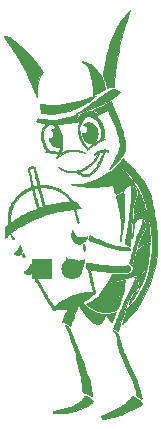
<source format=gbr>
G04 #@! TF.GenerationSoftware,KiCad,Pcbnew,(5.0.0-rc2-dev-321-g78161b592)*
G04 #@! TF.CreationDate,2018-09-15T23:15:39-06:00*
G04 #@! TF.ProjectId,trevor,747265766F722E6B696361645F706362,rev?*
G04 #@! TF.SameCoordinates,Original*
G04 #@! TF.FileFunction,Copper,L1,Top,Signal*
G04 #@! TF.FilePolarity,Positive*
%FSLAX46Y46*%
G04 Gerber Fmt 4.6, Leading zero omitted, Abs format (unit mm)*
G04 Created by KiCad (PCBNEW (5.0.0-rc2-dev-321-g78161b592)) date 09/15/18 23:15:39*
%MOMM*%
%LPD*%
G01*
G04 APERTURE LIST*
%ADD10C,0.010000*%
%ADD11R,1.800000X1.800000*%
%ADD12C,1.800000*%
G04 APERTURE END LIST*
D10*
G36*
X92563407Y-58607687D02*
X92682286Y-58650885D01*
X92802448Y-58726768D01*
X92930764Y-58838765D01*
X92931514Y-58839495D01*
X93054303Y-58988238D01*
X93144571Y-59161194D01*
X93200700Y-59353638D01*
X93221068Y-59560848D01*
X93217048Y-59672135D01*
X93187111Y-59866319D01*
X93131411Y-60027129D01*
X93050004Y-60154455D01*
X92942947Y-60248189D01*
X92902690Y-60271377D01*
X92813519Y-60304902D01*
X92708262Y-60326378D01*
X92603838Y-60333702D01*
X92517164Y-60324768D01*
X92503863Y-60320982D01*
X92341216Y-60246067D01*
X92196650Y-60136708D01*
X92074759Y-59998592D01*
X91980137Y-59837402D01*
X91917376Y-59658823D01*
X91900804Y-59574651D01*
X91886342Y-59478217D01*
X91991484Y-59499755D01*
X92104088Y-59507242D01*
X92195302Y-59478776D01*
X92265739Y-59413866D01*
X92316010Y-59312021D01*
X92339074Y-59220967D01*
X92350708Y-59144914D01*
X92349844Y-59091509D01*
X92334974Y-59042516D01*
X92321970Y-59014294D01*
X92265707Y-58940366D01*
X92184827Y-58883737D01*
X92095158Y-58854479D01*
X92067791Y-58852541D01*
X92016360Y-58852541D01*
X92057411Y-58786395D01*
X92099508Y-58736673D01*
X92161474Y-58683034D01*
X92199125Y-58656750D01*
X92264354Y-58620095D01*
X92323703Y-58600942D01*
X92396766Y-58594144D01*
X92438936Y-58593743D01*
X92563407Y-58607687D01*
X92563407Y-58607687D01*
G37*
X92563407Y-58607687D02*
X92682286Y-58650885D01*
X92802448Y-58726768D01*
X92930764Y-58838765D01*
X92931514Y-58839495D01*
X93054303Y-58988238D01*
X93144571Y-59161194D01*
X93200700Y-59353638D01*
X93221068Y-59560848D01*
X93217048Y-59672135D01*
X93187111Y-59866319D01*
X93131411Y-60027129D01*
X93050004Y-60154455D01*
X92942947Y-60248189D01*
X92902690Y-60271377D01*
X92813519Y-60304902D01*
X92708262Y-60326378D01*
X92603838Y-60333702D01*
X92517164Y-60324768D01*
X92503863Y-60320982D01*
X92341216Y-60246067D01*
X92196650Y-60136708D01*
X92074759Y-59998592D01*
X91980137Y-59837402D01*
X91917376Y-59658823D01*
X91900804Y-59574651D01*
X91886342Y-59478217D01*
X91991484Y-59499755D01*
X92104088Y-59507242D01*
X92195302Y-59478776D01*
X92265739Y-59413866D01*
X92316010Y-59312021D01*
X92339074Y-59220967D01*
X92350708Y-59144914D01*
X92349844Y-59091509D01*
X92334974Y-59042516D01*
X92321970Y-59014294D01*
X92265707Y-58940366D01*
X92184827Y-58883737D01*
X92095158Y-58854479D01*
X92067791Y-58852541D01*
X92016360Y-58852541D01*
X92057411Y-58786395D01*
X92099508Y-58736673D01*
X92161474Y-58683034D01*
X92199125Y-58656750D01*
X92264354Y-58620095D01*
X92323703Y-58600942D01*
X92396766Y-58594144D01*
X92438936Y-58593743D01*
X92563407Y-58607687D01*
G36*
X95964245Y-49107738D02*
X95947258Y-49163483D01*
X95919535Y-49247965D01*
X95882917Y-49355654D01*
X95839248Y-49481018D01*
X95804517Y-49578999D01*
X95675925Y-49944583D01*
X95561394Y-50282717D01*
X95459076Y-50600533D01*
X95367125Y-50905163D01*
X95283693Y-51203741D01*
X95206935Y-51503399D01*
X95135001Y-51811269D01*
X95066046Y-52134483D01*
X94998223Y-52480174D01*
X94929684Y-52855475D01*
X94876131Y-53164000D01*
X94817345Y-53517951D01*
X94767809Y-53836900D01*
X94726797Y-54126986D01*
X94693580Y-54394346D01*
X94667430Y-54645119D01*
X94647621Y-54885443D01*
X94633423Y-55121457D01*
X94627349Y-55262109D01*
X94614252Y-55613969D01*
X94442834Y-55612146D01*
X94309087Y-55617527D01*
X94197561Y-55638584D01*
X94150597Y-55653576D01*
X94081751Y-55676416D01*
X94042403Y-55683472D01*
X94023166Y-55675693D01*
X94018306Y-55666933D01*
X94009994Y-55625142D01*
X94006522Y-55569977D01*
X93998436Y-55514288D01*
X93976388Y-55427920D01*
X93943169Y-55319072D01*
X93901567Y-55195942D01*
X93854374Y-55066729D01*
X93804378Y-54939632D01*
X93754371Y-54822849D01*
X93746076Y-54804627D01*
X93652278Y-54600639D01*
X93689492Y-54480278D01*
X93706418Y-54412603D01*
X93725555Y-54315428D01*
X93744638Y-54201349D01*
X93761403Y-54082961D01*
X93762515Y-54074166D01*
X93830466Y-53613897D01*
X93918003Y-53169027D01*
X94028347Y-52725444D01*
X94164719Y-52269034D01*
X94197320Y-52169166D01*
X94387226Y-51639589D01*
X94595740Y-51141512D01*
X94821905Y-50676860D01*
X95064762Y-50247557D01*
X95323353Y-49855529D01*
X95403834Y-49745507D01*
X95473822Y-49654304D01*
X95552347Y-49555554D01*
X95634981Y-49454425D01*
X95717294Y-49356087D01*
X95794859Y-49265708D01*
X95863248Y-49188456D01*
X95918031Y-49129502D01*
X95954780Y-49094012D01*
X95968653Y-49086264D01*
X95964245Y-49107738D01*
X95964245Y-49107738D01*
G37*
X95964245Y-49107738D02*
X95947258Y-49163483D01*
X95919535Y-49247965D01*
X95882917Y-49355654D01*
X95839248Y-49481018D01*
X95804517Y-49578999D01*
X95675925Y-49944583D01*
X95561394Y-50282717D01*
X95459076Y-50600533D01*
X95367125Y-50905163D01*
X95283693Y-51203741D01*
X95206935Y-51503399D01*
X95135001Y-51811269D01*
X95066046Y-52134483D01*
X94998223Y-52480174D01*
X94929684Y-52855475D01*
X94876131Y-53164000D01*
X94817345Y-53517951D01*
X94767809Y-53836900D01*
X94726797Y-54126986D01*
X94693580Y-54394346D01*
X94667430Y-54645119D01*
X94647621Y-54885443D01*
X94633423Y-55121457D01*
X94627349Y-55262109D01*
X94614252Y-55613969D01*
X94442834Y-55612146D01*
X94309087Y-55617527D01*
X94197561Y-55638584D01*
X94150597Y-55653576D01*
X94081751Y-55676416D01*
X94042403Y-55683472D01*
X94023166Y-55675693D01*
X94018306Y-55666933D01*
X94009994Y-55625142D01*
X94006522Y-55569977D01*
X93998436Y-55514288D01*
X93976388Y-55427920D01*
X93943169Y-55319072D01*
X93901567Y-55195942D01*
X93854374Y-55066729D01*
X93804378Y-54939632D01*
X93754371Y-54822849D01*
X93746076Y-54804627D01*
X93652278Y-54600639D01*
X93689492Y-54480278D01*
X93706418Y-54412603D01*
X93725555Y-54315428D01*
X93744638Y-54201349D01*
X93761403Y-54082961D01*
X93762515Y-54074166D01*
X93830466Y-53613897D01*
X93918003Y-53169027D01*
X94028347Y-52725444D01*
X94164719Y-52269034D01*
X94197320Y-52169166D01*
X94387226Y-51639589D01*
X94595740Y-51141512D01*
X94821905Y-50676860D01*
X95064762Y-50247557D01*
X95323353Y-49855529D01*
X95403834Y-49745507D01*
X95473822Y-49654304D01*
X95552347Y-49555554D01*
X95634981Y-49454425D01*
X95717294Y-49356087D01*
X95794859Y-49265708D01*
X95863248Y-49188456D01*
X95918031Y-49129502D01*
X95954780Y-49094012D01*
X95968653Y-49086264D01*
X95964245Y-49107738D01*
G36*
X91921495Y-53424102D02*
X91976168Y-53432502D01*
X92054563Y-53446600D01*
X92125579Y-53460427D01*
X92368937Y-53527458D01*
X92587305Y-53626841D01*
X92785564Y-53760932D01*
X92836355Y-53803459D01*
X93083830Y-54047381D01*
X93299511Y-54318316D01*
X93481915Y-54613727D01*
X93629562Y-54931074D01*
X93740969Y-55267820D01*
X93776403Y-55413539D01*
X93798737Y-55508261D01*
X93822343Y-55596147D01*
X93843165Y-55662443D01*
X93849054Y-55677837D01*
X93867756Y-55726519D01*
X93875305Y-55754331D01*
X93874820Y-55756448D01*
X93854898Y-55767668D01*
X93807920Y-55793671D01*
X93743946Y-55828889D01*
X93742250Y-55829820D01*
X93656671Y-55879473D01*
X93568343Y-55934824D01*
X93514835Y-55970995D01*
X93465416Y-56001008D01*
X93390454Y-56040426D01*
X93298680Y-56085309D01*
X93198824Y-56131716D01*
X93099617Y-56175705D01*
X93009790Y-56213334D01*
X92938074Y-56240663D01*
X92893199Y-56253749D01*
X92887216Y-56254333D01*
X92864706Y-56243103D01*
X92863615Y-56238458D01*
X92861385Y-56201003D01*
X92855634Y-56128682D01*
X92847043Y-56028753D01*
X92836291Y-55908476D01*
X92824060Y-55775109D01*
X92811030Y-55635909D01*
X92797881Y-55498137D01*
X92785294Y-55369049D01*
X92773949Y-55255905D01*
X92764526Y-55165963D01*
X92757706Y-55106481D01*
X92756965Y-55100750D01*
X92698303Y-54756081D01*
X92618518Y-54447930D01*
X92517504Y-54176069D01*
X92395156Y-53940267D01*
X92251367Y-53740295D01*
X92086031Y-53575925D01*
X92033944Y-53534813D01*
X91970351Y-53486017D01*
X91923328Y-53447511D01*
X91900361Y-53425526D01*
X91899404Y-53422873D01*
X91921495Y-53424102D01*
X91921495Y-53424102D01*
G37*
X91921495Y-53424102D02*
X91976168Y-53432502D01*
X92054563Y-53446600D01*
X92125579Y-53460427D01*
X92368937Y-53527458D01*
X92587305Y-53626841D01*
X92785564Y-53760932D01*
X92836355Y-53803459D01*
X93083830Y-54047381D01*
X93299511Y-54318316D01*
X93481915Y-54613727D01*
X93629562Y-54931074D01*
X93740969Y-55267820D01*
X93776403Y-55413539D01*
X93798737Y-55508261D01*
X93822343Y-55596147D01*
X93843165Y-55662443D01*
X93849054Y-55677837D01*
X93867756Y-55726519D01*
X93875305Y-55754331D01*
X93874820Y-55756448D01*
X93854898Y-55767668D01*
X93807920Y-55793671D01*
X93743946Y-55828889D01*
X93742250Y-55829820D01*
X93656671Y-55879473D01*
X93568343Y-55934824D01*
X93514835Y-55970995D01*
X93465416Y-56001008D01*
X93390454Y-56040426D01*
X93298680Y-56085309D01*
X93198824Y-56131716D01*
X93099617Y-56175705D01*
X93009790Y-56213334D01*
X92938074Y-56240663D01*
X92893199Y-56253749D01*
X92887216Y-56254333D01*
X92864706Y-56243103D01*
X92863615Y-56238458D01*
X92861385Y-56201003D01*
X92855634Y-56128682D01*
X92847043Y-56028753D01*
X92836291Y-55908476D01*
X92824060Y-55775109D01*
X92811030Y-55635909D01*
X92797881Y-55498137D01*
X92785294Y-55369049D01*
X92773949Y-55255905D01*
X92764526Y-55165963D01*
X92757706Y-55106481D01*
X92756965Y-55100750D01*
X92698303Y-54756081D01*
X92618518Y-54447930D01*
X92517504Y-54176069D01*
X92395156Y-53940267D01*
X92251367Y-53740295D01*
X92086031Y-53575925D01*
X92033944Y-53534813D01*
X91970351Y-53486017D01*
X91923328Y-53447511D01*
X91900361Y-53425526D01*
X91899404Y-53422873D01*
X91921495Y-53424102D01*
G36*
X85383838Y-51270790D02*
X85464055Y-51292175D01*
X85556285Y-51321863D01*
X85651541Y-51357119D01*
X85740832Y-51395205D01*
X85765557Y-51406992D01*
X85858602Y-51456114D01*
X85953899Y-51513901D01*
X86055262Y-51583377D01*
X86166505Y-51667566D01*
X86291444Y-51769490D01*
X86433891Y-51892173D01*
X86597663Y-52038638D01*
X86786573Y-52211908D01*
X86819023Y-52241985D01*
X86968699Y-52385107D01*
X87129489Y-52546442D01*
X87297734Y-52721752D01*
X87469773Y-52906800D01*
X87641949Y-53097349D01*
X87810599Y-53289160D01*
X87972065Y-53477997D01*
X88122688Y-53659623D01*
X88258806Y-53829799D01*
X88376761Y-53984288D01*
X88472892Y-54118854D01*
X88543540Y-54229258D01*
X88558943Y-54256526D01*
X88575384Y-54289350D01*
X88580825Y-54317023D01*
X88572503Y-54349557D01*
X88547655Y-54396963D01*
X88503518Y-54469253D01*
X88497601Y-54478776D01*
X88389316Y-54679058D01*
X88291486Y-54912545D01*
X88207562Y-55170691D01*
X88185824Y-55250846D01*
X88136712Y-55461452D01*
X88104210Y-55656487D01*
X88086494Y-55852358D01*
X88081737Y-56065475D01*
X88083346Y-56171695D01*
X88085862Y-56281795D01*
X88087671Y-56375153D01*
X88088658Y-56444434D01*
X88088706Y-56482301D01*
X88088354Y-56487166D01*
X88080080Y-56468344D01*
X88058011Y-56415141D01*
X88024143Y-56332454D01*
X87980474Y-56225179D01*
X87929002Y-56098214D01*
X87871723Y-55956455D01*
X87857407Y-55920958D01*
X87688320Y-55508169D01*
X87527849Y-55130407D01*
X87373426Y-54781870D01*
X87222481Y-54456756D01*
X87077231Y-54158833D01*
X86996271Y-53998524D01*
X86918355Y-53848405D01*
X86840992Y-53704439D01*
X86761691Y-53562588D01*
X86677960Y-53418813D01*
X86587308Y-53269078D01*
X86487244Y-53109345D01*
X86375277Y-52935575D01*
X86248916Y-52743732D01*
X86105669Y-52529777D01*
X85943045Y-52289673D01*
X85758553Y-52019382D01*
X85745018Y-51999610D01*
X85656926Y-51869076D01*
X85571980Y-51739741D01*
X85493177Y-51616508D01*
X85423512Y-51504280D01*
X85365980Y-51407957D01*
X85323578Y-51332444D01*
X85299301Y-51282641D01*
X85295402Y-51263875D01*
X85324625Y-51260445D01*
X85383838Y-51270790D01*
X85383838Y-51270790D01*
G37*
X85383838Y-51270790D02*
X85464055Y-51292175D01*
X85556285Y-51321863D01*
X85651541Y-51357119D01*
X85740832Y-51395205D01*
X85765557Y-51406992D01*
X85858602Y-51456114D01*
X85953899Y-51513901D01*
X86055262Y-51583377D01*
X86166505Y-51667566D01*
X86291444Y-51769490D01*
X86433891Y-51892173D01*
X86597663Y-52038638D01*
X86786573Y-52211908D01*
X86819023Y-52241985D01*
X86968699Y-52385107D01*
X87129489Y-52546442D01*
X87297734Y-52721752D01*
X87469773Y-52906800D01*
X87641949Y-53097349D01*
X87810599Y-53289160D01*
X87972065Y-53477997D01*
X88122688Y-53659623D01*
X88258806Y-53829799D01*
X88376761Y-53984288D01*
X88472892Y-54118854D01*
X88543540Y-54229258D01*
X88558943Y-54256526D01*
X88575384Y-54289350D01*
X88580825Y-54317023D01*
X88572503Y-54349557D01*
X88547655Y-54396963D01*
X88503518Y-54469253D01*
X88497601Y-54478776D01*
X88389316Y-54679058D01*
X88291486Y-54912545D01*
X88207562Y-55170691D01*
X88185824Y-55250846D01*
X88136712Y-55461452D01*
X88104210Y-55656487D01*
X88086494Y-55852358D01*
X88081737Y-56065475D01*
X88083346Y-56171695D01*
X88085862Y-56281795D01*
X88087671Y-56375153D01*
X88088658Y-56444434D01*
X88088706Y-56482301D01*
X88088354Y-56487166D01*
X88080080Y-56468344D01*
X88058011Y-56415141D01*
X88024143Y-56332454D01*
X87980474Y-56225179D01*
X87929002Y-56098214D01*
X87871723Y-55956455D01*
X87857407Y-55920958D01*
X87688320Y-55508169D01*
X87527849Y-55130407D01*
X87373426Y-54781870D01*
X87222481Y-54456756D01*
X87077231Y-54158833D01*
X86996271Y-53998524D01*
X86918355Y-53848405D01*
X86840992Y-53704439D01*
X86761691Y-53562588D01*
X86677960Y-53418813D01*
X86587308Y-53269078D01*
X86487244Y-53109345D01*
X86375277Y-52935575D01*
X86248916Y-52743732D01*
X86105669Y-52529777D01*
X85943045Y-52289673D01*
X85758553Y-52019382D01*
X85745018Y-51999610D01*
X85656926Y-51869076D01*
X85571980Y-51739741D01*
X85493177Y-51616508D01*
X85423512Y-51504280D01*
X85365980Y-51407957D01*
X85323578Y-51332444D01*
X85299301Y-51282641D01*
X85295402Y-51263875D01*
X85324625Y-51260445D01*
X85383838Y-51270790D01*
G36*
X94584148Y-55775948D02*
X94586480Y-55776198D01*
X94672544Y-55795018D01*
X94778077Y-55831884D01*
X94887935Y-55880471D01*
X94986973Y-55934449D01*
X95024588Y-55959249D01*
X95087145Y-56003793D01*
X94990296Y-56113188D01*
X94850398Y-56257092D01*
X94684667Y-56404451D01*
X94506795Y-56543560D01*
X94398417Y-56619207D01*
X94189657Y-56747291D01*
X93941358Y-56881003D01*
X93655804Y-57019399D01*
X93335275Y-57161530D01*
X92982054Y-57306451D01*
X92598421Y-57453214D01*
X92186658Y-57600873D01*
X91749048Y-57748482D01*
X91429792Y-57850885D01*
X91393362Y-57858723D01*
X91382167Y-57855756D01*
X91399393Y-57841701D01*
X91445303Y-57813001D01*
X91511247Y-57774966D01*
X91537959Y-57760155D01*
X91652358Y-57693489D01*
X91799706Y-57601014D01*
X91979605Y-57482999D01*
X92191658Y-57339713D01*
X92435466Y-57171428D01*
X92710633Y-56978412D01*
X93016760Y-56760935D01*
X93122211Y-56685492D01*
X93292542Y-56564118D01*
X93464794Y-56442626D01*
X93633169Y-56325018D01*
X93791868Y-56215299D01*
X93935090Y-56117473D01*
X94057037Y-56035545D01*
X94151909Y-55973518D01*
X94169961Y-55962066D01*
X94283305Y-55891057D01*
X94367542Y-55839786D01*
X94429302Y-55805293D01*
X94475214Y-55784621D01*
X94511906Y-55774812D01*
X94546007Y-55772907D01*
X94584148Y-55775948D01*
X94584148Y-55775948D01*
G37*
X94584148Y-55775948D02*
X94586480Y-55776198D01*
X94672544Y-55795018D01*
X94778077Y-55831884D01*
X94887935Y-55880471D01*
X94986973Y-55934449D01*
X95024588Y-55959249D01*
X95087145Y-56003793D01*
X94990296Y-56113188D01*
X94850398Y-56257092D01*
X94684667Y-56404451D01*
X94506795Y-56543560D01*
X94398417Y-56619207D01*
X94189657Y-56747291D01*
X93941358Y-56881003D01*
X93655804Y-57019399D01*
X93335275Y-57161530D01*
X92982054Y-57306451D01*
X92598421Y-57453214D01*
X92186658Y-57600873D01*
X91749048Y-57748482D01*
X91429792Y-57850885D01*
X91393362Y-57858723D01*
X91382167Y-57855756D01*
X91399393Y-57841701D01*
X91445303Y-57813001D01*
X91511247Y-57774966D01*
X91537959Y-57760155D01*
X91652358Y-57693489D01*
X91799706Y-57601014D01*
X91979605Y-57482999D01*
X92191658Y-57339713D01*
X92435466Y-57171428D01*
X92710633Y-56978412D01*
X93016760Y-56760935D01*
X93122211Y-56685492D01*
X93292542Y-56564118D01*
X93464794Y-56442626D01*
X93633169Y-56325018D01*
X93791868Y-56215299D01*
X93935090Y-56117473D01*
X94057037Y-56035545D01*
X94151909Y-55973518D01*
X94169961Y-55962066D01*
X94283305Y-55891057D01*
X94367542Y-55839786D01*
X94429302Y-55805293D01*
X94475214Y-55784621D01*
X94511906Y-55774812D01*
X94546007Y-55772907D01*
X94584148Y-55775948D01*
G36*
X93076964Y-56329979D02*
X93058592Y-56354963D01*
X93014043Y-56397632D01*
X92947558Y-56454676D01*
X92863380Y-56522786D01*
X92765752Y-56598652D01*
X92658915Y-56678964D01*
X92547112Y-56760414D01*
X92434585Y-56839691D01*
X92325576Y-56913486D01*
X92245499Y-56965251D01*
X92108324Y-57046975D01*
X91943345Y-57137769D01*
X91762352Y-57231720D01*
X91577134Y-57322914D01*
X91399482Y-57405442D01*
X91241185Y-57473388D01*
X91198346Y-57490389D01*
X90768591Y-57636482D01*
X90329180Y-57746494D01*
X89885945Y-57819484D01*
X89444714Y-57854508D01*
X89011318Y-57850626D01*
X88979750Y-57848769D01*
X88883478Y-57841396D01*
X88779511Y-57831204D01*
X88676666Y-57819337D01*
X88583758Y-57806943D01*
X88509605Y-57795168D01*
X88463021Y-57785158D01*
X88451675Y-57780098D01*
X88446248Y-57756314D01*
X88436023Y-57698882D01*
X88422271Y-57616051D01*
X88406266Y-57516069D01*
X88389279Y-57407186D01*
X88372585Y-57297648D01*
X88357454Y-57195705D01*
X88345160Y-57109605D01*
X88336976Y-57047597D01*
X88334167Y-57018481D01*
X88352204Y-57008704D01*
X88402959Y-57018478D01*
X88451658Y-57030343D01*
X88530422Y-57046756D01*
X88627546Y-57065367D01*
X88711979Y-57080500D01*
X88979011Y-57113175D01*
X89278975Y-57125073D01*
X89608239Y-57116753D01*
X89963170Y-57088774D01*
X90340135Y-57041694D01*
X90735503Y-56976071D01*
X91145641Y-56892463D01*
X91566917Y-56791430D01*
X91995698Y-56673529D01*
X92428353Y-56539319D01*
X92594569Y-56483629D01*
X92723862Y-56439552D01*
X92841522Y-56399718D01*
X92940966Y-56366335D01*
X93015608Y-56341609D01*
X93058865Y-56327747D01*
X93064917Y-56325989D01*
X93076964Y-56329979D01*
X93076964Y-56329979D01*
G37*
X93076964Y-56329979D02*
X93058592Y-56354963D01*
X93014043Y-56397632D01*
X92947558Y-56454676D01*
X92863380Y-56522786D01*
X92765752Y-56598652D01*
X92658915Y-56678964D01*
X92547112Y-56760414D01*
X92434585Y-56839691D01*
X92325576Y-56913486D01*
X92245499Y-56965251D01*
X92108324Y-57046975D01*
X91943345Y-57137769D01*
X91762352Y-57231720D01*
X91577134Y-57322914D01*
X91399482Y-57405442D01*
X91241185Y-57473388D01*
X91198346Y-57490389D01*
X90768591Y-57636482D01*
X90329180Y-57746494D01*
X89885945Y-57819484D01*
X89444714Y-57854508D01*
X89011318Y-57850626D01*
X88979750Y-57848769D01*
X88883478Y-57841396D01*
X88779511Y-57831204D01*
X88676666Y-57819337D01*
X88583758Y-57806943D01*
X88509605Y-57795168D01*
X88463021Y-57785158D01*
X88451675Y-57780098D01*
X88446248Y-57756314D01*
X88436023Y-57698882D01*
X88422271Y-57616051D01*
X88406266Y-57516069D01*
X88389279Y-57407186D01*
X88372585Y-57297648D01*
X88357454Y-57195705D01*
X88345160Y-57109605D01*
X88336976Y-57047597D01*
X88334167Y-57018481D01*
X88352204Y-57008704D01*
X88402959Y-57018478D01*
X88451658Y-57030343D01*
X88530422Y-57046756D01*
X88627546Y-57065367D01*
X88711979Y-57080500D01*
X88979011Y-57113175D01*
X89278975Y-57125073D01*
X89608239Y-57116753D01*
X89963170Y-57088774D01*
X90340135Y-57041694D01*
X90735503Y-56976071D01*
X91145641Y-56892463D01*
X91566917Y-56791430D01*
X91995698Y-56673529D01*
X92428353Y-56539319D01*
X92594569Y-56483629D01*
X92723862Y-56439552D01*
X92841522Y-56399718D01*
X92940966Y-56366335D01*
X93015608Y-56341609D01*
X93058865Y-56327747D01*
X93064917Y-56325989D01*
X93076964Y-56329979D01*
G36*
X92712910Y-57640381D02*
X92793891Y-57659680D01*
X92884716Y-57690985D01*
X92886825Y-57691780D01*
X92959822Y-57723120D01*
X93042346Y-57764319D01*
X93125058Y-57809953D01*
X93198621Y-57854593D01*
X93253697Y-57892815D01*
X93280949Y-57919191D01*
X93281939Y-57921399D01*
X93268377Y-57940875D01*
X93225662Y-57966133D01*
X93192964Y-57980141D01*
X93137244Y-58002936D01*
X93102474Y-58020077D01*
X93096667Y-58025079D01*
X93110432Y-58042908D01*
X93146934Y-58082868D01*
X93198985Y-58137148D01*
X93212846Y-58151291D01*
X93361913Y-58326704D01*
X93496632Y-58532078D01*
X93610487Y-58755772D01*
X93696964Y-58986147D01*
X93714867Y-59048333D01*
X93746615Y-59212899D01*
X93760487Y-59393653D01*
X93756967Y-59578036D01*
X93736541Y-59753492D01*
X93699696Y-59907465D01*
X93679494Y-59962582D01*
X93674377Y-59984516D01*
X93691096Y-59988971D01*
X93738570Y-59977977D01*
X93742434Y-59976914D01*
X93794481Y-59965076D01*
X93825930Y-59962671D01*
X93828727Y-59963837D01*
X93813596Y-59975970D01*
X93766511Y-60005058D01*
X93692800Y-60048014D01*
X93597796Y-60101746D01*
X93486828Y-60163164D01*
X93451752Y-60182338D01*
X93252953Y-60291851D01*
X93086166Y-60386553D01*
X92945376Y-60470236D01*
X92824569Y-60546692D01*
X92717729Y-60619713D01*
X92618842Y-60693089D01*
X92532923Y-60761539D01*
X92457796Y-60821680D01*
X92393740Y-60870256D01*
X92348241Y-60901759D01*
X92329768Y-60911000D01*
X92318567Y-60893654D01*
X92322194Y-60858074D01*
X92325717Y-60822692D01*
X92307861Y-60798585D01*
X92259617Y-60774834D01*
X92250443Y-60771124D01*
X92164737Y-60719172D01*
X92072398Y-60631901D01*
X91977540Y-60514937D01*
X91884279Y-60373906D01*
X91796731Y-60214436D01*
X91721229Y-60047622D01*
X91631564Y-59778835D01*
X91576299Y-59501743D01*
X91555861Y-59223515D01*
X91556031Y-59220384D01*
X91692638Y-59220384D01*
X91699481Y-59307115D01*
X91744967Y-59588714D01*
X91823610Y-59865543D01*
X91932104Y-60129971D01*
X92067141Y-60374369D01*
X92225416Y-60591108D01*
X92285257Y-60658559D01*
X92383247Y-60763318D01*
X92504777Y-60647398D01*
X92577524Y-60584021D01*
X92671364Y-60510632D01*
X92771035Y-60438911D01*
X92819281Y-60406684D01*
X92927888Y-60340446D01*
X93052369Y-60270618D01*
X93171674Y-60208834D01*
X93213214Y-60188986D01*
X93414174Y-60096083D01*
X93458194Y-59979666D01*
X93505259Y-59830171D01*
X93531291Y-59679750D01*
X93538405Y-59513057D01*
X93535526Y-59418750D01*
X93510112Y-59212234D01*
X93456801Y-59000251D01*
X93380597Y-58800110D01*
X93325420Y-58691951D01*
X93236884Y-58562823D01*
X93123068Y-58435395D01*
X92992499Y-58316537D01*
X92853701Y-58213122D01*
X92715201Y-58132023D01*
X92585523Y-58080111D01*
X92557495Y-58072945D01*
X92483651Y-58060406D01*
X92419550Y-58062031D01*
X92343187Y-58078913D01*
X92323260Y-58084578D01*
X92260974Y-58105740D01*
X92207330Y-58133257D01*
X92152070Y-58174243D01*
X92084938Y-58235815D01*
X92037352Y-58282926D01*
X91897739Y-58444534D01*
X91795159Y-58613934D01*
X91727915Y-58796276D01*
X91694308Y-58996709D01*
X91692638Y-59220384D01*
X91556031Y-59220384D01*
X91570680Y-58951321D01*
X91621184Y-58692331D01*
X91636976Y-58638322D01*
X91656369Y-58570935D01*
X91667610Y-58521572D01*
X91668490Y-58502101D01*
X91645843Y-58502888D01*
X91589539Y-58510827D01*
X91507412Y-58524659D01*
X91407293Y-58543125D01*
X91378304Y-58548721D01*
X91145513Y-58590126D01*
X90895711Y-58627606D01*
X90643156Y-58659379D01*
X90402109Y-58683659D01*
X90186829Y-58698663D01*
X90175667Y-58699200D01*
X90064616Y-58704931D01*
X89960360Y-58711262D01*
X89874920Y-58717407D01*
X89822024Y-58722368D01*
X89732965Y-58733157D01*
X89826111Y-58859687D01*
X89952527Y-59062654D01*
X90057770Y-59297451D01*
X90139429Y-59557960D01*
X90183823Y-59766996D01*
X90202753Y-59912324D01*
X90214502Y-60079181D01*
X90219349Y-60258790D01*
X90217571Y-60442375D01*
X90209446Y-60621161D01*
X90195251Y-60786372D01*
X90175265Y-60929231D01*
X90149765Y-61040964D01*
X90142830Y-61062246D01*
X90125422Y-61115015D01*
X90123909Y-61136890D01*
X90139099Y-61136532D01*
X90149370Y-61132388D01*
X90287999Y-61076758D01*
X90438732Y-61022881D01*
X90588000Y-60975168D01*
X90722229Y-60938034D01*
X90801046Y-60920493D01*
X90974123Y-60899327D01*
X91170449Y-60894631D01*
X91374451Y-60905997D01*
X91570555Y-60933015D01*
X91615000Y-60941844D01*
X91684524Y-60960224D01*
X91766746Y-60987462D01*
X91854423Y-61020391D01*
X91940309Y-61055846D01*
X92017160Y-61090659D01*
X92077732Y-61121665D01*
X92114781Y-61145696D01*
X92121062Y-61159587D01*
X92116736Y-61161151D01*
X92083709Y-61158615D01*
X92018940Y-61146809D01*
X91931528Y-61127600D01*
X91830573Y-61102856D01*
X91821939Y-61100630D01*
X91507617Y-61038670D01*
X91202855Y-61017850D01*
X90908039Y-61038085D01*
X90623555Y-61099291D01*
X90349787Y-61201383D01*
X90087122Y-61344276D01*
X89835945Y-61527886D01*
X89823041Y-61538684D01*
X89756551Y-61593183D01*
X89715686Y-61622052D01*
X89694952Y-61628361D01*
X89688854Y-61615178D01*
X89688834Y-61613644D01*
X89701078Y-61581556D01*
X89732451Y-61528658D01*
X89774914Y-61466605D01*
X89820430Y-61407052D01*
X89860958Y-61361656D01*
X89865768Y-61357102D01*
X89902811Y-61319453D01*
X89921219Y-61293606D01*
X89921667Y-61291372D01*
X89901964Y-61278931D01*
X89848075Y-61262858D01*
X89767834Y-61244690D01*
X89669071Y-61225961D01*
X89559618Y-61208206D01*
X89447308Y-61192960D01*
X89382776Y-61185753D01*
X88942652Y-61129922D01*
X88825704Y-61111063D01*
X88778253Y-61097133D01*
X88771219Y-61080089D01*
X88803076Y-61062552D01*
X88861908Y-61048824D01*
X88944927Y-61034798D01*
X88860620Y-60925274D01*
X88787031Y-60816068D01*
X88710092Y-60678720D01*
X88635948Y-60526339D01*
X88570746Y-60372038D01*
X88520632Y-60228928D01*
X88501691Y-60159583D01*
X88471862Y-59988962D01*
X88457159Y-59802592D01*
X88457514Y-59697342D01*
X88610687Y-59697342D01*
X88618168Y-59953681D01*
X88663816Y-60206429D01*
X88746791Y-60450488D01*
X88866253Y-60680763D01*
X88986412Y-60850250D01*
X89116680Y-61011750D01*
X89323382Y-61027243D01*
X89443176Y-61038914D01*
X89575628Y-61055980D01*
X89696200Y-61075198D01*
X89720584Y-61079759D01*
X89805930Y-61095165D01*
X89875132Y-61105453D01*
X89918032Y-61109215D01*
X89926384Y-61108246D01*
X89939985Y-61085074D01*
X89960714Y-61032726D01*
X89983215Y-60965252D01*
X90007722Y-60881096D01*
X90028752Y-60800537D01*
X90039480Y-60752251D01*
X90047525Y-60701960D01*
X90042014Y-60685039D01*
X90017694Y-60693346D01*
X90005600Y-60699725D01*
X89927936Y-60719921D01*
X89827547Y-60714528D01*
X89713047Y-60686424D01*
X89593046Y-60638485D01*
X89476157Y-60573586D01*
X89370991Y-60494604D01*
X89358973Y-60483768D01*
X89272141Y-60382611D01*
X89197993Y-60256805D01*
X89145141Y-60123127D01*
X89124576Y-60027104D01*
X89111437Y-59916166D01*
X89189520Y-59916166D01*
X89293565Y-59898825D01*
X89374841Y-59846022D01*
X89432666Y-59761894D01*
X89463879Y-59666944D01*
X89476628Y-59559791D01*
X89469971Y-59458271D01*
X89451879Y-59396991D01*
X89414923Y-59347777D01*
X89362606Y-59308403D01*
X89298620Y-59275315D01*
X89409879Y-59173011D01*
X89479303Y-59116663D01*
X89551002Y-59070279D01*
X89604986Y-59045587D01*
X89657047Y-59026472D01*
X89686423Y-59008863D01*
X89688834Y-59004296D01*
X89672085Y-58977140D01*
X89627594Y-58934880D01*
X89563991Y-58884070D01*
X89489905Y-58831265D01*
X89413968Y-58783018D01*
X89355075Y-58750815D01*
X89281039Y-58716354D01*
X89230638Y-58700026D01*
X89190692Y-58699066D01*
X89153992Y-58708648D01*
X89029027Y-58771935D01*
X88912983Y-58871222D01*
X88811485Y-59000308D01*
X88730160Y-59152989D01*
X88713582Y-59194271D01*
X88642212Y-59442506D01*
X88610687Y-59697342D01*
X88457514Y-59697342D01*
X88457790Y-59615795D01*
X88473961Y-59443897D01*
X88490836Y-59355834D01*
X88543785Y-59185690D01*
X88616501Y-59025437D01*
X88703021Y-58886640D01*
X88777734Y-58799252D01*
X88881754Y-58696860D01*
X88650749Y-58660375D01*
X88557384Y-58643716D01*
X88451740Y-58621825D01*
X88342501Y-58596873D01*
X88238353Y-58571034D01*
X88147983Y-58546480D01*
X88080076Y-58525384D01*
X88043319Y-58509917D01*
X88040524Y-58507746D01*
X88041944Y-58484025D01*
X88056597Y-58435815D01*
X88079255Y-58376722D01*
X88104689Y-58320350D01*
X88127670Y-58280305D01*
X88128222Y-58279558D01*
X88147222Y-58260690D01*
X88174015Y-58255153D01*
X88220789Y-58262543D01*
X88270667Y-58274862D01*
X88389777Y-58301712D01*
X88519876Y-58322656D01*
X88667318Y-58338233D01*
X88838459Y-58348978D01*
X89039651Y-58355429D01*
X89254917Y-58358023D01*
X89424647Y-58359212D01*
X89557382Y-58361476D01*
X89658463Y-58365722D01*
X89733226Y-58372854D01*
X89787012Y-58383781D01*
X89825159Y-58399407D01*
X89853005Y-58420639D01*
X89875890Y-58448384D01*
X89887407Y-58465390D01*
X89923309Y-58503950D01*
X89958464Y-58518544D01*
X89981612Y-58506450D01*
X89985167Y-58489040D01*
X89972350Y-58454317D01*
X89940629Y-58406420D01*
X89931548Y-58395192D01*
X89877930Y-58331471D01*
X89979173Y-58317940D01*
X90345687Y-58258032D01*
X90738633Y-58173150D01*
X91151404Y-58064786D01*
X91323959Y-58014181D01*
X91409791Y-57988873D01*
X91478162Y-57969885D01*
X91520597Y-57959499D01*
X91530334Y-57958604D01*
X91521615Y-57979556D01*
X91498994Y-58027042D01*
X91473894Y-58077724D01*
X91446100Y-58148928D01*
X91425964Y-58230859D01*
X91414575Y-58312698D01*
X91413020Y-58383628D01*
X91422389Y-58432831D01*
X91436551Y-58448745D01*
X91453442Y-58433881D01*
X91479815Y-58387450D01*
X91511221Y-58317859D01*
X91527461Y-58276903D01*
X91581566Y-58152587D01*
X91642327Y-58053288D01*
X91701362Y-57981591D01*
X91739992Y-57940146D01*
X91774283Y-57907873D01*
X91811323Y-57881194D01*
X91858198Y-57856527D01*
X91921996Y-57830293D01*
X92009803Y-57798910D01*
X92128707Y-57758798D01*
X92168865Y-57745406D01*
X92323541Y-57695492D01*
X92447089Y-57660644D01*
X92547704Y-57640251D01*
X92633579Y-57633701D01*
X92712910Y-57640381D01*
X92712910Y-57640381D01*
G37*
X92712910Y-57640381D02*
X92793891Y-57659680D01*
X92884716Y-57690985D01*
X92886825Y-57691780D01*
X92959822Y-57723120D01*
X93042346Y-57764319D01*
X93125058Y-57809953D01*
X93198621Y-57854593D01*
X93253697Y-57892815D01*
X93280949Y-57919191D01*
X93281939Y-57921399D01*
X93268377Y-57940875D01*
X93225662Y-57966133D01*
X93192964Y-57980141D01*
X93137244Y-58002936D01*
X93102474Y-58020077D01*
X93096667Y-58025079D01*
X93110432Y-58042908D01*
X93146934Y-58082868D01*
X93198985Y-58137148D01*
X93212846Y-58151291D01*
X93361913Y-58326704D01*
X93496632Y-58532078D01*
X93610487Y-58755772D01*
X93696964Y-58986147D01*
X93714867Y-59048333D01*
X93746615Y-59212899D01*
X93760487Y-59393653D01*
X93756967Y-59578036D01*
X93736541Y-59753492D01*
X93699696Y-59907465D01*
X93679494Y-59962582D01*
X93674377Y-59984516D01*
X93691096Y-59988971D01*
X93738570Y-59977977D01*
X93742434Y-59976914D01*
X93794481Y-59965076D01*
X93825930Y-59962671D01*
X93828727Y-59963837D01*
X93813596Y-59975970D01*
X93766511Y-60005058D01*
X93692800Y-60048014D01*
X93597796Y-60101746D01*
X93486828Y-60163164D01*
X93451752Y-60182338D01*
X93252953Y-60291851D01*
X93086166Y-60386553D01*
X92945376Y-60470236D01*
X92824569Y-60546692D01*
X92717729Y-60619713D01*
X92618842Y-60693089D01*
X92532923Y-60761539D01*
X92457796Y-60821680D01*
X92393740Y-60870256D01*
X92348241Y-60901759D01*
X92329768Y-60911000D01*
X92318567Y-60893654D01*
X92322194Y-60858074D01*
X92325717Y-60822692D01*
X92307861Y-60798585D01*
X92259617Y-60774834D01*
X92250443Y-60771124D01*
X92164737Y-60719172D01*
X92072398Y-60631901D01*
X91977540Y-60514937D01*
X91884279Y-60373906D01*
X91796731Y-60214436D01*
X91721229Y-60047622D01*
X91631564Y-59778835D01*
X91576299Y-59501743D01*
X91555861Y-59223515D01*
X91556031Y-59220384D01*
X91692638Y-59220384D01*
X91699481Y-59307115D01*
X91744967Y-59588714D01*
X91823610Y-59865543D01*
X91932104Y-60129971D01*
X92067141Y-60374369D01*
X92225416Y-60591108D01*
X92285257Y-60658559D01*
X92383247Y-60763318D01*
X92504777Y-60647398D01*
X92577524Y-60584021D01*
X92671364Y-60510632D01*
X92771035Y-60438911D01*
X92819281Y-60406684D01*
X92927888Y-60340446D01*
X93052369Y-60270618D01*
X93171674Y-60208834D01*
X93213214Y-60188986D01*
X93414174Y-60096083D01*
X93458194Y-59979666D01*
X93505259Y-59830171D01*
X93531291Y-59679750D01*
X93538405Y-59513057D01*
X93535526Y-59418750D01*
X93510112Y-59212234D01*
X93456801Y-59000251D01*
X93380597Y-58800110D01*
X93325420Y-58691951D01*
X93236884Y-58562823D01*
X93123068Y-58435395D01*
X92992499Y-58316537D01*
X92853701Y-58213122D01*
X92715201Y-58132023D01*
X92585523Y-58080111D01*
X92557495Y-58072945D01*
X92483651Y-58060406D01*
X92419550Y-58062031D01*
X92343187Y-58078913D01*
X92323260Y-58084578D01*
X92260974Y-58105740D01*
X92207330Y-58133257D01*
X92152070Y-58174243D01*
X92084938Y-58235815D01*
X92037352Y-58282926D01*
X91897739Y-58444534D01*
X91795159Y-58613934D01*
X91727915Y-58796276D01*
X91694308Y-58996709D01*
X91692638Y-59220384D01*
X91556031Y-59220384D01*
X91570680Y-58951321D01*
X91621184Y-58692331D01*
X91636976Y-58638322D01*
X91656369Y-58570935D01*
X91667610Y-58521572D01*
X91668490Y-58502101D01*
X91645843Y-58502888D01*
X91589539Y-58510827D01*
X91507412Y-58524659D01*
X91407293Y-58543125D01*
X91378304Y-58548721D01*
X91145513Y-58590126D01*
X90895711Y-58627606D01*
X90643156Y-58659379D01*
X90402109Y-58683659D01*
X90186829Y-58698663D01*
X90175667Y-58699200D01*
X90064616Y-58704931D01*
X89960360Y-58711262D01*
X89874920Y-58717407D01*
X89822024Y-58722368D01*
X89732965Y-58733157D01*
X89826111Y-58859687D01*
X89952527Y-59062654D01*
X90057770Y-59297451D01*
X90139429Y-59557960D01*
X90183823Y-59766996D01*
X90202753Y-59912324D01*
X90214502Y-60079181D01*
X90219349Y-60258790D01*
X90217571Y-60442375D01*
X90209446Y-60621161D01*
X90195251Y-60786372D01*
X90175265Y-60929231D01*
X90149765Y-61040964D01*
X90142830Y-61062246D01*
X90125422Y-61115015D01*
X90123909Y-61136890D01*
X90139099Y-61136532D01*
X90149370Y-61132388D01*
X90287999Y-61076758D01*
X90438732Y-61022881D01*
X90588000Y-60975168D01*
X90722229Y-60938034D01*
X90801046Y-60920493D01*
X90974123Y-60899327D01*
X91170449Y-60894631D01*
X91374451Y-60905997D01*
X91570555Y-60933015D01*
X91615000Y-60941844D01*
X91684524Y-60960224D01*
X91766746Y-60987462D01*
X91854423Y-61020391D01*
X91940309Y-61055846D01*
X92017160Y-61090659D01*
X92077732Y-61121665D01*
X92114781Y-61145696D01*
X92121062Y-61159587D01*
X92116736Y-61161151D01*
X92083709Y-61158615D01*
X92018940Y-61146809D01*
X91931528Y-61127600D01*
X91830573Y-61102856D01*
X91821939Y-61100630D01*
X91507617Y-61038670D01*
X91202855Y-61017850D01*
X90908039Y-61038085D01*
X90623555Y-61099291D01*
X90349787Y-61201383D01*
X90087122Y-61344276D01*
X89835945Y-61527886D01*
X89823041Y-61538684D01*
X89756551Y-61593183D01*
X89715686Y-61622052D01*
X89694952Y-61628361D01*
X89688854Y-61615178D01*
X89688834Y-61613644D01*
X89701078Y-61581556D01*
X89732451Y-61528658D01*
X89774914Y-61466605D01*
X89820430Y-61407052D01*
X89860958Y-61361656D01*
X89865768Y-61357102D01*
X89902811Y-61319453D01*
X89921219Y-61293606D01*
X89921667Y-61291372D01*
X89901964Y-61278931D01*
X89848075Y-61262858D01*
X89767834Y-61244690D01*
X89669071Y-61225961D01*
X89559618Y-61208206D01*
X89447308Y-61192960D01*
X89382776Y-61185753D01*
X88942652Y-61129922D01*
X88825704Y-61111063D01*
X88778253Y-61097133D01*
X88771219Y-61080089D01*
X88803076Y-61062552D01*
X88861908Y-61048824D01*
X88944927Y-61034798D01*
X88860620Y-60925274D01*
X88787031Y-60816068D01*
X88710092Y-60678720D01*
X88635948Y-60526339D01*
X88570746Y-60372038D01*
X88520632Y-60228928D01*
X88501691Y-60159583D01*
X88471862Y-59988962D01*
X88457159Y-59802592D01*
X88457514Y-59697342D01*
X88610687Y-59697342D01*
X88618168Y-59953681D01*
X88663816Y-60206429D01*
X88746791Y-60450488D01*
X88866253Y-60680763D01*
X88986412Y-60850250D01*
X89116680Y-61011750D01*
X89323382Y-61027243D01*
X89443176Y-61038914D01*
X89575628Y-61055980D01*
X89696200Y-61075198D01*
X89720584Y-61079759D01*
X89805930Y-61095165D01*
X89875132Y-61105453D01*
X89918032Y-61109215D01*
X89926384Y-61108246D01*
X89939985Y-61085074D01*
X89960714Y-61032726D01*
X89983215Y-60965252D01*
X90007722Y-60881096D01*
X90028752Y-60800537D01*
X90039480Y-60752251D01*
X90047525Y-60701960D01*
X90042014Y-60685039D01*
X90017694Y-60693346D01*
X90005600Y-60699725D01*
X89927936Y-60719921D01*
X89827547Y-60714528D01*
X89713047Y-60686424D01*
X89593046Y-60638485D01*
X89476157Y-60573586D01*
X89370991Y-60494604D01*
X89358973Y-60483768D01*
X89272141Y-60382611D01*
X89197993Y-60256805D01*
X89145141Y-60123127D01*
X89124576Y-60027104D01*
X89111437Y-59916166D01*
X89189520Y-59916166D01*
X89293565Y-59898825D01*
X89374841Y-59846022D01*
X89432666Y-59761894D01*
X89463879Y-59666944D01*
X89476628Y-59559791D01*
X89469971Y-59458271D01*
X89451879Y-59396991D01*
X89414923Y-59347777D01*
X89362606Y-59308403D01*
X89298620Y-59275315D01*
X89409879Y-59173011D01*
X89479303Y-59116663D01*
X89551002Y-59070279D01*
X89604986Y-59045587D01*
X89657047Y-59026472D01*
X89686423Y-59008863D01*
X89688834Y-59004296D01*
X89672085Y-58977140D01*
X89627594Y-58934880D01*
X89563991Y-58884070D01*
X89489905Y-58831265D01*
X89413968Y-58783018D01*
X89355075Y-58750815D01*
X89281039Y-58716354D01*
X89230638Y-58700026D01*
X89190692Y-58699066D01*
X89153992Y-58708648D01*
X89029027Y-58771935D01*
X88912983Y-58871222D01*
X88811485Y-59000308D01*
X88730160Y-59152989D01*
X88713582Y-59194271D01*
X88642212Y-59442506D01*
X88610687Y-59697342D01*
X88457514Y-59697342D01*
X88457790Y-59615795D01*
X88473961Y-59443897D01*
X88490836Y-59355834D01*
X88543785Y-59185690D01*
X88616501Y-59025437D01*
X88703021Y-58886640D01*
X88777734Y-58799252D01*
X88881754Y-58696860D01*
X88650749Y-58660375D01*
X88557384Y-58643716D01*
X88451740Y-58621825D01*
X88342501Y-58596873D01*
X88238353Y-58571034D01*
X88147983Y-58546480D01*
X88080076Y-58525384D01*
X88043319Y-58509917D01*
X88040524Y-58507746D01*
X88041944Y-58484025D01*
X88056597Y-58435815D01*
X88079255Y-58376722D01*
X88104689Y-58320350D01*
X88127670Y-58280305D01*
X88128222Y-58279558D01*
X88147222Y-58260690D01*
X88174015Y-58255153D01*
X88220789Y-58262543D01*
X88270667Y-58274862D01*
X88389777Y-58301712D01*
X88519876Y-58322656D01*
X88667318Y-58338233D01*
X88838459Y-58348978D01*
X89039651Y-58355429D01*
X89254917Y-58358023D01*
X89424647Y-58359212D01*
X89557382Y-58361476D01*
X89658463Y-58365722D01*
X89733226Y-58372854D01*
X89787012Y-58383781D01*
X89825159Y-58399407D01*
X89853005Y-58420639D01*
X89875890Y-58448384D01*
X89887407Y-58465390D01*
X89923309Y-58503950D01*
X89958464Y-58518544D01*
X89981612Y-58506450D01*
X89985167Y-58489040D01*
X89972350Y-58454317D01*
X89940629Y-58406420D01*
X89931548Y-58395192D01*
X89877930Y-58331471D01*
X89979173Y-58317940D01*
X90345687Y-58258032D01*
X90738633Y-58173150D01*
X91151404Y-58064786D01*
X91323959Y-58014181D01*
X91409791Y-57988873D01*
X91478162Y-57969885D01*
X91520597Y-57959499D01*
X91530334Y-57958604D01*
X91521615Y-57979556D01*
X91498994Y-58027042D01*
X91473894Y-58077724D01*
X91446100Y-58148928D01*
X91425964Y-58230859D01*
X91414575Y-58312698D01*
X91413020Y-58383628D01*
X91422389Y-58432831D01*
X91436551Y-58448745D01*
X91453442Y-58433881D01*
X91479815Y-58387450D01*
X91511221Y-58317859D01*
X91527461Y-58276903D01*
X91581566Y-58152587D01*
X91642327Y-58053288D01*
X91701362Y-57981591D01*
X91739992Y-57940146D01*
X91774283Y-57907873D01*
X91811323Y-57881194D01*
X91858198Y-57856527D01*
X91921996Y-57830293D01*
X92009803Y-57798910D01*
X92128707Y-57758798D01*
X92168865Y-57745406D01*
X92323541Y-57695492D01*
X92447089Y-57660644D01*
X92547704Y-57640251D01*
X92633579Y-57633701D01*
X92712910Y-57640381D01*
G36*
X94367166Y-56823331D02*
X94384086Y-56872632D01*
X94405913Y-56942531D01*
X94409434Y-56954290D01*
X94430668Y-57021713D01*
X94456766Y-57096563D01*
X94489716Y-57183773D01*
X94531505Y-57288279D01*
X94584121Y-57415018D01*
X94649552Y-57568924D01*
X94729784Y-57754933D01*
X94758312Y-57820666D01*
X94894894Y-58145316D01*
X95022357Y-58468731D01*
X95139524Y-58786957D01*
X95245220Y-59096042D01*
X95338268Y-59392032D01*
X95417493Y-59670975D01*
X95481719Y-59928916D01*
X95529769Y-60161903D01*
X95560469Y-60365982D01*
X95572641Y-60537202D01*
X95572799Y-60558796D01*
X95562412Y-60740378D01*
X95530447Y-60914415D01*
X95474500Y-61086155D01*
X95392168Y-61260843D01*
X95281047Y-61443727D01*
X95138733Y-61640052D01*
X94997740Y-61813957D01*
X94940422Y-61877609D01*
X94860741Y-61960130D01*
X94765277Y-62055275D01*
X94660613Y-62156798D01*
X94553331Y-62258454D01*
X94450012Y-62353998D01*
X94357239Y-62437185D01*
X94281593Y-62501769D01*
X94234365Y-62538293D01*
X94202272Y-62559572D01*
X94198839Y-62554428D01*
X94221305Y-62518365D01*
X94221732Y-62517709D01*
X94248307Y-62476834D01*
X94290908Y-62411276D01*
X94342506Y-62331853D01*
X94372661Y-62285429D01*
X94539528Y-62012657D01*
X94689753Y-61735206D01*
X94820698Y-61459260D01*
X94929726Y-61191005D01*
X95014201Y-60936624D01*
X95071485Y-60702301D01*
X95086995Y-60609998D01*
X95095869Y-60492903D01*
X95090153Y-60361350D01*
X95069034Y-60208691D01*
X95031698Y-60028277D01*
X95000008Y-59899407D01*
X94886265Y-59501068D01*
X94746184Y-59083806D01*
X94583746Y-58658241D01*
X94402933Y-58234996D01*
X94269038Y-57948833D01*
X94210050Y-57827702D01*
X94157321Y-57720042D01*
X94113625Y-57631464D01*
X94081736Y-57567581D01*
X94064427Y-57534005D01*
X94062227Y-57530337D01*
X94042353Y-57537499D01*
X93994084Y-57562285D01*
X93925300Y-57600495D01*
X93865729Y-57635004D01*
X93768548Y-57690675D01*
X93668050Y-57745742D01*
X93580227Y-57791532D01*
X93547978Y-57807334D01*
X93419812Y-57868085D01*
X93295525Y-57766852D01*
X93210218Y-57704779D01*
X93108359Y-57641194D01*
X93016737Y-57592247D01*
X92946119Y-57557706D01*
X92894068Y-57530315D01*
X92869183Y-57514670D01*
X92868327Y-57512927D01*
X92889121Y-57503608D01*
X92942520Y-57481786D01*
X93021641Y-57450215D01*
X93119600Y-57411653D01*
X93181334Y-57387561D01*
X93428901Y-57286012D01*
X93673362Y-57175901D01*
X93903403Y-57062642D01*
X94107712Y-56951648D01*
X94174254Y-56912400D01*
X94250364Y-56866698D01*
X94311594Y-56830616D01*
X94349868Y-56808875D01*
X94358566Y-56804666D01*
X94367166Y-56823331D01*
X94367166Y-56823331D01*
G37*
X94367166Y-56823331D02*
X94384086Y-56872632D01*
X94405913Y-56942531D01*
X94409434Y-56954290D01*
X94430668Y-57021713D01*
X94456766Y-57096563D01*
X94489716Y-57183773D01*
X94531505Y-57288279D01*
X94584121Y-57415018D01*
X94649552Y-57568924D01*
X94729784Y-57754933D01*
X94758312Y-57820666D01*
X94894894Y-58145316D01*
X95022357Y-58468731D01*
X95139524Y-58786957D01*
X95245220Y-59096042D01*
X95338268Y-59392032D01*
X95417493Y-59670975D01*
X95481719Y-59928916D01*
X95529769Y-60161903D01*
X95560469Y-60365982D01*
X95572641Y-60537202D01*
X95572799Y-60558796D01*
X95562412Y-60740378D01*
X95530447Y-60914415D01*
X95474500Y-61086155D01*
X95392168Y-61260843D01*
X95281047Y-61443727D01*
X95138733Y-61640052D01*
X94997740Y-61813957D01*
X94940422Y-61877609D01*
X94860741Y-61960130D01*
X94765277Y-62055275D01*
X94660613Y-62156798D01*
X94553331Y-62258454D01*
X94450012Y-62353998D01*
X94357239Y-62437185D01*
X94281593Y-62501769D01*
X94234365Y-62538293D01*
X94202272Y-62559572D01*
X94198839Y-62554428D01*
X94221305Y-62518365D01*
X94221732Y-62517709D01*
X94248307Y-62476834D01*
X94290908Y-62411276D01*
X94342506Y-62331853D01*
X94372661Y-62285429D01*
X94539528Y-62012657D01*
X94689753Y-61735206D01*
X94820698Y-61459260D01*
X94929726Y-61191005D01*
X95014201Y-60936624D01*
X95071485Y-60702301D01*
X95086995Y-60609998D01*
X95095869Y-60492903D01*
X95090153Y-60361350D01*
X95069034Y-60208691D01*
X95031698Y-60028277D01*
X95000008Y-59899407D01*
X94886265Y-59501068D01*
X94746184Y-59083806D01*
X94583746Y-58658241D01*
X94402933Y-58234996D01*
X94269038Y-57948833D01*
X94210050Y-57827702D01*
X94157321Y-57720042D01*
X94113625Y-57631464D01*
X94081736Y-57567581D01*
X94064427Y-57534005D01*
X94062227Y-57530337D01*
X94042353Y-57537499D01*
X93994084Y-57562285D01*
X93925300Y-57600495D01*
X93865729Y-57635004D01*
X93768548Y-57690675D01*
X93668050Y-57745742D01*
X93580227Y-57791532D01*
X93547978Y-57807334D01*
X93419812Y-57868085D01*
X93295525Y-57766852D01*
X93210218Y-57704779D01*
X93108359Y-57641194D01*
X93016737Y-57592247D01*
X92946119Y-57557706D01*
X92894068Y-57530315D01*
X92869183Y-57514670D01*
X92868327Y-57512927D01*
X92889121Y-57503608D01*
X92942520Y-57481786D01*
X93021641Y-57450215D01*
X93119600Y-57411653D01*
X93181334Y-57387561D01*
X93428901Y-57286012D01*
X93673362Y-57175901D01*
X93903403Y-57062642D01*
X94107712Y-56951648D01*
X94174254Y-56912400D01*
X94250364Y-56866698D01*
X94311594Y-56830616D01*
X94349868Y-56808875D01*
X94358566Y-56804666D01*
X94367166Y-56823331D01*
G36*
X93950578Y-60899253D02*
X94032659Y-60924420D01*
X94087676Y-60962399D01*
X94108983Y-61009806D01*
X94108274Y-61022666D01*
X94094861Y-61058368D01*
X94080414Y-61066920D01*
X94049232Y-61062994D01*
X93990823Y-61055881D01*
X93941737Y-61049983D01*
X93823723Y-61035877D01*
X93779505Y-61201088D01*
X93711534Y-61412865D01*
X93613654Y-61652676D01*
X93486469Y-61919215D01*
X93330586Y-62211176D01*
X93226666Y-62392666D01*
X93073529Y-62617752D01*
X92899234Y-62806201D01*
X92703705Y-62958089D01*
X92560054Y-63039798D01*
X92414038Y-63104832D01*
X92288365Y-63142372D01*
X92171973Y-63153313D01*
X92053800Y-63138551D01*
X91922784Y-63098978D01*
X91905902Y-63092691D01*
X91803702Y-63049836D01*
X91699275Y-62998970D01*
X91602600Y-62945659D01*
X91523657Y-62895469D01*
X91472423Y-62853965D01*
X91466904Y-62847834D01*
X91447270Y-62834301D01*
X91410360Y-62825037D01*
X91349579Y-62819360D01*
X91258333Y-62816587D01*
X91159663Y-62816000D01*
X90908058Y-62805028D01*
X90707664Y-62778360D01*
X91634288Y-62778360D01*
X91775151Y-62860676D01*
X91899894Y-62928341D01*
X92005742Y-62972216D01*
X92105626Y-62996420D01*
X92212477Y-63005076D01*
X92228834Y-63005282D01*
X92338727Y-62998456D01*
X92433453Y-62973079D01*
X92478612Y-62953854D01*
X92591977Y-62884846D01*
X92717080Y-62778854D01*
X92851052Y-62638623D01*
X92991021Y-62466903D01*
X93001084Y-62453623D01*
X93137917Y-62259422D01*
X93265681Y-62050264D01*
X93388988Y-61817888D01*
X93512452Y-61554031D01*
X93545422Y-61478616D01*
X93595836Y-61363332D01*
X93642947Y-61258391D01*
X93683260Y-61171364D01*
X93713283Y-61109823D01*
X93727332Y-61084350D01*
X93761725Y-61031859D01*
X93656738Y-61046947D01*
X93549482Y-61063910D01*
X93474912Y-61082608D01*
X93423631Y-61109399D01*
X93386244Y-61150639D01*
X93353356Y-61212683D01*
X93329447Y-61268368D01*
X93182605Y-61566751D01*
X92997633Y-61847263D01*
X92774250Y-62110306D01*
X92660817Y-62223370D01*
X92447972Y-62404285D01*
X92226720Y-62548761D01*
X91987001Y-62662663D01*
X91788686Y-62731659D01*
X91634288Y-62778360D01*
X90707664Y-62778360D01*
X90668769Y-62773184D01*
X90447404Y-62722068D01*
X90249575Y-62653283D01*
X90080889Y-62568432D01*
X89947642Y-62469750D01*
X89879609Y-62403497D01*
X89841450Y-62358682D01*
X89833413Y-62337007D01*
X89855745Y-62340178D01*
X89908696Y-62369899D01*
X89935709Y-62387703D01*
X90183888Y-62531006D01*
X90447224Y-62635433D01*
X90723598Y-62700755D01*
X91010889Y-62726742D01*
X91306980Y-62713166D01*
X91609750Y-62659798D01*
X91840315Y-62593394D01*
X92110008Y-62480750D01*
X92361103Y-62330741D01*
X92591429Y-62145021D01*
X92798817Y-61925241D01*
X92910546Y-61778833D01*
X92955133Y-61711683D01*
X93006198Y-61628706D01*
X93059639Y-61537369D01*
X93111352Y-61445142D01*
X93157236Y-61359495D01*
X93193188Y-61287896D01*
X93215107Y-61237816D01*
X93219158Y-61216935D01*
X93197324Y-61221470D01*
X93147753Y-61241903D01*
X93080041Y-61274171D01*
X93060449Y-61284101D01*
X92986900Y-61319191D01*
X92926086Y-61343381D01*
X92888947Y-61352441D01*
X92884910Y-61351942D01*
X92885355Y-61334096D01*
X92913595Y-61294320D01*
X92965425Y-61238399D01*
X92972369Y-61231528D01*
X93115939Y-61116479D01*
X93288408Y-61020709D01*
X93479140Y-60948362D01*
X93677498Y-60903585D01*
X93848084Y-60890279D01*
X93950578Y-60899253D01*
X93950578Y-60899253D01*
G37*
X93950578Y-60899253D02*
X94032659Y-60924420D01*
X94087676Y-60962399D01*
X94108983Y-61009806D01*
X94108274Y-61022666D01*
X94094861Y-61058368D01*
X94080414Y-61066920D01*
X94049232Y-61062994D01*
X93990823Y-61055881D01*
X93941737Y-61049983D01*
X93823723Y-61035877D01*
X93779505Y-61201088D01*
X93711534Y-61412865D01*
X93613654Y-61652676D01*
X93486469Y-61919215D01*
X93330586Y-62211176D01*
X93226666Y-62392666D01*
X93073529Y-62617752D01*
X92899234Y-62806201D01*
X92703705Y-62958089D01*
X92560054Y-63039798D01*
X92414038Y-63104832D01*
X92288365Y-63142372D01*
X92171973Y-63153313D01*
X92053800Y-63138551D01*
X91922784Y-63098978D01*
X91905902Y-63092691D01*
X91803702Y-63049836D01*
X91699275Y-62998970D01*
X91602600Y-62945659D01*
X91523657Y-62895469D01*
X91472423Y-62853965D01*
X91466904Y-62847834D01*
X91447270Y-62834301D01*
X91410360Y-62825037D01*
X91349579Y-62819360D01*
X91258333Y-62816587D01*
X91159663Y-62816000D01*
X90908058Y-62805028D01*
X90707664Y-62778360D01*
X91634288Y-62778360D01*
X91775151Y-62860676D01*
X91899894Y-62928341D01*
X92005742Y-62972216D01*
X92105626Y-62996420D01*
X92212477Y-63005076D01*
X92228834Y-63005282D01*
X92338727Y-62998456D01*
X92433453Y-62973079D01*
X92478612Y-62953854D01*
X92591977Y-62884846D01*
X92717080Y-62778854D01*
X92851052Y-62638623D01*
X92991021Y-62466903D01*
X93001084Y-62453623D01*
X93137917Y-62259422D01*
X93265681Y-62050264D01*
X93388988Y-61817888D01*
X93512452Y-61554031D01*
X93545422Y-61478616D01*
X93595836Y-61363332D01*
X93642947Y-61258391D01*
X93683260Y-61171364D01*
X93713283Y-61109823D01*
X93727332Y-61084350D01*
X93761725Y-61031859D01*
X93656738Y-61046947D01*
X93549482Y-61063910D01*
X93474912Y-61082608D01*
X93423631Y-61109399D01*
X93386244Y-61150639D01*
X93353356Y-61212683D01*
X93329447Y-61268368D01*
X93182605Y-61566751D01*
X92997633Y-61847263D01*
X92774250Y-62110306D01*
X92660817Y-62223370D01*
X92447972Y-62404285D01*
X92226720Y-62548761D01*
X91987001Y-62662663D01*
X91788686Y-62731659D01*
X91634288Y-62778360D01*
X90707664Y-62778360D01*
X90668769Y-62773184D01*
X90447404Y-62722068D01*
X90249575Y-62653283D01*
X90080889Y-62568432D01*
X89947642Y-62469750D01*
X89879609Y-62403497D01*
X89841450Y-62358682D01*
X89833413Y-62337007D01*
X89855745Y-62340178D01*
X89908696Y-62369899D01*
X89935709Y-62387703D01*
X90183888Y-62531006D01*
X90447224Y-62635433D01*
X90723598Y-62700755D01*
X91010889Y-62726742D01*
X91306980Y-62713166D01*
X91609750Y-62659798D01*
X91840315Y-62593394D01*
X92110008Y-62480750D01*
X92361103Y-62330741D01*
X92591429Y-62145021D01*
X92798817Y-61925241D01*
X92910546Y-61778833D01*
X92955133Y-61711683D01*
X93006198Y-61628706D01*
X93059639Y-61537369D01*
X93111352Y-61445142D01*
X93157236Y-61359495D01*
X93193188Y-61287896D01*
X93215107Y-61237816D01*
X93219158Y-61216935D01*
X93197324Y-61221470D01*
X93147753Y-61241903D01*
X93080041Y-61274171D01*
X93060449Y-61284101D01*
X92986900Y-61319191D01*
X92926086Y-61343381D01*
X92888947Y-61352441D01*
X92884910Y-61351942D01*
X92885355Y-61334096D01*
X92913595Y-61294320D01*
X92965425Y-61238399D01*
X92972369Y-61231528D01*
X93115939Y-61116479D01*
X93288408Y-61020709D01*
X93479140Y-60948362D01*
X93677498Y-60903585D01*
X93848084Y-60890279D01*
X93950578Y-60899253D01*
G36*
X94940105Y-62300574D02*
X94980449Y-62339904D01*
X95045821Y-62400265D01*
X95129062Y-62475192D01*
X95223014Y-62558220D01*
X95289227Y-62615885D01*
X95597582Y-62898928D01*
X95871689Y-63186001D01*
X96119365Y-63485882D01*
X96343077Y-63799298D01*
X96412834Y-63905883D01*
X96458422Y-63980620D01*
X96480554Y-64025909D01*
X96479944Y-64044154D01*
X96457302Y-64037756D01*
X96413341Y-64009117D01*
X96403101Y-64001699D01*
X96350440Y-63971176D01*
X96276941Y-63937959D01*
X96227042Y-63919205D01*
X96111803Y-63893680D01*
X95996278Y-63898742D01*
X95870524Y-63935565D01*
X95791658Y-63970628D01*
X95724380Y-64012375D01*
X95648132Y-64073305D01*
X95571902Y-64144500D01*
X95504677Y-64217043D01*
X95455446Y-64282016D01*
X95434314Y-64325182D01*
X95421138Y-64347342D01*
X95389445Y-64372203D01*
X95333978Y-64402627D01*
X95249483Y-64441476D01*
X95130705Y-64491613D01*
X95122746Y-64494890D01*
X94988787Y-64551219D01*
X94888005Y-64592594D01*
X94813973Y-64615966D01*
X94760263Y-64618289D01*
X94720450Y-64596514D01*
X94688105Y-64547595D01*
X94656803Y-64468484D01*
X94620115Y-64356133D01*
X94581974Y-64238476D01*
X94448882Y-63837274D01*
X94287158Y-63888631D01*
X94075751Y-63944493D01*
X93830239Y-63989719D01*
X93557648Y-64023700D01*
X93265001Y-64045824D01*
X92959324Y-64055480D01*
X92647641Y-64052057D01*
X92488408Y-64045066D01*
X92274033Y-64030075D01*
X92047579Y-64008711D01*
X91819304Y-63982301D01*
X91599466Y-63952172D01*
X91398322Y-63919652D01*
X91226130Y-63886069D01*
X91181084Y-63875851D01*
X91011750Y-63835840D01*
X91297500Y-63833746D01*
X91615366Y-63822407D01*
X91908927Y-63791730D01*
X92192655Y-63739361D01*
X92481020Y-63662947D01*
X92620634Y-63618601D01*
X92891006Y-63516487D01*
X93178849Y-63385623D01*
X93475982Y-63230935D01*
X93774222Y-63057349D01*
X94065388Y-62869792D01*
X94341299Y-62673189D01*
X94593772Y-62472466D01*
X94742630Y-62341016D01*
X94867961Y-62224982D01*
X94940105Y-62300574D01*
X94940105Y-62300574D01*
G37*
X94940105Y-62300574D02*
X94980449Y-62339904D01*
X95045821Y-62400265D01*
X95129062Y-62475192D01*
X95223014Y-62558220D01*
X95289227Y-62615885D01*
X95597582Y-62898928D01*
X95871689Y-63186001D01*
X96119365Y-63485882D01*
X96343077Y-63799298D01*
X96412834Y-63905883D01*
X96458422Y-63980620D01*
X96480554Y-64025909D01*
X96479944Y-64044154D01*
X96457302Y-64037756D01*
X96413341Y-64009117D01*
X96403101Y-64001699D01*
X96350440Y-63971176D01*
X96276941Y-63937959D01*
X96227042Y-63919205D01*
X96111803Y-63893680D01*
X95996278Y-63898742D01*
X95870524Y-63935565D01*
X95791658Y-63970628D01*
X95724380Y-64012375D01*
X95648132Y-64073305D01*
X95571902Y-64144500D01*
X95504677Y-64217043D01*
X95455446Y-64282016D01*
X95434314Y-64325182D01*
X95421138Y-64347342D01*
X95389445Y-64372203D01*
X95333978Y-64402627D01*
X95249483Y-64441476D01*
X95130705Y-64491613D01*
X95122746Y-64494890D01*
X94988787Y-64551219D01*
X94888005Y-64592594D01*
X94813973Y-64615966D01*
X94760263Y-64618289D01*
X94720450Y-64596514D01*
X94688105Y-64547595D01*
X94656803Y-64468484D01*
X94620115Y-64356133D01*
X94581974Y-64238476D01*
X94448882Y-63837274D01*
X94287158Y-63888631D01*
X94075751Y-63944493D01*
X93830239Y-63989719D01*
X93557648Y-64023700D01*
X93265001Y-64045824D01*
X92959324Y-64055480D01*
X92647641Y-64052057D01*
X92488408Y-64045066D01*
X92274033Y-64030075D01*
X92047579Y-64008711D01*
X91819304Y-63982301D01*
X91599466Y-63952172D01*
X91398322Y-63919652D01*
X91226130Y-63886069D01*
X91181084Y-63875851D01*
X91011750Y-63835840D01*
X91297500Y-63833746D01*
X91615366Y-63822407D01*
X91908927Y-63791730D01*
X92192655Y-63739361D01*
X92481020Y-63662947D01*
X92620634Y-63618601D01*
X92891006Y-63516487D01*
X93178849Y-63385623D01*
X93475982Y-63230935D01*
X93774222Y-63057349D01*
X94065388Y-62869792D01*
X94341299Y-62673189D01*
X94593772Y-62472466D01*
X94742630Y-62341016D01*
X94867961Y-62224982D01*
X94940105Y-62300574D01*
G36*
X96574864Y-64185492D02*
X96593219Y-64210366D01*
X96625318Y-64267788D01*
X96668189Y-64351413D01*
X96718862Y-64454896D01*
X96774363Y-64571890D01*
X96831722Y-64696052D01*
X96887968Y-64821034D01*
X96940128Y-64940493D01*
X96985232Y-65048082D01*
X97018925Y-65133750D01*
X97065603Y-65263179D01*
X97115823Y-65410070D01*
X97162471Y-65553277D01*
X97188777Y-65638618D01*
X97263565Y-65889486D01*
X97026907Y-66000777D01*
X96898174Y-66059716D01*
X96764363Y-66118198D01*
X96634038Y-66172727D01*
X96515762Y-66219810D01*
X96418096Y-66255952D01*
X96349603Y-66277658D01*
X96346606Y-66278426D01*
X96288188Y-66293088D01*
X96302343Y-65999169D01*
X96311287Y-65841139D01*
X96322740Y-65712917D01*
X96339226Y-65601975D01*
X96363267Y-65495787D01*
X96397385Y-65381826D01*
X96444102Y-65247566D01*
X96465413Y-65189350D01*
X96520043Y-65034204D01*
X96567841Y-64884572D01*
X96606775Y-64747870D01*
X96634810Y-64631515D01*
X96649911Y-64542921D01*
X96651972Y-64509333D01*
X96645037Y-64462701D01*
X96627269Y-64391943D01*
X96603319Y-64314836D01*
X96582412Y-64247699D01*
X96571866Y-64201463D01*
X96573629Y-64184986D01*
X96574864Y-64185492D01*
X96574864Y-64185492D01*
G37*
X96574864Y-64185492D02*
X96593219Y-64210366D01*
X96625318Y-64267788D01*
X96668189Y-64351413D01*
X96718862Y-64454896D01*
X96774363Y-64571890D01*
X96831722Y-64696052D01*
X96887968Y-64821034D01*
X96940128Y-64940493D01*
X96985232Y-65048082D01*
X97018925Y-65133750D01*
X97065603Y-65263179D01*
X97115823Y-65410070D01*
X97162471Y-65553277D01*
X97188777Y-65638618D01*
X97263565Y-65889486D01*
X97026907Y-66000777D01*
X96898174Y-66059716D01*
X96764363Y-66118198D01*
X96634038Y-66172727D01*
X96515762Y-66219810D01*
X96418096Y-66255952D01*
X96349603Y-66277658D01*
X96346606Y-66278426D01*
X96288188Y-66293088D01*
X96302343Y-65999169D01*
X96311287Y-65841139D01*
X96322740Y-65712917D01*
X96339226Y-65601975D01*
X96363267Y-65495787D01*
X96397385Y-65381826D01*
X96444102Y-65247566D01*
X96465413Y-65189350D01*
X96520043Y-65034204D01*
X96567841Y-64884572D01*
X96606775Y-64747870D01*
X96634810Y-64631515D01*
X96649911Y-64542921D01*
X96651972Y-64509333D01*
X96645037Y-64462701D01*
X96627269Y-64391943D01*
X96603319Y-64314836D01*
X96582412Y-64247699D01*
X96571866Y-64201463D01*
X96573629Y-64184986D01*
X96574864Y-64185492D01*
G36*
X95405918Y-64500897D02*
X95415296Y-64557177D01*
X95424785Y-64633468D01*
X95426705Y-64651782D01*
X95437242Y-64750145D01*
X95450861Y-64869590D01*
X95465160Y-64989224D01*
X95469962Y-65027916D01*
X95475781Y-65093162D01*
X95481083Y-65188561D01*
X95485808Y-65308301D01*
X95489896Y-65446566D01*
X95493288Y-65597542D01*
X95495924Y-65755416D01*
X95497745Y-65914373D01*
X95498690Y-66068598D01*
X95498701Y-66212277D01*
X95497718Y-66339597D01*
X95495681Y-66444743D01*
X95492531Y-66521900D01*
X95488207Y-66565255D01*
X95485786Y-66572269D01*
X95460666Y-66584241D01*
X95405667Y-66604366D01*
X95331502Y-66628786D01*
X95311815Y-66634926D01*
X95150832Y-66684595D01*
X95140154Y-66618256D01*
X95132819Y-66570073D01*
X95121375Y-66491899D01*
X95107554Y-66395671D01*
X95096706Y-66319083D01*
X95039395Y-65971781D01*
X94960481Y-65591228D01*
X94863289Y-65190036D01*
X94832911Y-65071140D01*
X94806590Y-64966506D01*
X94786019Y-64882991D01*
X94772890Y-64827456D01*
X94768834Y-64807095D01*
X94787138Y-64792036D01*
X94833325Y-64772554D01*
X94858792Y-64764280D01*
X94984746Y-64716375D01*
X95120914Y-64647821D01*
X95248251Y-64568567D01*
X95285888Y-64541152D01*
X95340983Y-64502208D01*
X95382149Y-64478866D01*
X95398432Y-64475709D01*
X95405918Y-64500897D01*
X95405918Y-64500897D01*
G37*
X95405918Y-64500897D02*
X95415296Y-64557177D01*
X95424785Y-64633468D01*
X95426705Y-64651782D01*
X95437242Y-64750145D01*
X95450861Y-64869590D01*
X95465160Y-64989224D01*
X95469962Y-65027916D01*
X95475781Y-65093162D01*
X95481083Y-65188561D01*
X95485808Y-65308301D01*
X95489896Y-65446566D01*
X95493288Y-65597542D01*
X95495924Y-65755416D01*
X95497745Y-65914373D01*
X95498690Y-66068598D01*
X95498701Y-66212277D01*
X95497718Y-66339597D01*
X95495681Y-66444743D01*
X95492531Y-66521900D01*
X95488207Y-66565255D01*
X95485786Y-66572269D01*
X95460666Y-66584241D01*
X95405667Y-66604366D01*
X95331502Y-66628786D01*
X95311815Y-66634926D01*
X95150832Y-66684595D01*
X95140154Y-66618256D01*
X95132819Y-66570073D01*
X95121375Y-66491899D01*
X95107554Y-66395671D01*
X95096706Y-66319083D01*
X95039395Y-65971781D01*
X94960481Y-65591228D01*
X94863289Y-65190036D01*
X94832911Y-65071140D01*
X94806590Y-64966506D01*
X94786019Y-64882991D01*
X94772890Y-64827456D01*
X94768834Y-64807095D01*
X94787138Y-64792036D01*
X94833325Y-64772554D01*
X94858792Y-64764280D01*
X94984746Y-64716375D01*
X95120914Y-64647821D01*
X95248251Y-64568567D01*
X95285888Y-64541152D01*
X95340983Y-64502208D01*
X95382149Y-64478866D01*
X95398432Y-64475709D01*
X95405918Y-64500897D01*
G36*
X87779095Y-62321624D02*
X87836750Y-62347221D01*
X87848787Y-62353972D01*
X87859230Y-62359999D01*
X87868918Y-62368168D01*
X87878690Y-62381341D01*
X87889385Y-62402382D01*
X87901841Y-62434156D01*
X87916896Y-62479525D01*
X87935389Y-62541355D01*
X87958159Y-62622508D01*
X87986045Y-62725849D01*
X88019884Y-62854241D01*
X88060516Y-63010548D01*
X88108779Y-63197634D01*
X88165512Y-63418362D01*
X88231553Y-63675597D01*
X88273076Y-63837291D01*
X88293465Y-63916666D01*
X88502073Y-63916666D01*
X88622309Y-63919067D01*
X88760291Y-63925461D01*
X88891752Y-63934631D01*
X88929882Y-63938090D01*
X89237678Y-63978938D01*
X89515027Y-64040100D01*
X89768844Y-64124897D01*
X90006045Y-64236647D01*
X90233544Y-64378669D01*
X90458256Y-64554284D01*
X90687094Y-64766810D01*
X90715417Y-64795210D01*
X90839064Y-64923278D01*
X90932446Y-65027383D01*
X90998011Y-65110427D01*
X91038207Y-65175315D01*
X91041294Y-65181702D01*
X91071753Y-65243316D01*
X91098935Y-65276983D01*
X91137397Y-65293150D01*
X91201693Y-65302265D01*
X91210627Y-65303248D01*
X91280370Y-65311123D01*
X91334062Y-65317578D01*
X91353781Y-65320260D01*
X91374817Y-65337332D01*
X91417081Y-65381919D01*
X91475526Y-65448345D01*
X91545106Y-65530931D01*
X91592493Y-65588833D01*
X91806674Y-65853416D01*
X91573465Y-65876136D01*
X91478889Y-65886045D01*
X91401087Y-65895510D01*
X91348972Y-65903362D01*
X91331537Y-65907886D01*
X91333180Y-65930683D01*
X91344224Y-65985777D01*
X91362802Y-66064657D01*
X91384630Y-66149750D01*
X91427742Y-66313265D01*
X91469486Y-66473670D01*
X91508501Y-66625542D01*
X91543426Y-66763464D01*
X91572899Y-66882014D01*
X91595559Y-66975773D01*
X91610045Y-67039322D01*
X91615000Y-67067021D01*
X91597074Y-67086186D01*
X91566955Y-67091666D01*
X91551839Y-67089504D01*
X91538170Y-67079931D01*
X91524385Y-67058315D01*
X91508920Y-67020027D01*
X91490212Y-66960436D01*
X91466697Y-66874911D01*
X91436812Y-66758820D01*
X91398994Y-66607534D01*
X91386516Y-66557208D01*
X91350802Y-66411822D01*
X91318752Y-66279033D01*
X91291727Y-66164661D01*
X91271086Y-66074528D01*
X91258187Y-66014456D01*
X91254320Y-65991000D01*
X91252834Y-65963594D01*
X91244736Y-65943623D01*
X91225148Y-65930974D01*
X91189196Y-65925537D01*
X91132001Y-65927201D01*
X91048688Y-65935854D01*
X90934380Y-65951385D01*
X90784200Y-65973684D01*
X90746241Y-65979430D01*
X90434887Y-66028928D01*
X90138216Y-66080626D01*
X89861999Y-66133379D01*
X89612008Y-66186046D01*
X89394015Y-66237481D01*
X89251801Y-66275470D01*
X88957259Y-66366234D01*
X88648438Y-66473944D01*
X88330448Y-66596090D01*
X88008399Y-66730166D01*
X87687402Y-66873662D01*
X87372567Y-67024070D01*
X87069004Y-67178881D01*
X86781823Y-67335587D01*
X86516136Y-67491679D01*
X86277051Y-67644648D01*
X86069680Y-67791987D01*
X85924878Y-67908577D01*
X85848821Y-67974323D01*
X85991410Y-68202277D01*
X86049905Y-68296736D01*
X86088097Y-68362119D01*
X86108644Y-68404919D01*
X86114201Y-68431628D01*
X86107425Y-68448737D01*
X86096374Y-68458776D01*
X86056237Y-68482154D01*
X86035362Y-68487993D01*
X86017034Y-68470270D01*
X85986851Y-68422072D01*
X85949751Y-68351784D01*
X85926668Y-68303458D01*
X85887786Y-68217349D01*
X85854695Y-68140969D01*
X85832275Y-68085724D01*
X85826551Y-68069459D01*
X85808691Y-68034605D01*
X85793088Y-68027126D01*
X85770918Y-68043246D01*
X85724646Y-68082221D01*
X85661181Y-68138087D01*
X85592174Y-68200534D01*
X85515186Y-68270220D01*
X85455777Y-68318953D01*
X85411756Y-68343970D01*
X85380933Y-68342506D01*
X85361116Y-68311799D01*
X85350113Y-68249084D01*
X85345733Y-68151598D01*
X85345785Y-68016579D01*
X85347376Y-67891812D01*
X85353084Y-67484386D01*
X85440980Y-67409734D01*
X85525812Y-67337890D01*
X85583560Y-67287165D01*
X85618623Y-67250379D01*
X85635400Y-67220351D01*
X85638291Y-67189903D01*
X85631697Y-67151854D01*
X85622918Y-67112833D01*
X85607458Y-66991022D01*
X85605298Y-66853050D01*
X85794167Y-66853050D01*
X85794167Y-67116889D01*
X85894709Y-67040039D01*
X85947778Y-67001128D01*
X86027148Y-66945015D01*
X86123867Y-66877936D01*
X86228981Y-66806126D01*
X86281000Y-66770992D01*
X86447600Y-66664883D01*
X86635227Y-66556967D01*
X86847854Y-66445234D01*
X87089456Y-66327673D01*
X87364007Y-66202273D01*
X87656834Y-66074961D01*
X87780251Y-66022047D01*
X87890544Y-65974146D01*
X87981726Y-65933909D01*
X88047807Y-65903987D01*
X88082801Y-65887029D01*
X88086462Y-65884768D01*
X88085624Y-65861342D01*
X88074612Y-65802666D01*
X88054719Y-65714239D01*
X88027238Y-65601562D01*
X87993463Y-65470136D01*
X87956682Y-65332771D01*
X87913106Y-65171421D01*
X87869726Y-65007918D01*
X87828939Y-64851507D01*
X87793142Y-64711437D01*
X87764731Y-64596953D01*
X87751463Y-64541083D01*
X87727692Y-64441966D01*
X87705793Y-64357850D01*
X87688141Y-64297400D01*
X87677114Y-64269281D01*
X87676842Y-64268948D01*
X87646587Y-64264523D01*
X87586494Y-64279153D01*
X87502900Y-64309912D01*
X87402147Y-64353876D01*
X87290574Y-64408117D01*
X87174521Y-64469711D01*
X87060327Y-64535730D01*
X86958334Y-64600558D01*
X86879623Y-64658880D01*
X86784458Y-64737696D01*
X86685141Y-64826431D01*
X86598500Y-64909928D01*
X86377005Y-65159962D01*
X86191955Y-65427716D01*
X86040311Y-65718152D01*
X85931493Y-65998193D01*
X85858407Y-66253884D01*
X85813939Y-66504320D01*
X85795202Y-66767481D01*
X85794167Y-66853050D01*
X85605298Y-66853050D01*
X85605060Y-66837862D01*
X85614740Y-66661943D01*
X85635511Y-66471849D01*
X85666389Y-66276170D01*
X85706390Y-66083491D01*
X85754529Y-65902400D01*
X85766008Y-65865297D01*
X85874403Y-65588791D01*
X86020209Y-65317111D01*
X86198542Y-65056924D01*
X86404519Y-64814898D01*
X86633259Y-64597701D01*
X86778417Y-64482795D01*
X86870225Y-64420604D01*
X86984682Y-64351048D01*
X87111764Y-64279446D01*
X87202629Y-64231573D01*
X87805364Y-64231573D01*
X87811447Y-64279710D01*
X87827994Y-64359219D01*
X87853427Y-64464757D01*
X87886170Y-64590981D01*
X87924645Y-64732550D01*
X87967274Y-64884120D01*
X88012481Y-65040350D01*
X88058688Y-65195898D01*
X88104317Y-65345420D01*
X88147792Y-65483575D01*
X88187536Y-65605020D01*
X88221970Y-65704414D01*
X88249518Y-65776412D01*
X88268602Y-65815674D01*
X88274748Y-65821383D01*
X88300327Y-65814730D01*
X88354826Y-65796852D01*
X88427496Y-65771309D01*
X88444081Y-65765296D01*
X88517544Y-65738405D01*
X88573297Y-65717775D01*
X88601435Y-65707076D01*
X88602960Y-65706406D01*
X88598770Y-65686410D01*
X88584385Y-65633210D01*
X88561861Y-65554123D01*
X88533258Y-65456465D01*
X88522061Y-65418818D01*
X88491132Y-65311860D01*
X88452964Y-65174627D01*
X88410481Y-65017940D01*
X88366607Y-64852621D01*
X88324263Y-64689490D01*
X88311044Y-64637663D01*
X88275592Y-64499145D01*
X88243179Y-64374708D01*
X88215349Y-64270095D01*
X88193642Y-64191049D01*
X88179602Y-64143314D01*
X88175165Y-64131609D01*
X88151369Y-64131185D01*
X88096336Y-64138577D01*
X88020132Y-64152311D01*
X87985098Y-64159435D01*
X87892839Y-64180845D01*
X87836437Y-64199615D01*
X87809725Y-64218220D01*
X87805364Y-64231573D01*
X87202629Y-64231573D01*
X87241449Y-64211121D01*
X87363711Y-64151392D01*
X87440684Y-64117750D01*
X88340767Y-64117750D01*
X88450046Y-64562250D01*
X88489786Y-64720863D01*
X88533676Y-64890976D01*
X88578185Y-65059222D01*
X88619779Y-65212235D01*
X88653121Y-65330440D01*
X88688868Y-65452200D01*
X88715868Y-65538690D01*
X88736551Y-65595472D01*
X88753346Y-65628110D01*
X88768682Y-65642165D01*
X88784989Y-65643199D01*
X88789250Y-65642147D01*
X88824614Y-65632809D01*
X88892232Y-65615515D01*
X88983272Y-65592504D01*
X89088901Y-65566017D01*
X89120701Y-65558080D01*
X89483114Y-65478039D01*
X89871763Y-65411088D01*
X90271989Y-65359387D01*
X90669130Y-65325092D01*
X90727360Y-65321592D01*
X90982445Y-65307176D01*
X90899554Y-65220463D01*
X90836661Y-65148804D01*
X90773688Y-65068107D01*
X90750904Y-65035761D01*
X90655099Y-64916723D01*
X90525231Y-64791123D01*
X90367950Y-64663996D01*
X90189907Y-64540378D01*
X89997752Y-64425302D01*
X89830620Y-64339075D01*
X89576872Y-64232996D01*
X89321323Y-64158181D01*
X89052414Y-64111891D01*
X88789250Y-64092349D01*
X88672074Y-64089564D01*
X88565057Y-64089507D01*
X88477650Y-64092003D01*
X88419304Y-64096876D01*
X88406259Y-64099442D01*
X88340767Y-64117750D01*
X87440684Y-64117750D01*
X87468529Y-64105580D01*
X87531720Y-64082933D01*
X87587731Y-64061302D01*
X87623630Y-64038389D01*
X87628666Y-64031380D01*
X87627098Y-64001631D01*
X87615328Y-63931329D01*
X87593462Y-63820979D01*
X87561608Y-63671086D01*
X87519875Y-63482157D01*
X87468370Y-63254696D01*
X87407202Y-62989209D01*
X87391548Y-62921833D01*
X87359625Y-62779975D01*
X87338572Y-62672739D01*
X87328696Y-62599673D01*
X87419199Y-62599673D01*
X87429165Y-62662201D01*
X87451985Y-62750979D01*
X87487352Y-62872594D01*
X87494585Y-62896987D01*
X87523987Y-63002918D01*
X87558531Y-63138302D01*
X87595299Y-63291037D01*
X87631371Y-63449017D01*
X87661997Y-63591290D01*
X87692297Y-63735924D01*
X87715899Y-63844081D01*
X87734385Y-63920798D01*
X87749337Y-63971115D01*
X87762339Y-64000069D01*
X87774972Y-64012698D01*
X87788820Y-64014041D01*
X87794382Y-64012739D01*
X87835817Y-64003524D01*
X87904585Y-63990623D01*
X87986171Y-63976752D01*
X87990209Y-63976100D01*
X88064320Y-63962660D01*
X88118724Y-63949902D01*
X88143072Y-63940309D01*
X88143493Y-63939330D01*
X88138814Y-63915763D01*
X88125945Y-63857900D01*
X88106460Y-63772636D01*
X88081932Y-63666866D01*
X88058629Y-63567416D01*
X88012307Y-63369391D01*
X87968305Y-63178970D01*
X87927950Y-63002041D01*
X87892567Y-62844494D01*
X87863483Y-62712218D01*
X87842023Y-62611103D01*
X87832260Y-62562084D01*
X87819080Y-62504302D01*
X87799376Y-62473742D01*
X87760045Y-62457791D01*
X87714456Y-62448681D01*
X87645710Y-62440534D01*
X87589156Y-62448550D01*
X87522280Y-62476286D01*
X87514025Y-62480347D01*
X87469501Y-62503733D01*
X87439060Y-62527025D01*
X87422395Y-62556810D01*
X87419199Y-62599673D01*
X87328696Y-62599673D01*
X87327923Y-62593958D01*
X87327212Y-62537465D01*
X87335973Y-62497094D01*
X87353741Y-62466680D01*
X87356890Y-62462902D01*
X87399902Y-62421652D01*
X87458534Y-62375212D01*
X87476802Y-62362361D01*
X87570324Y-62320574D01*
X87676448Y-62306769D01*
X87779095Y-62321624D01*
X87779095Y-62321624D01*
G37*
X87779095Y-62321624D02*
X87836750Y-62347221D01*
X87848787Y-62353972D01*
X87859230Y-62359999D01*
X87868918Y-62368168D01*
X87878690Y-62381341D01*
X87889385Y-62402382D01*
X87901841Y-62434156D01*
X87916896Y-62479525D01*
X87935389Y-62541355D01*
X87958159Y-62622508D01*
X87986045Y-62725849D01*
X88019884Y-62854241D01*
X88060516Y-63010548D01*
X88108779Y-63197634D01*
X88165512Y-63418362D01*
X88231553Y-63675597D01*
X88273076Y-63837291D01*
X88293465Y-63916666D01*
X88502073Y-63916666D01*
X88622309Y-63919067D01*
X88760291Y-63925461D01*
X88891752Y-63934631D01*
X88929882Y-63938090D01*
X89237678Y-63978938D01*
X89515027Y-64040100D01*
X89768844Y-64124897D01*
X90006045Y-64236647D01*
X90233544Y-64378669D01*
X90458256Y-64554284D01*
X90687094Y-64766810D01*
X90715417Y-64795210D01*
X90839064Y-64923278D01*
X90932446Y-65027383D01*
X90998011Y-65110427D01*
X91038207Y-65175315D01*
X91041294Y-65181702D01*
X91071753Y-65243316D01*
X91098935Y-65276983D01*
X91137397Y-65293150D01*
X91201693Y-65302265D01*
X91210627Y-65303248D01*
X91280370Y-65311123D01*
X91334062Y-65317578D01*
X91353781Y-65320260D01*
X91374817Y-65337332D01*
X91417081Y-65381919D01*
X91475526Y-65448345D01*
X91545106Y-65530931D01*
X91592493Y-65588833D01*
X91806674Y-65853416D01*
X91573465Y-65876136D01*
X91478889Y-65886045D01*
X91401087Y-65895510D01*
X91348972Y-65903362D01*
X91331537Y-65907886D01*
X91333180Y-65930683D01*
X91344224Y-65985777D01*
X91362802Y-66064657D01*
X91384630Y-66149750D01*
X91427742Y-66313265D01*
X91469486Y-66473670D01*
X91508501Y-66625542D01*
X91543426Y-66763464D01*
X91572899Y-66882014D01*
X91595559Y-66975773D01*
X91610045Y-67039322D01*
X91615000Y-67067021D01*
X91597074Y-67086186D01*
X91566955Y-67091666D01*
X91551839Y-67089504D01*
X91538170Y-67079931D01*
X91524385Y-67058315D01*
X91508920Y-67020027D01*
X91490212Y-66960436D01*
X91466697Y-66874911D01*
X91436812Y-66758820D01*
X91398994Y-66607534D01*
X91386516Y-66557208D01*
X91350802Y-66411822D01*
X91318752Y-66279033D01*
X91291727Y-66164661D01*
X91271086Y-66074528D01*
X91258187Y-66014456D01*
X91254320Y-65991000D01*
X91252834Y-65963594D01*
X91244736Y-65943623D01*
X91225148Y-65930974D01*
X91189196Y-65925537D01*
X91132001Y-65927201D01*
X91048688Y-65935854D01*
X90934380Y-65951385D01*
X90784200Y-65973684D01*
X90746241Y-65979430D01*
X90434887Y-66028928D01*
X90138216Y-66080626D01*
X89861999Y-66133379D01*
X89612008Y-66186046D01*
X89394015Y-66237481D01*
X89251801Y-66275470D01*
X88957259Y-66366234D01*
X88648438Y-66473944D01*
X88330448Y-66596090D01*
X88008399Y-66730166D01*
X87687402Y-66873662D01*
X87372567Y-67024070D01*
X87069004Y-67178881D01*
X86781823Y-67335587D01*
X86516136Y-67491679D01*
X86277051Y-67644648D01*
X86069680Y-67791987D01*
X85924878Y-67908577D01*
X85848821Y-67974323D01*
X85991410Y-68202277D01*
X86049905Y-68296736D01*
X86088097Y-68362119D01*
X86108644Y-68404919D01*
X86114201Y-68431628D01*
X86107425Y-68448737D01*
X86096374Y-68458776D01*
X86056237Y-68482154D01*
X86035362Y-68487993D01*
X86017034Y-68470270D01*
X85986851Y-68422072D01*
X85949751Y-68351784D01*
X85926668Y-68303458D01*
X85887786Y-68217349D01*
X85854695Y-68140969D01*
X85832275Y-68085724D01*
X85826551Y-68069459D01*
X85808691Y-68034605D01*
X85793088Y-68027126D01*
X85770918Y-68043246D01*
X85724646Y-68082221D01*
X85661181Y-68138087D01*
X85592174Y-68200534D01*
X85515186Y-68270220D01*
X85455777Y-68318953D01*
X85411756Y-68343970D01*
X85380933Y-68342506D01*
X85361116Y-68311799D01*
X85350113Y-68249084D01*
X85345733Y-68151598D01*
X85345785Y-68016579D01*
X85347376Y-67891812D01*
X85353084Y-67484386D01*
X85440980Y-67409734D01*
X85525812Y-67337890D01*
X85583560Y-67287165D01*
X85618623Y-67250379D01*
X85635400Y-67220351D01*
X85638291Y-67189903D01*
X85631697Y-67151854D01*
X85622918Y-67112833D01*
X85607458Y-66991022D01*
X85605298Y-66853050D01*
X85794167Y-66853050D01*
X85794167Y-67116889D01*
X85894709Y-67040039D01*
X85947778Y-67001128D01*
X86027148Y-66945015D01*
X86123867Y-66877936D01*
X86228981Y-66806126D01*
X86281000Y-66770992D01*
X86447600Y-66664883D01*
X86635227Y-66556967D01*
X86847854Y-66445234D01*
X87089456Y-66327673D01*
X87364007Y-66202273D01*
X87656834Y-66074961D01*
X87780251Y-66022047D01*
X87890544Y-65974146D01*
X87981726Y-65933909D01*
X88047807Y-65903987D01*
X88082801Y-65887029D01*
X88086462Y-65884768D01*
X88085624Y-65861342D01*
X88074612Y-65802666D01*
X88054719Y-65714239D01*
X88027238Y-65601562D01*
X87993463Y-65470136D01*
X87956682Y-65332771D01*
X87913106Y-65171421D01*
X87869726Y-65007918D01*
X87828939Y-64851507D01*
X87793142Y-64711437D01*
X87764731Y-64596953D01*
X87751463Y-64541083D01*
X87727692Y-64441966D01*
X87705793Y-64357850D01*
X87688141Y-64297400D01*
X87677114Y-64269281D01*
X87676842Y-64268948D01*
X87646587Y-64264523D01*
X87586494Y-64279153D01*
X87502900Y-64309912D01*
X87402147Y-64353876D01*
X87290574Y-64408117D01*
X87174521Y-64469711D01*
X87060327Y-64535730D01*
X86958334Y-64600558D01*
X86879623Y-64658880D01*
X86784458Y-64737696D01*
X86685141Y-64826431D01*
X86598500Y-64909928D01*
X86377005Y-65159962D01*
X86191955Y-65427716D01*
X86040311Y-65718152D01*
X85931493Y-65998193D01*
X85858407Y-66253884D01*
X85813939Y-66504320D01*
X85795202Y-66767481D01*
X85794167Y-66853050D01*
X85605298Y-66853050D01*
X85605060Y-66837862D01*
X85614740Y-66661943D01*
X85635511Y-66471849D01*
X85666389Y-66276170D01*
X85706390Y-66083491D01*
X85754529Y-65902400D01*
X85766008Y-65865297D01*
X85874403Y-65588791D01*
X86020209Y-65317111D01*
X86198542Y-65056924D01*
X86404519Y-64814898D01*
X86633259Y-64597701D01*
X86778417Y-64482795D01*
X86870225Y-64420604D01*
X86984682Y-64351048D01*
X87111764Y-64279446D01*
X87202629Y-64231573D01*
X87805364Y-64231573D01*
X87811447Y-64279710D01*
X87827994Y-64359219D01*
X87853427Y-64464757D01*
X87886170Y-64590981D01*
X87924645Y-64732550D01*
X87967274Y-64884120D01*
X88012481Y-65040350D01*
X88058688Y-65195898D01*
X88104317Y-65345420D01*
X88147792Y-65483575D01*
X88187536Y-65605020D01*
X88221970Y-65704414D01*
X88249518Y-65776412D01*
X88268602Y-65815674D01*
X88274748Y-65821383D01*
X88300327Y-65814730D01*
X88354826Y-65796852D01*
X88427496Y-65771309D01*
X88444081Y-65765296D01*
X88517544Y-65738405D01*
X88573297Y-65717775D01*
X88601435Y-65707076D01*
X88602960Y-65706406D01*
X88598770Y-65686410D01*
X88584385Y-65633210D01*
X88561861Y-65554123D01*
X88533258Y-65456465D01*
X88522061Y-65418818D01*
X88491132Y-65311860D01*
X88452964Y-65174627D01*
X88410481Y-65017940D01*
X88366607Y-64852621D01*
X88324263Y-64689490D01*
X88311044Y-64637663D01*
X88275592Y-64499145D01*
X88243179Y-64374708D01*
X88215349Y-64270095D01*
X88193642Y-64191049D01*
X88179602Y-64143314D01*
X88175165Y-64131609D01*
X88151369Y-64131185D01*
X88096336Y-64138577D01*
X88020132Y-64152311D01*
X87985098Y-64159435D01*
X87892839Y-64180845D01*
X87836437Y-64199615D01*
X87809725Y-64218220D01*
X87805364Y-64231573D01*
X87202629Y-64231573D01*
X87241449Y-64211121D01*
X87363711Y-64151392D01*
X87440684Y-64117750D01*
X88340767Y-64117750D01*
X88450046Y-64562250D01*
X88489786Y-64720863D01*
X88533676Y-64890976D01*
X88578185Y-65059222D01*
X88619779Y-65212235D01*
X88653121Y-65330440D01*
X88688868Y-65452200D01*
X88715868Y-65538690D01*
X88736551Y-65595472D01*
X88753346Y-65628110D01*
X88768682Y-65642165D01*
X88784989Y-65643199D01*
X88789250Y-65642147D01*
X88824614Y-65632809D01*
X88892232Y-65615515D01*
X88983272Y-65592504D01*
X89088901Y-65566017D01*
X89120701Y-65558080D01*
X89483114Y-65478039D01*
X89871763Y-65411088D01*
X90271989Y-65359387D01*
X90669130Y-65325092D01*
X90727360Y-65321592D01*
X90982445Y-65307176D01*
X90899554Y-65220463D01*
X90836661Y-65148804D01*
X90773688Y-65068107D01*
X90750904Y-65035761D01*
X90655099Y-64916723D01*
X90525231Y-64791123D01*
X90367950Y-64663996D01*
X90189907Y-64540378D01*
X89997752Y-64425302D01*
X89830620Y-64339075D01*
X89576872Y-64232996D01*
X89321323Y-64158181D01*
X89052414Y-64111891D01*
X88789250Y-64092349D01*
X88672074Y-64089564D01*
X88565057Y-64089507D01*
X88477650Y-64092003D01*
X88419304Y-64096876D01*
X88406259Y-64099442D01*
X88340767Y-64117750D01*
X87440684Y-64117750D01*
X87468529Y-64105580D01*
X87531720Y-64082933D01*
X87587731Y-64061302D01*
X87623630Y-64038389D01*
X87628666Y-64031380D01*
X87627098Y-64001631D01*
X87615328Y-63931329D01*
X87593462Y-63820979D01*
X87561608Y-63671086D01*
X87519875Y-63482157D01*
X87468370Y-63254696D01*
X87407202Y-62989209D01*
X87391548Y-62921833D01*
X87359625Y-62779975D01*
X87338572Y-62672739D01*
X87328696Y-62599673D01*
X87419199Y-62599673D01*
X87429165Y-62662201D01*
X87451985Y-62750979D01*
X87487352Y-62872594D01*
X87494585Y-62896987D01*
X87523987Y-63002918D01*
X87558531Y-63138302D01*
X87595299Y-63291037D01*
X87631371Y-63449017D01*
X87661997Y-63591290D01*
X87692297Y-63735924D01*
X87715899Y-63844081D01*
X87734385Y-63920798D01*
X87749337Y-63971115D01*
X87762339Y-64000069D01*
X87774972Y-64012698D01*
X87788820Y-64014041D01*
X87794382Y-64012739D01*
X87835817Y-64003524D01*
X87904585Y-63990623D01*
X87986171Y-63976752D01*
X87990209Y-63976100D01*
X88064320Y-63962660D01*
X88118724Y-63949902D01*
X88143072Y-63940309D01*
X88143493Y-63939330D01*
X88138814Y-63915763D01*
X88125945Y-63857900D01*
X88106460Y-63772636D01*
X88081932Y-63666866D01*
X88058629Y-63567416D01*
X88012307Y-63369391D01*
X87968305Y-63178970D01*
X87927950Y-63002041D01*
X87892567Y-62844494D01*
X87863483Y-62712218D01*
X87842023Y-62611103D01*
X87832260Y-62562084D01*
X87819080Y-62504302D01*
X87799376Y-62473742D01*
X87760045Y-62457791D01*
X87714456Y-62448681D01*
X87645710Y-62440534D01*
X87589156Y-62448550D01*
X87522280Y-62476286D01*
X87514025Y-62480347D01*
X87469501Y-62503733D01*
X87439060Y-62527025D01*
X87422395Y-62556810D01*
X87419199Y-62599673D01*
X87328696Y-62599673D01*
X87327923Y-62593958D01*
X87327212Y-62537465D01*
X87335973Y-62497094D01*
X87353741Y-62466680D01*
X87356890Y-62462902D01*
X87399902Y-62421652D01*
X87458534Y-62375212D01*
X87476802Y-62362361D01*
X87570324Y-62320574D01*
X87676448Y-62306769D01*
X87779095Y-62321624D01*
G36*
X95467002Y-66738443D02*
X95463160Y-66790703D01*
X95452875Y-66877040D01*
X95437313Y-66989887D01*
X95417637Y-67121677D01*
X95395010Y-67264843D01*
X95370598Y-67411817D01*
X95345564Y-67555032D01*
X95321267Y-67685904D01*
X95295312Y-67827039D01*
X95269117Y-67980414D01*
X95245429Y-68129262D01*
X95226996Y-68256817D01*
X95224147Y-68278571D01*
X95206213Y-68417619D01*
X95192412Y-68520182D01*
X95181668Y-68591786D01*
X95172906Y-68637957D01*
X95165048Y-68664221D01*
X95157019Y-68676105D01*
X95147744Y-68679134D01*
X95146147Y-68679166D01*
X95133044Y-68659361D01*
X95133648Y-68600926D01*
X95136191Y-68578625D01*
X95151879Y-68430189D01*
X95165402Y-68249079D01*
X95176366Y-68044918D01*
X95184375Y-67827325D01*
X95189032Y-67605925D01*
X95189944Y-67390338D01*
X95188977Y-67294530D01*
X95181584Y-66809476D01*
X95324459Y-66750806D01*
X95467334Y-66692137D01*
X95467002Y-66738443D01*
X95467002Y-66738443D01*
G37*
X95467002Y-66738443D02*
X95463160Y-66790703D01*
X95452875Y-66877040D01*
X95437313Y-66989887D01*
X95417637Y-67121677D01*
X95395010Y-67264843D01*
X95370598Y-67411817D01*
X95345564Y-67555032D01*
X95321267Y-67685904D01*
X95295312Y-67827039D01*
X95269117Y-67980414D01*
X95245429Y-68129262D01*
X95226996Y-68256817D01*
X95224147Y-68278571D01*
X95206213Y-68417619D01*
X95192412Y-68520182D01*
X95181668Y-68591786D01*
X95172906Y-68637957D01*
X95165048Y-68664221D01*
X95157019Y-68676105D01*
X95147744Y-68679134D01*
X95146147Y-68679166D01*
X95133044Y-68659361D01*
X95133648Y-68600926D01*
X95136191Y-68578625D01*
X95151879Y-68430189D01*
X95165402Y-68249079D01*
X95176366Y-68044918D01*
X95184375Y-67827325D01*
X95189032Y-67605925D01*
X95189944Y-67390338D01*
X95188977Y-67294530D01*
X95181584Y-66809476D01*
X95324459Y-66750806D01*
X95467334Y-66692137D01*
X95467002Y-66738443D01*
G36*
X91118543Y-67889130D02*
X91217147Y-68047421D01*
X91344908Y-68175050D01*
X91501585Y-68271777D01*
X91505460Y-68273604D01*
X91559913Y-68297505D01*
X91609354Y-68313518D01*
X91664410Y-68323200D01*
X91735709Y-68328107D01*
X91833879Y-68329793D01*
X91890167Y-68329916D01*
X92006566Y-68328969D01*
X92090915Y-68325238D01*
X92153473Y-68317390D01*
X92204498Y-68304093D01*
X92254249Y-68284011D01*
X92258563Y-68282034D01*
X92317775Y-68257162D01*
X92359766Y-68244068D01*
X92372260Y-68244037D01*
X92369357Y-68268731D01*
X92345352Y-68319053D01*
X92305240Y-68387294D01*
X92254014Y-68465749D01*
X92196669Y-68546710D01*
X92138198Y-68622470D01*
X92092496Y-68675765D01*
X91985204Y-68764779D01*
X91856636Y-68826783D01*
X91718353Y-68858133D01*
X91581918Y-68855189D01*
X91546122Y-68847848D01*
X91390351Y-68789738D01*
X91250734Y-68700406D01*
X91135722Y-68586432D01*
X91061359Y-68470533D01*
X91039120Y-68419016D01*
X91024781Y-68366035D01*
X91016668Y-68300269D01*
X91013111Y-68210395D01*
X91012465Y-68139416D01*
X91013773Y-68034645D01*
X91017870Y-67936824D01*
X91024060Y-67859064D01*
X91029252Y-67823649D01*
X91046754Y-67740715D01*
X91118543Y-67889130D01*
X91118543Y-67889130D01*
G37*
X91118543Y-67889130D02*
X91217147Y-68047421D01*
X91344908Y-68175050D01*
X91501585Y-68271777D01*
X91505460Y-68273604D01*
X91559913Y-68297505D01*
X91609354Y-68313518D01*
X91664410Y-68323200D01*
X91735709Y-68328107D01*
X91833879Y-68329793D01*
X91890167Y-68329916D01*
X92006566Y-68328969D01*
X92090915Y-68325238D01*
X92153473Y-68317390D01*
X92204498Y-68304093D01*
X92254249Y-68284011D01*
X92258563Y-68282034D01*
X92317775Y-68257162D01*
X92359766Y-68244068D01*
X92372260Y-68244037D01*
X92369357Y-68268731D01*
X92345352Y-68319053D01*
X92305240Y-68387294D01*
X92254014Y-68465749D01*
X92196669Y-68546710D01*
X92138198Y-68622470D01*
X92092496Y-68675765D01*
X91985204Y-68764779D01*
X91856636Y-68826783D01*
X91718353Y-68858133D01*
X91581918Y-68855189D01*
X91546122Y-68847848D01*
X91390351Y-68789738D01*
X91250734Y-68700406D01*
X91135722Y-68586432D01*
X91061359Y-68470533D01*
X91039120Y-68419016D01*
X91024781Y-68366035D01*
X91016668Y-68300269D01*
X91013111Y-68210395D01*
X91012465Y-68139416D01*
X91013773Y-68034645D01*
X91017870Y-67936824D01*
X91024060Y-67859064D01*
X91029252Y-67823649D01*
X91046754Y-67740715D01*
X91118543Y-67889130D01*
G36*
X96120460Y-64016376D02*
X96144449Y-64022441D01*
X96256021Y-64073385D01*
X96352543Y-64158021D01*
X96429145Y-64268946D01*
X96480960Y-64398762D01*
X96503120Y-64540069D01*
X96503571Y-64568335D01*
X96502451Y-64618344D01*
X96498362Y-64662009D01*
X96488923Y-64707324D01*
X96471750Y-64762287D01*
X96444463Y-64834894D01*
X96404679Y-64933141D01*
X96369831Y-65017333D01*
X96320526Y-65142478D01*
X96278837Y-65264360D01*
X96243906Y-65388436D01*
X96214878Y-65520162D01*
X96190897Y-65664994D01*
X96171107Y-65828388D01*
X96154654Y-66015801D01*
X96140680Y-66232689D01*
X96128330Y-66484508D01*
X96124162Y-66583666D01*
X96118109Y-66718597D01*
X96110046Y-66876651D01*
X96100275Y-67053451D01*
X96089093Y-67244621D01*
X96076801Y-67445785D01*
X96063698Y-67652567D01*
X96050085Y-67860589D01*
X96036260Y-68065476D01*
X96022523Y-68262852D01*
X96009173Y-68448339D01*
X95996511Y-68617562D01*
X95984836Y-68766143D01*
X95974447Y-68889708D01*
X95965644Y-68983878D01*
X95958726Y-69044279D01*
X95954210Y-69066355D01*
X95931432Y-69066281D01*
X95911705Y-69049428D01*
X95880777Y-69025623D01*
X95821700Y-68990448D01*
X95744917Y-68949927D01*
X95707286Y-68931513D01*
X95630237Y-68893193D01*
X95570259Y-68860421D01*
X95535857Y-68837993D01*
X95530898Y-68832022D01*
X95534735Y-68806054D01*
X95545046Y-68748001D01*
X95560115Y-68667313D01*
X95572921Y-68600639D01*
X95606507Y-68418203D01*
X95643643Y-68199698D01*
X95683486Y-67951157D01*
X95725192Y-67678618D01*
X95767915Y-67388114D01*
X95810811Y-67085681D01*
X95853037Y-66777353D01*
X95893748Y-66469166D01*
X95932100Y-66167155D01*
X95967249Y-65877354D01*
X95998350Y-65605800D01*
X96019422Y-65408916D01*
X96035612Y-65235968D01*
X96049513Y-65056087D01*
X96060929Y-64875167D01*
X96069667Y-64699106D01*
X96075532Y-64533796D01*
X96078330Y-64385134D01*
X96077866Y-64259016D01*
X96073945Y-64161335D01*
X96066373Y-64097987D01*
X96063079Y-64085734D01*
X96049005Y-64036940D01*
X96046336Y-64008623D01*
X96047185Y-64007093D01*
X96070888Y-64006868D01*
X96120460Y-64016376D01*
X96120460Y-64016376D01*
G37*
X96120460Y-64016376D02*
X96144449Y-64022441D01*
X96256021Y-64073385D01*
X96352543Y-64158021D01*
X96429145Y-64268946D01*
X96480960Y-64398762D01*
X96503120Y-64540069D01*
X96503571Y-64568335D01*
X96502451Y-64618344D01*
X96498362Y-64662009D01*
X96488923Y-64707324D01*
X96471750Y-64762287D01*
X96444463Y-64834894D01*
X96404679Y-64933141D01*
X96369831Y-65017333D01*
X96320526Y-65142478D01*
X96278837Y-65264360D01*
X96243906Y-65388436D01*
X96214878Y-65520162D01*
X96190897Y-65664994D01*
X96171107Y-65828388D01*
X96154654Y-66015801D01*
X96140680Y-66232689D01*
X96128330Y-66484508D01*
X96124162Y-66583666D01*
X96118109Y-66718597D01*
X96110046Y-66876651D01*
X96100275Y-67053451D01*
X96089093Y-67244621D01*
X96076801Y-67445785D01*
X96063698Y-67652567D01*
X96050085Y-67860589D01*
X96036260Y-68065476D01*
X96022523Y-68262852D01*
X96009173Y-68448339D01*
X95996511Y-68617562D01*
X95984836Y-68766143D01*
X95974447Y-68889708D01*
X95965644Y-68983878D01*
X95958726Y-69044279D01*
X95954210Y-69066355D01*
X95931432Y-69066281D01*
X95911705Y-69049428D01*
X95880777Y-69025623D01*
X95821700Y-68990448D01*
X95744917Y-68949927D01*
X95707286Y-68931513D01*
X95630237Y-68893193D01*
X95570259Y-68860421D01*
X95535857Y-68837993D01*
X95530898Y-68832022D01*
X95534735Y-68806054D01*
X95545046Y-68748001D01*
X95560115Y-68667313D01*
X95572921Y-68600639D01*
X95606507Y-68418203D01*
X95643643Y-68199698D01*
X95683486Y-67951157D01*
X95725192Y-67678618D01*
X95767915Y-67388114D01*
X95810811Y-67085681D01*
X95853037Y-66777353D01*
X95893748Y-66469166D01*
X95932100Y-66167155D01*
X95967249Y-65877354D01*
X95998350Y-65605800D01*
X96019422Y-65408916D01*
X96035612Y-65235968D01*
X96049513Y-65056087D01*
X96060929Y-64875167D01*
X96069667Y-64699106D01*
X96075532Y-64533796D01*
X96078330Y-64385134D01*
X96077866Y-64259016D01*
X96073945Y-64161335D01*
X96066373Y-64097987D01*
X96063079Y-64085734D01*
X96049005Y-64036940D01*
X96046336Y-64008623D01*
X96047185Y-64007093D01*
X96070888Y-64006868D01*
X96120460Y-64016376D01*
G36*
X97288682Y-66005631D02*
X97300608Y-66034035D01*
X97318957Y-66097499D01*
X97342277Y-66189488D01*
X97369114Y-66303467D01*
X97398017Y-66432903D01*
X97427532Y-66571260D01*
X97456207Y-66712005D01*
X97482589Y-66848601D01*
X97505226Y-66974516D01*
X97508937Y-66996416D01*
X97556958Y-67322549D01*
X97593368Y-67654072D01*
X97616886Y-67976633D01*
X97626226Y-68275882D01*
X97626334Y-68308819D01*
X97626334Y-68630173D01*
X97430542Y-68738468D01*
X97320440Y-68797417D01*
X97192934Y-68862734D01*
X97069307Y-68923604D01*
X97023084Y-68945510D01*
X96925405Y-68992948D01*
X96832013Y-69041553D01*
X96755860Y-69084426D01*
X96721459Y-69106146D01*
X96671197Y-69138017D01*
X96638546Y-69153528D01*
X96631500Y-69152281D01*
X96638207Y-69120147D01*
X96656541Y-69056155D01*
X96683825Y-68968286D01*
X96717379Y-68864525D01*
X96754527Y-68752856D01*
X96792589Y-68641262D01*
X96828887Y-68537726D01*
X96860744Y-68450233D01*
X96885480Y-68386765D01*
X96896731Y-68361666D01*
X96930439Y-68301305D01*
X96979698Y-68219577D01*
X97036206Y-68130087D01*
X97063554Y-68088239D01*
X97151059Y-67940327D01*
X97227554Y-67780538D01*
X97290145Y-67617628D01*
X97335943Y-67460348D01*
X97362056Y-67317452D01*
X97365591Y-67197693D01*
X97363666Y-67179706D01*
X97323300Y-67026637D01*
X97246894Y-66894742D01*
X97136594Y-66786927D01*
X97023084Y-66718866D01*
X96942468Y-66684963D01*
X96876874Y-66671733D01*
X96809583Y-66678779D01*
X96723878Y-66705702D01*
X96708556Y-66711372D01*
X96571011Y-66783746D01*
X96450622Y-66887682D01*
X96358256Y-67013352D01*
X96343421Y-67041615D01*
X96321287Y-67090112D01*
X96304922Y-67137107D01*
X96292934Y-67191124D01*
X96283926Y-67260689D01*
X96276502Y-67354326D01*
X96269269Y-67480559D01*
X96268196Y-67501237D01*
X96260532Y-67616316D01*
X96249145Y-67743896D01*
X96234998Y-67876790D01*
X96219057Y-68007811D01*
X96202285Y-68129773D01*
X96185649Y-68235489D01*
X96170112Y-68317773D01*
X96156639Y-68369437D01*
X96149862Y-68382833D01*
X96145940Y-68369264D01*
X96146348Y-68323515D01*
X96150972Y-68255833D01*
X96155759Y-68199725D01*
X96163371Y-68107842D01*
X96173292Y-67986609D01*
X96185006Y-67842453D01*
X96197997Y-67681800D01*
X96211748Y-67511076D01*
X96225744Y-67336707D01*
X96239468Y-67165118D01*
X96252404Y-67002737D01*
X96264036Y-66855988D01*
X96273849Y-66731298D01*
X96281325Y-66635092D01*
X96284598Y-66592062D01*
X96295864Y-66441707D01*
X96648890Y-66288121D01*
X96773822Y-66232962D01*
X96895926Y-66177606D01*
X97005519Y-66126547D01*
X97092919Y-66084278D01*
X97137199Y-66061524D01*
X97205110Y-66028165D01*
X97258680Y-66007936D01*
X97287416Y-66004709D01*
X97288682Y-66005631D01*
X97288682Y-66005631D01*
G37*
X97288682Y-66005631D02*
X97300608Y-66034035D01*
X97318957Y-66097499D01*
X97342277Y-66189488D01*
X97369114Y-66303467D01*
X97398017Y-66432903D01*
X97427532Y-66571260D01*
X97456207Y-66712005D01*
X97482589Y-66848601D01*
X97505226Y-66974516D01*
X97508937Y-66996416D01*
X97556958Y-67322549D01*
X97593368Y-67654072D01*
X97616886Y-67976633D01*
X97626226Y-68275882D01*
X97626334Y-68308819D01*
X97626334Y-68630173D01*
X97430542Y-68738468D01*
X97320440Y-68797417D01*
X97192934Y-68862734D01*
X97069307Y-68923604D01*
X97023084Y-68945510D01*
X96925405Y-68992948D01*
X96832013Y-69041553D01*
X96755860Y-69084426D01*
X96721459Y-69106146D01*
X96671197Y-69138017D01*
X96638546Y-69153528D01*
X96631500Y-69152281D01*
X96638207Y-69120147D01*
X96656541Y-69056155D01*
X96683825Y-68968286D01*
X96717379Y-68864525D01*
X96754527Y-68752856D01*
X96792589Y-68641262D01*
X96828887Y-68537726D01*
X96860744Y-68450233D01*
X96885480Y-68386765D01*
X96896731Y-68361666D01*
X96930439Y-68301305D01*
X96979698Y-68219577D01*
X97036206Y-68130087D01*
X97063554Y-68088239D01*
X97151059Y-67940327D01*
X97227554Y-67780538D01*
X97290145Y-67617628D01*
X97335943Y-67460348D01*
X97362056Y-67317452D01*
X97365591Y-67197693D01*
X97363666Y-67179706D01*
X97323300Y-67026637D01*
X97246894Y-66894742D01*
X97136594Y-66786927D01*
X97023084Y-66718866D01*
X96942468Y-66684963D01*
X96876874Y-66671733D01*
X96809583Y-66678779D01*
X96723878Y-66705702D01*
X96708556Y-66711372D01*
X96571011Y-66783746D01*
X96450622Y-66887682D01*
X96358256Y-67013352D01*
X96343421Y-67041615D01*
X96321287Y-67090112D01*
X96304922Y-67137107D01*
X96292934Y-67191124D01*
X96283926Y-67260689D01*
X96276502Y-67354326D01*
X96269269Y-67480559D01*
X96268196Y-67501237D01*
X96260532Y-67616316D01*
X96249145Y-67743896D01*
X96234998Y-67876790D01*
X96219057Y-68007811D01*
X96202285Y-68129773D01*
X96185649Y-68235489D01*
X96170112Y-68317773D01*
X96156639Y-68369437D01*
X96149862Y-68382833D01*
X96145940Y-68369264D01*
X96146348Y-68323515D01*
X96150972Y-68255833D01*
X96155759Y-68199725D01*
X96163371Y-68107842D01*
X96173292Y-67986609D01*
X96185006Y-67842453D01*
X96197997Y-67681800D01*
X96211748Y-67511076D01*
X96225744Y-67336707D01*
X96239468Y-67165118D01*
X96252404Y-67002737D01*
X96264036Y-66855988D01*
X96273849Y-66731298D01*
X96281325Y-66635092D01*
X96284598Y-66592062D01*
X96295864Y-66441707D01*
X96648890Y-66288121D01*
X96773822Y-66232962D01*
X96895926Y-66177606D01*
X97005519Y-66126547D01*
X97092919Y-66084278D01*
X97137199Y-66061524D01*
X97205110Y-66028165D01*
X97258680Y-66007936D01*
X97287416Y-66004709D01*
X97288682Y-66005631D01*
G36*
X92597735Y-68180116D02*
X92651352Y-68203805D01*
X92721340Y-68237494D01*
X92736129Y-68244895D01*
X92962563Y-68353851D01*
X93215930Y-68466944D01*
X93487139Y-68580679D01*
X93767099Y-68691559D01*
X94046718Y-68796089D01*
X94316905Y-68890772D01*
X94568569Y-68972114D01*
X94792619Y-69036618D01*
X94800584Y-69038721D01*
X95004126Y-69087937D01*
X95180225Y-69120291D01*
X95339655Y-69137127D01*
X95493191Y-69139790D01*
X95578073Y-69135765D01*
X95784062Y-69121781D01*
X95879698Y-69217417D01*
X95943929Y-69289711D01*
X95971284Y-69344000D01*
X95961272Y-69383916D01*
X95913404Y-69413089D01*
X95850977Y-69430402D01*
X95804433Y-69437370D01*
X95791607Y-69429343D01*
X95796079Y-69418929D01*
X95799131Y-69401969D01*
X95770397Y-69405662D01*
X95761685Y-69408319D01*
X95706426Y-69419045D01*
X95625055Y-69427309D01*
X95533764Y-69432259D01*
X95448744Y-69433045D01*
X95386187Y-69428815D01*
X95382667Y-69428240D01*
X95338873Y-69420884D01*
X95265748Y-69408909D01*
X95175767Y-69394351D01*
X95128667Y-69386790D01*
X95031702Y-69370258D01*
X94935107Y-69351400D01*
X94834332Y-69328934D01*
X94724833Y-69301578D01*
X94602062Y-69268051D01*
X94461471Y-69227072D01*
X94298515Y-69177357D01*
X94108647Y-69117627D01*
X93887319Y-69046599D01*
X93660445Y-68972925D01*
X93400034Y-68887265D01*
X93177678Y-68812368D01*
X92990772Y-68747220D01*
X92836707Y-68690808D01*
X92712878Y-68642118D01*
X92616678Y-68600135D01*
X92545500Y-68563848D01*
X92496737Y-68532241D01*
X92473723Y-68511461D01*
X92458010Y-68489209D01*
X92453927Y-68462194D01*
X92462722Y-68420043D01*
X92485646Y-68352383D01*
X92496442Y-68322912D01*
X92525363Y-68250698D01*
X92551123Y-68197127D01*
X92568928Y-68171940D01*
X92571095Y-68171166D01*
X92597735Y-68180116D01*
X92597735Y-68180116D01*
G37*
X92597735Y-68180116D02*
X92651352Y-68203805D01*
X92721340Y-68237494D01*
X92736129Y-68244895D01*
X92962563Y-68353851D01*
X93215930Y-68466944D01*
X93487139Y-68580679D01*
X93767099Y-68691559D01*
X94046718Y-68796089D01*
X94316905Y-68890772D01*
X94568569Y-68972114D01*
X94792619Y-69036618D01*
X94800584Y-69038721D01*
X95004126Y-69087937D01*
X95180225Y-69120291D01*
X95339655Y-69137127D01*
X95493191Y-69139790D01*
X95578073Y-69135765D01*
X95784062Y-69121781D01*
X95879698Y-69217417D01*
X95943929Y-69289711D01*
X95971284Y-69344000D01*
X95961272Y-69383916D01*
X95913404Y-69413089D01*
X95850977Y-69430402D01*
X95804433Y-69437370D01*
X95791607Y-69429343D01*
X95796079Y-69418929D01*
X95799131Y-69401969D01*
X95770397Y-69405662D01*
X95761685Y-69408319D01*
X95706426Y-69419045D01*
X95625055Y-69427309D01*
X95533764Y-69432259D01*
X95448744Y-69433045D01*
X95386187Y-69428815D01*
X95382667Y-69428240D01*
X95338873Y-69420884D01*
X95265748Y-69408909D01*
X95175767Y-69394351D01*
X95128667Y-69386790D01*
X95031702Y-69370258D01*
X94935107Y-69351400D01*
X94834332Y-69328934D01*
X94724833Y-69301578D01*
X94602062Y-69268051D01*
X94461471Y-69227072D01*
X94298515Y-69177357D01*
X94108647Y-69117627D01*
X93887319Y-69046599D01*
X93660445Y-68972925D01*
X93400034Y-68887265D01*
X93177678Y-68812368D01*
X92990772Y-68747220D01*
X92836707Y-68690808D01*
X92712878Y-68642118D01*
X92616678Y-68600135D01*
X92545500Y-68563848D01*
X92496737Y-68532241D01*
X92473723Y-68511461D01*
X92458010Y-68489209D01*
X92453927Y-68462194D01*
X92462722Y-68420043D01*
X92485646Y-68352383D01*
X92496442Y-68322912D01*
X92525363Y-68250698D01*
X92551123Y-68197127D01*
X92568928Y-68171940D01*
X92571095Y-68171166D01*
X92597735Y-68180116D01*
G36*
X92077243Y-68879638D02*
X92089312Y-68896700D01*
X92102026Y-68936441D01*
X92118161Y-69005156D01*
X92139757Y-69105691D01*
X92178759Y-69288798D01*
X92121100Y-69402024D01*
X92089045Y-69462903D01*
X92070012Y-69490126D01*
X92058687Y-69488195D01*
X92049946Y-69462333D01*
X92039708Y-69420041D01*
X92022756Y-69347777D01*
X92001730Y-69256856D01*
X91985773Y-69187166D01*
X91963003Y-69085329D01*
X91951038Y-69016014D01*
X91951596Y-68970394D01*
X91966395Y-68939646D01*
X91997153Y-68914944D01*
X92043939Y-68888369D01*
X92063044Y-68878959D01*
X92077243Y-68879638D01*
X92077243Y-68879638D01*
G37*
X92077243Y-68879638D02*
X92089312Y-68896700D01*
X92102026Y-68936441D01*
X92118161Y-69005156D01*
X92139757Y-69105691D01*
X92178759Y-69288798D01*
X92121100Y-69402024D01*
X92089045Y-69462903D01*
X92070012Y-69490126D01*
X92058687Y-69488195D01*
X92049946Y-69462333D01*
X92039708Y-69420041D01*
X92022756Y-69347777D01*
X92001730Y-69256856D01*
X91985773Y-69187166D01*
X91963003Y-69085329D01*
X91951038Y-69016014D01*
X91951596Y-68970394D01*
X91966395Y-68939646D01*
X91997153Y-68914944D01*
X92043939Y-68888369D01*
X92063044Y-68878959D01*
X92077243Y-68879638D01*
G36*
X86664508Y-69052436D02*
X86703674Y-69128589D01*
X86740537Y-69229599D01*
X86769974Y-69338083D01*
X86786858Y-69436658D01*
X86789000Y-69474717D01*
X86777670Y-69575524D01*
X86747093Y-69667096D01*
X86702387Y-69737384D01*
X86664389Y-69768014D01*
X86583279Y-69795429D01*
X86482200Y-69809811D01*
X86382134Y-69808857D01*
X86344500Y-69803128D01*
X86276371Y-69782874D01*
X86206794Y-69753343D01*
X86150491Y-69721579D01*
X86123674Y-69697471D01*
X86133541Y-69676890D01*
X86171202Y-69643015D01*
X86216465Y-69611164D01*
X86368425Y-69490112D01*
X86486276Y-69344121D01*
X86569465Y-69173930D01*
X86588255Y-69115936D01*
X86624088Y-68991790D01*
X86664508Y-69052436D01*
X86664508Y-69052436D01*
G37*
X86664508Y-69052436D02*
X86703674Y-69128589D01*
X86740537Y-69229599D01*
X86769974Y-69338083D01*
X86786858Y-69436658D01*
X86789000Y-69474717D01*
X86777670Y-69575524D01*
X86747093Y-69667096D01*
X86702387Y-69737384D01*
X86664389Y-69768014D01*
X86583279Y-69795429D01*
X86482200Y-69809811D01*
X86382134Y-69808857D01*
X86344500Y-69803128D01*
X86276371Y-69782874D01*
X86206794Y-69753343D01*
X86150491Y-69721579D01*
X86123674Y-69697471D01*
X86133541Y-69676890D01*
X86171202Y-69643015D01*
X86216465Y-69611164D01*
X86368425Y-69490112D01*
X86486276Y-69344121D01*
X86569465Y-69173930D01*
X86588255Y-69115936D01*
X86624088Y-68991790D01*
X86664508Y-69052436D01*
G36*
X86987105Y-69822836D02*
X87029819Y-69900381D01*
X87045681Y-69950028D01*
X87033307Y-69977697D01*
X86991312Y-69989305D01*
X86947750Y-69991042D01*
X86894976Y-69980461D01*
X86856340Y-69941240D01*
X86847209Y-69926150D01*
X86817974Y-69866186D01*
X86815232Y-69821959D01*
X86840218Y-69775230D01*
X86859110Y-69750681D01*
X86907844Y-69689780D01*
X86987105Y-69822836D01*
X86987105Y-69822836D01*
G37*
X86987105Y-69822836D02*
X87029819Y-69900381D01*
X87045681Y-69950028D01*
X87033307Y-69977697D01*
X86991312Y-69989305D01*
X86947750Y-69991042D01*
X86894976Y-69980461D01*
X86856340Y-69941240D01*
X86847209Y-69926150D01*
X86817974Y-69866186D01*
X86815232Y-69821959D01*
X86840218Y-69775230D01*
X86859110Y-69750681D01*
X86907844Y-69689780D01*
X86987105Y-69822836D01*
G36*
X97055550Y-66891269D02*
X97102036Y-66946474D01*
X97150401Y-67020085D01*
X97174296Y-67064247D01*
X97203917Y-67131936D01*
X97219164Y-67192305D01*
X97223204Y-67263483D01*
X97220969Y-67331292D01*
X97212006Y-67428922D01*
X97192591Y-67509691D01*
X97156773Y-67595170D01*
X97137698Y-67633233D01*
X97032362Y-67837994D01*
X96944496Y-68009830D01*
X96871960Y-68153331D01*
X96812612Y-68273090D01*
X96764313Y-68373698D01*
X96724920Y-68459745D01*
X96692292Y-68535823D01*
X96664290Y-68606524D01*
X96638771Y-68676439D01*
X96613595Y-68750159D01*
X96605554Y-68774416D01*
X96565332Y-68901461D01*
X96519631Y-69054061D01*
X96472972Y-69216636D01*
X96429875Y-69373604D01*
X96411683Y-69442759D01*
X96370554Y-69597537D01*
X96322540Y-69771283D01*
X96272629Y-69946343D01*
X96225808Y-70105059D01*
X96208943Y-70160403D01*
X96173677Y-70276849D01*
X96143335Y-70381068D01*
X96120005Y-70465557D01*
X96105776Y-70522813D01*
X96102334Y-70543371D01*
X96094917Y-70596367D01*
X96077085Y-70636247D01*
X96060327Y-70647666D01*
X96034457Y-70633336D01*
X96019557Y-70618193D01*
X95982744Y-70588917D01*
X95934237Y-70563512D01*
X95873378Y-70538303D01*
X95936087Y-70354860D01*
X95976821Y-70230321D01*
X96025566Y-70072475D01*
X96080116Y-69889095D01*
X96138266Y-69687957D01*
X96197811Y-69476835D01*
X96256545Y-69263503D01*
X96312263Y-69055735D01*
X96362760Y-68861308D01*
X96386442Y-68767174D01*
X96437931Y-68562396D01*
X96482077Y-68393939D01*
X96520674Y-68256784D01*
X96555515Y-68145916D01*
X96588390Y-68056318D01*
X96621094Y-67982974D01*
X96655419Y-67920866D01*
X96693157Y-67864979D01*
X96722329Y-67827165D01*
X96844673Y-67643876D01*
X96929699Y-67443718D01*
X96978209Y-67224275D01*
X96991334Y-67017562D01*
X96991334Y-66829746D01*
X97055550Y-66891269D01*
X97055550Y-66891269D01*
G37*
X97055550Y-66891269D02*
X97102036Y-66946474D01*
X97150401Y-67020085D01*
X97174296Y-67064247D01*
X97203917Y-67131936D01*
X97219164Y-67192305D01*
X97223204Y-67263483D01*
X97220969Y-67331292D01*
X97212006Y-67428922D01*
X97192591Y-67509691D01*
X97156773Y-67595170D01*
X97137698Y-67633233D01*
X97032362Y-67837994D01*
X96944496Y-68009830D01*
X96871960Y-68153331D01*
X96812612Y-68273090D01*
X96764313Y-68373698D01*
X96724920Y-68459745D01*
X96692292Y-68535823D01*
X96664290Y-68606524D01*
X96638771Y-68676439D01*
X96613595Y-68750159D01*
X96605554Y-68774416D01*
X96565332Y-68901461D01*
X96519631Y-69054061D01*
X96472972Y-69216636D01*
X96429875Y-69373604D01*
X96411683Y-69442759D01*
X96370554Y-69597537D01*
X96322540Y-69771283D01*
X96272629Y-69946343D01*
X96225808Y-70105059D01*
X96208943Y-70160403D01*
X96173677Y-70276849D01*
X96143335Y-70381068D01*
X96120005Y-70465557D01*
X96105776Y-70522813D01*
X96102334Y-70543371D01*
X96094917Y-70596367D01*
X96077085Y-70636247D01*
X96060327Y-70647666D01*
X96034457Y-70633336D01*
X96019557Y-70618193D01*
X95982744Y-70588917D01*
X95934237Y-70563512D01*
X95873378Y-70538303D01*
X95936087Y-70354860D01*
X95976821Y-70230321D01*
X96025566Y-70072475D01*
X96080116Y-69889095D01*
X96138266Y-69687957D01*
X96197811Y-69476835D01*
X96256545Y-69263503D01*
X96312263Y-69055735D01*
X96362760Y-68861308D01*
X96386442Y-68767174D01*
X96437931Y-68562396D01*
X96482077Y-68393939D01*
X96520674Y-68256784D01*
X96555515Y-68145916D01*
X96588390Y-68056318D01*
X96621094Y-67982974D01*
X96655419Y-67920866D01*
X96693157Y-67864979D01*
X96722329Y-67827165D01*
X96844673Y-67643876D01*
X96929699Y-67443718D01*
X96978209Y-67224275D01*
X96991334Y-67017562D01*
X96991334Y-66829746D01*
X97055550Y-66891269D01*
G36*
X90626691Y-70105723D02*
X90717837Y-70167179D01*
X90827617Y-70215177D01*
X90962636Y-70251733D01*
X91129499Y-70278863D01*
X91230034Y-70289818D01*
X91453556Y-70303544D01*
X91650607Y-70300190D01*
X91817243Y-70280053D01*
X91949517Y-70243433D01*
X91972765Y-70233583D01*
X92034448Y-70206810D01*
X92078378Y-70190346D01*
X92093283Y-70187560D01*
X92092721Y-70209907D01*
X92084217Y-70259408D01*
X92078005Y-70288407D01*
X92065154Y-70353976D01*
X92049886Y-70444897D01*
X92034949Y-70544504D01*
X92030945Y-70573583D01*
X92005334Y-70764083D01*
X91847209Y-70810414D01*
X91720684Y-70837582D01*
X91575429Y-70853114D01*
X91426664Y-70856576D01*
X91289609Y-70847532D01*
X91191667Y-70829133D01*
X91032270Y-70773203D01*
X90897184Y-70697580D01*
X90785145Y-70607496D01*
X90665601Y-70473375D01*
X90585700Y-70325481D01*
X90544466Y-70161978D01*
X90543165Y-70151331D01*
X90528682Y-70025412D01*
X90626691Y-70105723D01*
X90626691Y-70105723D01*
G37*
X90626691Y-70105723D02*
X90717837Y-70167179D01*
X90827617Y-70215177D01*
X90962636Y-70251733D01*
X91129499Y-70278863D01*
X91230034Y-70289818D01*
X91453556Y-70303544D01*
X91650607Y-70300190D01*
X91817243Y-70280053D01*
X91949517Y-70243433D01*
X91972765Y-70233583D01*
X92034448Y-70206810D01*
X92078378Y-70190346D01*
X92093283Y-70187560D01*
X92092721Y-70209907D01*
X92084217Y-70259408D01*
X92078005Y-70288407D01*
X92065154Y-70353976D01*
X92049886Y-70444897D01*
X92034949Y-70544504D01*
X92030945Y-70573583D01*
X92005334Y-70764083D01*
X91847209Y-70810414D01*
X91720684Y-70837582D01*
X91575429Y-70853114D01*
X91426664Y-70856576D01*
X91289609Y-70847532D01*
X91191667Y-70829133D01*
X91032270Y-70773203D01*
X90897184Y-70697580D01*
X90785145Y-70607496D01*
X90665601Y-70473375D01*
X90585700Y-70325481D01*
X90544466Y-70161978D01*
X90543165Y-70151331D01*
X90528682Y-70025412D01*
X90626691Y-70105723D01*
G36*
X92316762Y-70469871D02*
X92399274Y-70481030D01*
X92497335Y-70497367D01*
X92497624Y-70497419D01*
X92998373Y-70582610D01*
X93475929Y-70653162D01*
X93927136Y-70708729D01*
X94348835Y-70748965D01*
X94737868Y-70773524D01*
X95091075Y-70782060D01*
X95096917Y-70782065D01*
X95249314Y-70781820D01*
X95366973Y-70780327D01*
X95457489Y-70776643D01*
X95528455Y-70769822D01*
X95587467Y-70758922D01*
X95642118Y-70742996D01*
X95700003Y-70721101D01*
X95747955Y-70701107D01*
X95787154Y-70705407D01*
X95837429Y-70738749D01*
X95890533Y-70792508D01*
X95938220Y-70858061D01*
X95972242Y-70926783D01*
X95976744Y-70940360D01*
X95989839Y-71040705D01*
X95964509Y-71123842D01*
X95901450Y-71188745D01*
X95801356Y-71234386D01*
X95772612Y-71242186D01*
X95729319Y-71247860D01*
X95651003Y-71253405D01*
X95544974Y-71258656D01*
X95418540Y-71263448D01*
X95279013Y-71267616D01*
X95133702Y-71270994D01*
X94989917Y-71273417D01*
X94854967Y-71274720D01*
X94736164Y-71274736D01*
X94640815Y-71273302D01*
X94576233Y-71270251D01*
X94567750Y-71269443D01*
X94525553Y-71265391D01*
X94447219Y-71258410D01*
X94338802Y-71249018D01*
X94206359Y-71237734D01*
X94055943Y-71225075D01*
X93893611Y-71211562D01*
X93840393Y-71207162D01*
X93532419Y-71179321D01*
X93252741Y-71149084D01*
X93003335Y-71116797D01*
X92786179Y-71082806D01*
X92603250Y-71047457D01*
X92456525Y-71011098D01*
X92347982Y-70974073D01*
X92279598Y-70936731D01*
X92275060Y-70933006D01*
X92248581Y-70907802D01*
X92231933Y-70880863D01*
X92222844Y-70842189D01*
X92219041Y-70781778D01*
X92218251Y-70689629D01*
X92218250Y-70682985D01*
X92219717Y-70594452D01*
X92223655Y-70522432D01*
X92229372Y-70477038D01*
X92233041Y-70467067D01*
X92258464Y-70464886D01*
X92316762Y-70469871D01*
X92316762Y-70469871D01*
G37*
X92316762Y-70469871D02*
X92399274Y-70481030D01*
X92497335Y-70497367D01*
X92497624Y-70497419D01*
X92998373Y-70582610D01*
X93475929Y-70653162D01*
X93927136Y-70708729D01*
X94348835Y-70748965D01*
X94737868Y-70773524D01*
X95091075Y-70782060D01*
X95096917Y-70782065D01*
X95249314Y-70781820D01*
X95366973Y-70780327D01*
X95457489Y-70776643D01*
X95528455Y-70769822D01*
X95587467Y-70758922D01*
X95642118Y-70742996D01*
X95700003Y-70721101D01*
X95747955Y-70701107D01*
X95787154Y-70705407D01*
X95837429Y-70738749D01*
X95890533Y-70792508D01*
X95938220Y-70858061D01*
X95972242Y-70926783D01*
X95976744Y-70940360D01*
X95989839Y-71040705D01*
X95964509Y-71123842D01*
X95901450Y-71188745D01*
X95801356Y-71234386D01*
X95772612Y-71242186D01*
X95729319Y-71247860D01*
X95651003Y-71253405D01*
X95544974Y-71258656D01*
X95418540Y-71263448D01*
X95279013Y-71267616D01*
X95133702Y-71270994D01*
X94989917Y-71273417D01*
X94854967Y-71274720D01*
X94736164Y-71274736D01*
X94640815Y-71273302D01*
X94576233Y-71270251D01*
X94567750Y-71269443D01*
X94525553Y-71265391D01*
X94447219Y-71258410D01*
X94338802Y-71249018D01*
X94206359Y-71237734D01*
X94055943Y-71225075D01*
X93893611Y-71211562D01*
X93840393Y-71207162D01*
X93532419Y-71179321D01*
X93252741Y-71149084D01*
X93003335Y-71116797D01*
X92786179Y-71082806D01*
X92603250Y-71047457D01*
X92456525Y-71011098D01*
X92347982Y-70974073D01*
X92279598Y-70936731D01*
X92275060Y-70933006D01*
X92248581Y-70907802D01*
X92231933Y-70880863D01*
X92222844Y-70842189D01*
X92219041Y-70781778D01*
X92218251Y-70689629D01*
X92218250Y-70682985D01*
X92219717Y-70594452D01*
X92223655Y-70522432D01*
X92229372Y-70477038D01*
X92233041Y-70467067D01*
X92258464Y-70464886D01*
X92316762Y-70469871D01*
G36*
X87545114Y-70588677D02*
X87558321Y-70607966D01*
X87621231Y-70739918D01*
X87656166Y-70898338D01*
X87663003Y-71007500D01*
X87657234Y-71155256D01*
X87635190Y-71266773D01*
X87593827Y-71346025D01*
X87530102Y-71396985D01*
X87440972Y-71423626D01*
X87339334Y-71430110D01*
X87260712Y-71426359D01*
X87194358Y-71417168D01*
X87159417Y-71406525D01*
X87098713Y-71370628D01*
X87038329Y-71330375D01*
X86988897Y-71293416D01*
X86961049Y-71267401D01*
X86958334Y-71261835D01*
X86975870Y-71245048D01*
X87020320Y-71219707D01*
X87048099Y-71206506D01*
X87186479Y-71121258D01*
X87306661Y-70997795D01*
X87408635Y-70836131D01*
X87467677Y-70704116D01*
X87497168Y-70629666D01*
X87516483Y-70589239D01*
X87530754Y-70577391D01*
X87545114Y-70588677D01*
X87545114Y-70588677D01*
G37*
X87545114Y-70588677D02*
X87558321Y-70607966D01*
X87621231Y-70739918D01*
X87656166Y-70898338D01*
X87663003Y-71007500D01*
X87657234Y-71155256D01*
X87635190Y-71266773D01*
X87593827Y-71346025D01*
X87530102Y-71396985D01*
X87440972Y-71423626D01*
X87339334Y-71430110D01*
X87260712Y-71426359D01*
X87194358Y-71417168D01*
X87159417Y-71406525D01*
X87098713Y-71370628D01*
X87038329Y-71330375D01*
X86988897Y-71293416D01*
X86961049Y-71267401D01*
X86958334Y-71261835D01*
X86975870Y-71245048D01*
X87020320Y-71219707D01*
X87048099Y-71206506D01*
X87186479Y-71121258D01*
X87306661Y-70997795D01*
X87408635Y-70836131D01*
X87467677Y-70704116D01*
X87497168Y-70629666D01*
X87516483Y-70589239D01*
X87530754Y-70577391D01*
X87545114Y-70588677D01*
G36*
X97625801Y-68817489D02*
X97626311Y-68821966D01*
X97624412Y-68871219D01*
X97619165Y-68955111D01*
X97611191Y-69066136D01*
X97601111Y-69196786D01*
X97589547Y-69339555D01*
X97577120Y-69486936D01*
X97564452Y-69631420D01*
X97552164Y-69765502D01*
X97540876Y-69881674D01*
X97531211Y-69972428D01*
X97530778Y-69976196D01*
X97515295Y-70101704D01*
X97496501Y-70240603D01*
X97475542Y-70385717D01*
X97453562Y-70529867D01*
X97431706Y-70665875D01*
X97411118Y-70786563D01*
X97392943Y-70884752D01*
X97378325Y-70953265D01*
X97370708Y-70980025D01*
X97349819Y-71017217D01*
X97333327Y-71028666D01*
X97307962Y-71039743D01*
X97257498Y-71069138D01*
X97191661Y-71111101D01*
X97173559Y-71123137D01*
X97078849Y-71181416D01*
X96953993Y-71250531D01*
X96808265Y-71325889D01*
X96650939Y-71402896D01*
X96491292Y-71476957D01*
X96338596Y-71543478D01*
X96261084Y-71575128D01*
X95971647Y-71681029D01*
X95655318Y-71780981D01*
X95323800Y-71872078D01*
X94988800Y-71951419D01*
X94662023Y-72016100D01*
X94355173Y-72063218D01*
X94239058Y-72076660D01*
X94100867Y-72090928D01*
X94260225Y-71759580D01*
X94419584Y-71428232D01*
X94538187Y-71440815D01*
X94597225Y-71444811D01*
X94689486Y-71448297D01*
X94805859Y-71451053D01*
X94937235Y-71452863D01*
X95070114Y-71453510D01*
X95299513Y-71450871D01*
X95491080Y-71442270D01*
X95649002Y-71426884D01*
X95777469Y-71403888D01*
X95880668Y-71372457D01*
X95962787Y-71331768D01*
X96028015Y-71280995D01*
X96047177Y-71261192D01*
X96137675Y-71141178D01*
X96191344Y-71023874D01*
X96207175Y-70912844D01*
X96184161Y-70811652D01*
X96177966Y-70798829D01*
X96167256Y-70773698D01*
X96163112Y-70745839D01*
X96166956Y-70708132D01*
X96180214Y-70653452D01*
X96204307Y-70574678D01*
X96240659Y-70464688D01*
X96250726Y-70434755D01*
X96296890Y-70293101D01*
X96347574Y-70130085D01*
X96396794Y-69965355D01*
X96438568Y-69818559D01*
X96440480Y-69811583D01*
X96472249Y-69696095D01*
X96501792Y-69590039D01*
X96526558Y-69502470D01*
X96543997Y-69442444D01*
X96548942Y-69426308D01*
X96563489Y-69394826D01*
X96589959Y-69363812D01*
X96634575Y-69328412D01*
X96703559Y-69283773D01*
X96803132Y-69225039D01*
X96817443Y-69216807D01*
X96934873Y-69150651D01*
X97073041Y-69074779D01*
X97214858Y-68998478D01*
X97343234Y-68931034D01*
X97345303Y-68929965D01*
X97456187Y-68873581D01*
X97534890Y-68835982D01*
X97586201Y-68815327D01*
X97614908Y-68809776D01*
X97625801Y-68817489D01*
X97625801Y-68817489D01*
G37*
X97625801Y-68817489D02*
X97626311Y-68821966D01*
X97624412Y-68871219D01*
X97619165Y-68955111D01*
X97611191Y-69066136D01*
X97601111Y-69196786D01*
X97589547Y-69339555D01*
X97577120Y-69486936D01*
X97564452Y-69631420D01*
X97552164Y-69765502D01*
X97540876Y-69881674D01*
X97531211Y-69972428D01*
X97530778Y-69976196D01*
X97515295Y-70101704D01*
X97496501Y-70240603D01*
X97475542Y-70385717D01*
X97453562Y-70529867D01*
X97431706Y-70665875D01*
X97411118Y-70786563D01*
X97392943Y-70884752D01*
X97378325Y-70953265D01*
X97370708Y-70980025D01*
X97349819Y-71017217D01*
X97333327Y-71028666D01*
X97307962Y-71039743D01*
X97257498Y-71069138D01*
X97191661Y-71111101D01*
X97173559Y-71123137D01*
X97078849Y-71181416D01*
X96953993Y-71250531D01*
X96808265Y-71325889D01*
X96650939Y-71402896D01*
X96491292Y-71476957D01*
X96338596Y-71543478D01*
X96261084Y-71575128D01*
X95971647Y-71681029D01*
X95655318Y-71780981D01*
X95323800Y-71872078D01*
X94988800Y-71951419D01*
X94662023Y-72016100D01*
X94355173Y-72063218D01*
X94239058Y-72076660D01*
X94100867Y-72090928D01*
X94260225Y-71759580D01*
X94419584Y-71428232D01*
X94538187Y-71440815D01*
X94597225Y-71444811D01*
X94689486Y-71448297D01*
X94805859Y-71451053D01*
X94937235Y-71452863D01*
X95070114Y-71453510D01*
X95299513Y-71450871D01*
X95491080Y-71442270D01*
X95649002Y-71426884D01*
X95777469Y-71403888D01*
X95880668Y-71372457D01*
X95962787Y-71331768D01*
X96028015Y-71280995D01*
X96047177Y-71261192D01*
X96137675Y-71141178D01*
X96191344Y-71023874D01*
X96207175Y-70912844D01*
X96184161Y-70811652D01*
X96177966Y-70798829D01*
X96167256Y-70773698D01*
X96163112Y-70745839D01*
X96166956Y-70708132D01*
X96180214Y-70653452D01*
X96204307Y-70574678D01*
X96240659Y-70464688D01*
X96250726Y-70434755D01*
X96296890Y-70293101D01*
X96347574Y-70130085D01*
X96396794Y-69965355D01*
X96438568Y-69818559D01*
X96440480Y-69811583D01*
X96472249Y-69696095D01*
X96501792Y-69590039D01*
X96526558Y-69502470D01*
X96543997Y-69442444D01*
X96548942Y-69426308D01*
X96563489Y-69394826D01*
X96589959Y-69363812D01*
X96634575Y-69328412D01*
X96703559Y-69283773D01*
X96803132Y-69225039D01*
X96817443Y-69216807D01*
X96934873Y-69150651D01*
X97073041Y-69074779D01*
X97214858Y-68998478D01*
X97343234Y-68931034D01*
X97345303Y-68929965D01*
X97456187Y-68873581D01*
X97534890Y-68835982D01*
X97586201Y-68815327D01*
X97614908Y-68809776D01*
X97625801Y-68817489D01*
G36*
X97339739Y-71140891D02*
X97328224Y-71197144D01*
X97308645Y-71278496D01*
X97283092Y-71377236D01*
X97253656Y-71485651D01*
X97222426Y-71596030D01*
X97191493Y-71700660D01*
X97162947Y-71791829D01*
X97140663Y-71856986D01*
X97109699Y-71935575D01*
X97067818Y-72033411D01*
X97018323Y-72143644D01*
X96964519Y-72259420D01*
X96909707Y-72373888D01*
X96857194Y-72480196D01*
X96810281Y-72571492D01*
X96772274Y-72640923D01*
X96746475Y-72681639D01*
X96739569Y-72688868D01*
X96718299Y-72698192D01*
X96716486Y-72696790D01*
X96723174Y-72674748D01*
X96739583Y-72627205D01*
X96747306Y-72605583D01*
X96772507Y-72489950D01*
X96776277Y-72353087D01*
X96758931Y-72210085D01*
X96737216Y-72123352D01*
X96674272Y-71984889D01*
X96580875Y-71872426D01*
X96461328Y-71790819D01*
X96429825Y-71776610D01*
X96363755Y-71742927D01*
X96338528Y-71713546D01*
X96354481Y-71689405D01*
X96393375Y-71675375D01*
X96472362Y-71648697D01*
X96576526Y-71602622D01*
X96696532Y-71542275D01*
X96823049Y-71472780D01*
X96946741Y-71399259D01*
X97058277Y-71326837D01*
X97147146Y-71261584D01*
X97221952Y-71202474D01*
X97283755Y-71155440D01*
X97325770Y-71125528D01*
X97341099Y-71117451D01*
X97339739Y-71140891D01*
X97339739Y-71140891D01*
G37*
X97339739Y-71140891D02*
X97328224Y-71197144D01*
X97308645Y-71278496D01*
X97283092Y-71377236D01*
X97253656Y-71485651D01*
X97222426Y-71596030D01*
X97191493Y-71700660D01*
X97162947Y-71791829D01*
X97140663Y-71856986D01*
X97109699Y-71935575D01*
X97067818Y-72033411D01*
X97018323Y-72143644D01*
X96964519Y-72259420D01*
X96909707Y-72373888D01*
X96857194Y-72480196D01*
X96810281Y-72571492D01*
X96772274Y-72640923D01*
X96746475Y-72681639D01*
X96739569Y-72688868D01*
X96718299Y-72698192D01*
X96716486Y-72696790D01*
X96723174Y-72674748D01*
X96739583Y-72627205D01*
X96747306Y-72605583D01*
X96772507Y-72489950D01*
X96776277Y-72353087D01*
X96758931Y-72210085D01*
X96737216Y-72123352D01*
X96674272Y-71984889D01*
X96580875Y-71872426D01*
X96461328Y-71790819D01*
X96429825Y-71776610D01*
X96363755Y-71742927D01*
X96338528Y-71713546D01*
X96354481Y-71689405D01*
X96393375Y-71675375D01*
X96472362Y-71648697D01*
X96576526Y-71602622D01*
X96696532Y-71542275D01*
X96823049Y-71472780D01*
X96946741Y-71399259D01*
X97058277Y-71326837D01*
X97147146Y-71261584D01*
X97221952Y-71202474D01*
X97283755Y-71155440D01*
X97325770Y-71125528D01*
X97341099Y-71117451D01*
X97339739Y-71140891D01*
G36*
X95543664Y-71944608D02*
X95539729Y-71966263D01*
X95520725Y-72011596D01*
X95510233Y-72032972D01*
X95465414Y-72158170D01*
X95451340Y-72301124D01*
X95464886Y-72453733D01*
X95475845Y-72536595D01*
X95477711Y-72604868D01*
X95469486Y-72675963D01*
X95450171Y-72767297D01*
X95445853Y-72785500D01*
X95421582Y-72882581D01*
X95396131Y-72977381D01*
X95374263Y-73052289D01*
X95370498Y-73064072D01*
X95338184Y-73162728D01*
X95176328Y-73198738D01*
X95027836Y-73230486D01*
X94897365Y-73254849D01*
X94774593Y-73272919D01*
X94649198Y-73285793D01*
X94510857Y-73294563D01*
X94349247Y-73300325D01*
X94186750Y-73303661D01*
X94034449Y-73305088D01*
X93884551Y-73304590D01*
X93746256Y-73302340D01*
X93628759Y-73298508D01*
X93541259Y-73293268D01*
X93520000Y-73291199D01*
X93434403Y-73280756D01*
X93363397Y-73270724D01*
X93318756Y-73262813D01*
X93311723Y-73260927D01*
X93306822Y-73241959D01*
X93333595Y-73198565D01*
X93379584Y-73144013D01*
X93535649Y-72955800D01*
X93699538Y-72730081D01*
X93868690Y-72470388D01*
X93873807Y-72462129D01*
X93930887Y-72369893D01*
X93979342Y-72291645D01*
X94015157Y-72233865D01*
X94034316Y-72203032D01*
X94036415Y-72199698D01*
X94057184Y-72196338D01*
X94112778Y-72189520D01*
X94195904Y-72180084D01*
X94299272Y-72168869D01*
X94360510Y-72162413D01*
X94569338Y-72138609D01*
X94752233Y-72112724D01*
X94925588Y-72081875D01*
X95105796Y-72043182D01*
X95284692Y-71999946D01*
X95381623Y-71976370D01*
X95462493Y-71958100D01*
X95519147Y-71946880D01*
X95543429Y-71944451D01*
X95543664Y-71944608D01*
X95543664Y-71944608D01*
G37*
X95543664Y-71944608D02*
X95539729Y-71966263D01*
X95520725Y-72011596D01*
X95510233Y-72032972D01*
X95465414Y-72158170D01*
X95451340Y-72301124D01*
X95464886Y-72453733D01*
X95475845Y-72536595D01*
X95477711Y-72604868D01*
X95469486Y-72675963D01*
X95450171Y-72767297D01*
X95445853Y-72785500D01*
X95421582Y-72882581D01*
X95396131Y-72977381D01*
X95374263Y-73052289D01*
X95370498Y-73064072D01*
X95338184Y-73162728D01*
X95176328Y-73198738D01*
X95027836Y-73230486D01*
X94897365Y-73254849D01*
X94774593Y-73272919D01*
X94649198Y-73285793D01*
X94510857Y-73294563D01*
X94349247Y-73300325D01*
X94186750Y-73303661D01*
X94034449Y-73305088D01*
X93884551Y-73304590D01*
X93746256Y-73302340D01*
X93628759Y-73298508D01*
X93541259Y-73293268D01*
X93520000Y-73291199D01*
X93434403Y-73280756D01*
X93363397Y-73270724D01*
X93318756Y-73262813D01*
X93311723Y-73260927D01*
X93306822Y-73241959D01*
X93333595Y-73198565D01*
X93379584Y-73144013D01*
X93535649Y-72955800D01*
X93699538Y-72730081D01*
X93868690Y-72470388D01*
X93873807Y-72462129D01*
X93930887Y-72369893D01*
X93979342Y-72291645D01*
X94015157Y-72233865D01*
X94034316Y-72203032D01*
X94036415Y-72199698D01*
X94057184Y-72196338D01*
X94112778Y-72189520D01*
X94195904Y-72180084D01*
X94299272Y-72168869D01*
X94360510Y-72162413D01*
X94569338Y-72138609D01*
X94752233Y-72112724D01*
X94925588Y-72081875D01*
X95105796Y-72043182D01*
X95284692Y-71999946D01*
X95381623Y-71976370D01*
X95462493Y-71958100D01*
X95519147Y-71946880D01*
X95543429Y-71944451D01*
X95543664Y-71944608D01*
G36*
X96620928Y-72905719D02*
X96564466Y-72999026D01*
X96488452Y-73117612D01*
X96398717Y-73252876D01*
X96301097Y-73396221D01*
X96201422Y-73539045D01*
X96105526Y-73672751D01*
X96045603Y-73753875D01*
X95969736Y-73854361D01*
X95915443Y-73924328D01*
X95879470Y-73967542D01*
X95858566Y-73987772D01*
X95849476Y-73988786D01*
X95848334Y-73982406D01*
X95857016Y-73961112D01*
X95881090Y-73908040D01*
X95917595Y-73829565D01*
X95963573Y-73732058D01*
X96006395Y-73642100D01*
X96117998Y-73422746D01*
X96228159Y-73233892D01*
X96335201Y-73077824D01*
X96437447Y-72956824D01*
X96533220Y-72873178D01*
X96597342Y-72837318D01*
X96679601Y-72803688D01*
X96620928Y-72905719D01*
X96620928Y-72905719D01*
G37*
X96620928Y-72905719D02*
X96564466Y-72999026D01*
X96488452Y-73117612D01*
X96398717Y-73252876D01*
X96301097Y-73396221D01*
X96201422Y-73539045D01*
X96105526Y-73672751D01*
X96045603Y-73753875D01*
X95969736Y-73854361D01*
X95915443Y-73924328D01*
X95879470Y-73967542D01*
X95858566Y-73987772D01*
X95849476Y-73988786D01*
X95848334Y-73982406D01*
X95857016Y-73961112D01*
X95881090Y-73908040D01*
X95917595Y-73829565D01*
X95963573Y-73732058D01*
X96006395Y-73642100D01*
X96117998Y-73422746D01*
X96228159Y-73233892D01*
X96335201Y-73077824D01*
X96437447Y-72956824D01*
X96533220Y-72873178D01*
X96597342Y-72837318D01*
X96679601Y-72803688D01*
X96620928Y-72905719D01*
G36*
X95292315Y-73307537D02*
X95275249Y-73367584D01*
X95244743Y-73459687D01*
X95202055Y-73580270D01*
X95148446Y-73725756D01*
X95085174Y-73892569D01*
X95028919Y-74037762D01*
X94891095Y-74390441D01*
X94727547Y-74465201D01*
X94546429Y-74539346D01*
X94372926Y-74590335D01*
X94191781Y-74621565D01*
X93987740Y-74636432D01*
X93953917Y-74637468D01*
X93844235Y-74639489D01*
X93744631Y-74639808D01*
X93665563Y-74638491D01*
X93617488Y-74635605D01*
X93615250Y-74635302D01*
X93306307Y-74570713D01*
X93018679Y-74470432D01*
X92752287Y-74335160D01*
X92678201Y-74288523D01*
X92594196Y-74231524D01*
X92507357Y-74169502D01*
X92424771Y-74107796D01*
X92353523Y-74051745D01*
X92300701Y-74006688D01*
X92273389Y-73977965D01*
X92271167Y-73972651D01*
X92288838Y-73957783D01*
X92336020Y-73929826D01*
X92403970Y-73893816D01*
X92435209Y-73878185D01*
X92604180Y-73786514D01*
X92777386Y-73677591D01*
X92939345Y-73561722D01*
X93061038Y-73461511D01*
X93184159Y-73351095D01*
X93410288Y-73380506D01*
X93521557Y-73391195D01*
X93665299Y-73399330D01*
X93832356Y-73404901D01*
X94013569Y-73407897D01*
X94199781Y-73408308D01*
X94381835Y-73406126D01*
X94550573Y-73401338D01*
X94696837Y-73393936D01*
X94811469Y-73383908D01*
X94826229Y-73382064D01*
X94932964Y-73365204D01*
X95042438Y-73343393D01*
X95134782Y-73320693D01*
X95153403Y-73315188D01*
X95222111Y-73295480D01*
X95273085Y-73284000D01*
X95294680Y-73283123D01*
X95292315Y-73307537D01*
X95292315Y-73307537D01*
G37*
X95292315Y-73307537D02*
X95275249Y-73367584D01*
X95244743Y-73459687D01*
X95202055Y-73580270D01*
X95148446Y-73725756D01*
X95085174Y-73892569D01*
X95028919Y-74037762D01*
X94891095Y-74390441D01*
X94727547Y-74465201D01*
X94546429Y-74539346D01*
X94372926Y-74590335D01*
X94191781Y-74621565D01*
X93987740Y-74636432D01*
X93953917Y-74637468D01*
X93844235Y-74639489D01*
X93744631Y-74639808D01*
X93665563Y-74638491D01*
X93617488Y-74635605D01*
X93615250Y-74635302D01*
X93306307Y-74570713D01*
X93018679Y-74470432D01*
X92752287Y-74335160D01*
X92678201Y-74288523D01*
X92594196Y-74231524D01*
X92507357Y-74169502D01*
X92424771Y-74107796D01*
X92353523Y-74051745D01*
X92300701Y-74006688D01*
X92273389Y-73977965D01*
X92271167Y-73972651D01*
X92288838Y-73957783D01*
X92336020Y-73929826D01*
X92403970Y-73893816D01*
X92435209Y-73878185D01*
X92604180Y-73786514D01*
X92777386Y-73677591D01*
X92939345Y-73561722D01*
X93061038Y-73461511D01*
X93184159Y-73351095D01*
X93410288Y-73380506D01*
X93521557Y-73391195D01*
X93665299Y-73399330D01*
X93832356Y-73404901D01*
X94013569Y-73407897D01*
X94199781Y-73408308D01*
X94381835Y-73406126D01*
X94550573Y-73401338D01*
X94696837Y-73393936D01*
X94811469Y-73383908D01*
X94826229Y-73382064D01*
X94932964Y-73365204D01*
X95042438Y-73343393D01*
X95134782Y-73320693D01*
X95153403Y-73315188D01*
X95222111Y-73295480D01*
X95273085Y-73284000D01*
X95294680Y-73283123D01*
X95292315Y-73307537D01*
G36*
X95427802Y-61702340D02*
X95471620Y-61758052D01*
X95536738Y-61828492D01*
X95611713Y-61901553D01*
X95641845Y-61928753D01*
X95853962Y-62121985D01*
X96070361Y-62331330D01*
X96283588Y-62548941D01*
X96486192Y-62766969D01*
X96670720Y-62977567D01*
X96829718Y-63172887D01*
X96856864Y-63208197D01*
X97071021Y-63508310D01*
X97265684Y-63818370D01*
X97436318Y-64130213D01*
X97578390Y-64435673D01*
X97668317Y-64669612D01*
X97716923Y-64826581D01*
X97768136Y-65021895D01*
X97821277Y-65251691D01*
X97875671Y-65512109D01*
X97930637Y-65799287D01*
X97985501Y-66109364D01*
X98039582Y-66438478D01*
X98092205Y-66782768D01*
X98142692Y-67138373D01*
X98190364Y-67501430D01*
X98234545Y-67868079D01*
X98243738Y-67948916D01*
X98266053Y-68189471D01*
X98281825Y-68449939D01*
X98291003Y-68720555D01*
X98293533Y-68991553D01*
X98289361Y-69253170D01*
X98278435Y-69495639D01*
X98260700Y-69709196D01*
X98253653Y-69769250D01*
X98171350Y-70298048D01*
X98059103Y-70835451D01*
X97919514Y-71372704D01*
X97755188Y-71901053D01*
X97568728Y-72411740D01*
X97362738Y-72896012D01*
X97259136Y-73113583D01*
X97008412Y-73586339D01*
X96737999Y-74027325D01*
X96442230Y-74444539D01*
X96115437Y-74845979D01*
X95753741Y-75237812D01*
X95609229Y-75383937D01*
X95492370Y-75498258D01*
X95403023Y-75580902D01*
X95341045Y-75631998D01*
X95306295Y-75651670D01*
X95298000Y-75645206D01*
X95305259Y-75612399D01*
X95323299Y-75558815D01*
X95329397Y-75542886D01*
X95346032Y-75496030D01*
X95372024Y-75417309D01*
X95404586Y-75315412D01*
X95440929Y-75199029D01*
X95467053Y-75113833D01*
X95510188Y-74974484D01*
X95557278Y-74826382D01*
X95603666Y-74683929D01*
X95644696Y-74561524D01*
X95659433Y-74518923D01*
X95745553Y-74273264D01*
X95925316Y-74130342D01*
X96113615Y-73962037D01*
X96303631Y-73756844D01*
X96492042Y-73519906D01*
X96675525Y-73256368D01*
X96850757Y-72971373D01*
X97014417Y-72670066D01*
X97163182Y-72357590D01*
X97293730Y-72039089D01*
X97317401Y-71975007D01*
X97463290Y-71522478D01*
X97584451Y-71040724D01*
X97680345Y-70535262D01*
X97750430Y-70011613D01*
X97794165Y-69475294D01*
X97811010Y-68931823D01*
X97800423Y-68386720D01*
X97761864Y-67845502D01*
X97741020Y-67652583D01*
X97684441Y-67239082D01*
X97612160Y-66818216D01*
X97526083Y-66397839D01*
X97428120Y-65985805D01*
X97320179Y-65589967D01*
X97204166Y-65218180D01*
X97081992Y-64878296D01*
X97043452Y-64781342D01*
X96841434Y-64337837D01*
X96608018Y-63922227D01*
X96342252Y-63533298D01*
X96043183Y-63169837D01*
X95709860Y-62830631D01*
X95341331Y-62514467D01*
X95151369Y-62370331D01*
X94903154Y-62189245D01*
X94996457Y-62084581D01*
X95050306Y-62021350D01*
X95118455Y-61937313D01*
X95190187Y-61845820D01*
X95228546Y-61795480D01*
X95367331Y-61611044D01*
X95427802Y-61702340D01*
X95427802Y-61702340D01*
G37*
X95427802Y-61702340D02*
X95471620Y-61758052D01*
X95536738Y-61828492D01*
X95611713Y-61901553D01*
X95641845Y-61928753D01*
X95853962Y-62121985D01*
X96070361Y-62331330D01*
X96283588Y-62548941D01*
X96486192Y-62766969D01*
X96670720Y-62977567D01*
X96829718Y-63172887D01*
X96856864Y-63208197D01*
X97071021Y-63508310D01*
X97265684Y-63818370D01*
X97436318Y-64130213D01*
X97578390Y-64435673D01*
X97668317Y-64669612D01*
X97716923Y-64826581D01*
X97768136Y-65021895D01*
X97821277Y-65251691D01*
X97875671Y-65512109D01*
X97930637Y-65799287D01*
X97985501Y-66109364D01*
X98039582Y-66438478D01*
X98092205Y-66782768D01*
X98142692Y-67138373D01*
X98190364Y-67501430D01*
X98234545Y-67868079D01*
X98243738Y-67948916D01*
X98266053Y-68189471D01*
X98281825Y-68449939D01*
X98291003Y-68720555D01*
X98293533Y-68991553D01*
X98289361Y-69253170D01*
X98278435Y-69495639D01*
X98260700Y-69709196D01*
X98253653Y-69769250D01*
X98171350Y-70298048D01*
X98059103Y-70835451D01*
X97919514Y-71372704D01*
X97755188Y-71901053D01*
X97568728Y-72411740D01*
X97362738Y-72896012D01*
X97259136Y-73113583D01*
X97008412Y-73586339D01*
X96737999Y-74027325D01*
X96442230Y-74444539D01*
X96115437Y-74845979D01*
X95753741Y-75237812D01*
X95609229Y-75383937D01*
X95492370Y-75498258D01*
X95403023Y-75580902D01*
X95341045Y-75631998D01*
X95306295Y-75651670D01*
X95298000Y-75645206D01*
X95305259Y-75612399D01*
X95323299Y-75558815D01*
X95329397Y-75542886D01*
X95346032Y-75496030D01*
X95372024Y-75417309D01*
X95404586Y-75315412D01*
X95440929Y-75199029D01*
X95467053Y-75113833D01*
X95510188Y-74974484D01*
X95557278Y-74826382D01*
X95603666Y-74683929D01*
X95644696Y-74561524D01*
X95659433Y-74518923D01*
X95745553Y-74273264D01*
X95925316Y-74130342D01*
X96113615Y-73962037D01*
X96303631Y-73756844D01*
X96492042Y-73519906D01*
X96675525Y-73256368D01*
X96850757Y-72971373D01*
X97014417Y-72670066D01*
X97163182Y-72357590D01*
X97293730Y-72039089D01*
X97317401Y-71975007D01*
X97463290Y-71522478D01*
X97584451Y-71040724D01*
X97680345Y-70535262D01*
X97750430Y-70011613D01*
X97794165Y-69475294D01*
X97811010Y-68931823D01*
X97800423Y-68386720D01*
X97761864Y-67845502D01*
X97741020Y-67652583D01*
X97684441Y-67239082D01*
X97612160Y-66818216D01*
X97526083Y-66397839D01*
X97428120Y-65985805D01*
X97320179Y-65589967D01*
X97204166Y-65218180D01*
X97081992Y-64878296D01*
X97043452Y-64781342D01*
X96841434Y-64337837D01*
X96608018Y-63922227D01*
X96342252Y-63533298D01*
X96043183Y-63169837D01*
X95709860Y-62830631D01*
X95341331Y-62514467D01*
X95151369Y-62370331D01*
X94903154Y-62189245D01*
X94996457Y-62084581D01*
X95050306Y-62021350D01*
X95118455Y-61937313D01*
X95190187Y-61845820D01*
X95228546Y-61795480D01*
X95367331Y-61611044D01*
X95427802Y-61702340D01*
G36*
X92478993Y-71120910D02*
X92536412Y-71136387D01*
X92576439Y-71157908D01*
X92578804Y-71160248D01*
X92590130Y-71187872D01*
X92608602Y-71250848D01*
X92632674Y-71343097D01*
X92660799Y-71458538D01*
X92691433Y-71591094D01*
X92712236Y-71684833D01*
X92750069Y-71856333D01*
X92792029Y-72043576D01*
X92834994Y-72232826D01*
X92875844Y-72410349D01*
X92911457Y-72562411D01*
X92916466Y-72583486D01*
X92945546Y-72709938D01*
X92969797Y-72824034D01*
X92987885Y-72918740D01*
X92998473Y-72987020D01*
X93000226Y-73021842D01*
X92999939Y-73022990D01*
X92979972Y-73051163D01*
X92934410Y-73100006D01*
X92869919Y-73162776D01*
X92793162Y-73232729D01*
X92789127Y-73236289D01*
X92619543Y-73372074D01*
X92415969Y-73511640D01*
X92185846Y-73650063D01*
X92059500Y-73719245D01*
X92003485Y-73749056D01*
X91964940Y-73769777D01*
X91955436Y-73775036D01*
X91961945Y-73793607D01*
X91987488Y-73837193D01*
X92026323Y-73896043D01*
X92157635Y-74056951D01*
X92325436Y-74214088D01*
X92523884Y-74363107D01*
X92747139Y-74499658D01*
X92989358Y-74619392D01*
X93009835Y-74628310D01*
X93191335Y-74700847D01*
X93354862Y-74752015D01*
X93516576Y-74785485D01*
X93692636Y-74804930D01*
X93816334Y-74811562D01*
X94038988Y-74812366D01*
X94237872Y-74795309D01*
X94428514Y-74758264D01*
X94618927Y-74701674D01*
X94696358Y-74676318D01*
X94741131Y-74665042D01*
X94760207Y-74667004D01*
X94760543Y-74681362D01*
X94759355Y-74684668D01*
X94726366Y-74768062D01*
X94684835Y-74869166D01*
X94637605Y-74981484D01*
X94587517Y-75098517D01*
X94537412Y-75213766D01*
X94490134Y-75320733D01*
X94448523Y-75412919D01*
X94415421Y-75483825D01*
X94393670Y-75526955D01*
X94386560Y-75537166D01*
X94361637Y-75520107D01*
X94321976Y-75474672D01*
X94273426Y-75409477D01*
X94221838Y-75333136D01*
X94173059Y-75254264D01*
X94132940Y-75181476D01*
X94109236Y-75128734D01*
X94059724Y-75026656D01*
X94000300Y-74957585D01*
X93934808Y-74925557D01*
X93914021Y-74923779D01*
X93889941Y-74932197D01*
X93861390Y-74960460D01*
X93824552Y-75013772D01*
X93775607Y-75097334D01*
X93742250Y-75157879D01*
X93649501Y-75322092D01*
X93568114Y-75450465D01*
X93494374Y-75546717D01*
X93424564Y-75614566D01*
X93354967Y-75657727D01*
X93281869Y-75679920D01*
X93215245Y-75685078D01*
X93142897Y-75678866D01*
X93071553Y-75658040D01*
X92993833Y-75618777D01*
X92902356Y-75557256D01*
X92789740Y-75469656D01*
X92773344Y-75456301D01*
X92602004Y-75306199D01*
X92427768Y-75135260D01*
X92256917Y-74950909D01*
X92095731Y-74760571D01*
X91950491Y-74571671D01*
X91827477Y-74391636D01*
X91732972Y-74227888D01*
X91731056Y-74224121D01*
X91679570Y-74122518D01*
X91719642Y-74006045D01*
X91759715Y-73889572D01*
X91701511Y-73909862D01*
X91678345Y-73921713D01*
X91655980Y-73943880D01*
X91631326Y-73982007D01*
X91601295Y-74041736D01*
X91562799Y-74128712D01*
X91512748Y-74248576D01*
X91502600Y-74273284D01*
X91421344Y-74472863D01*
X91340504Y-74674091D01*
X91262097Y-74871743D01*
X91188143Y-75060596D01*
X91120662Y-75235425D01*
X91061673Y-75391008D01*
X91013195Y-75522121D01*
X90977248Y-75623539D01*
X90958791Y-75680041D01*
X90936184Y-75753133D01*
X90918470Y-75807326D01*
X90908902Y-75832739D01*
X90908262Y-75833500D01*
X90892565Y-75819669D01*
X90855654Y-75783574D01*
X90810208Y-75737782D01*
X90700880Y-75648738D01*
X90567814Y-75574631D01*
X90425400Y-75521753D01*
X90288027Y-75496393D01*
X90255042Y-75495084D01*
X90212752Y-75492409D01*
X90196834Y-75486910D01*
X90205391Y-75456362D01*
X90229050Y-75394472D01*
X90264795Y-75308156D01*
X90309607Y-75204332D01*
X90360469Y-75089917D01*
X90414364Y-74971827D01*
X90468274Y-74856979D01*
X90503023Y-74785036D01*
X90566359Y-74651438D01*
X90618176Y-74533544D01*
X90656763Y-74435934D01*
X90680409Y-74363189D01*
X90687404Y-74319892D01*
X90680591Y-74309500D01*
X90657208Y-74314978D01*
X90609585Y-74328478D01*
X90598860Y-74331669D01*
X90425672Y-74372868D01*
X90215763Y-74403428D01*
X89967409Y-74423565D01*
X89814583Y-74430251D01*
X89442917Y-74442338D01*
X89272690Y-74180127D01*
X89192578Y-74055665D01*
X89114640Y-73932155D01*
X89036236Y-73805110D01*
X88954725Y-73670042D01*
X88867466Y-73522465D01*
X88771817Y-73357891D01*
X88665139Y-73171834D01*
X88544790Y-72959807D01*
X88408130Y-72717321D01*
X88333509Y-72584416D01*
X88234982Y-72408759D01*
X88139699Y-72238887D01*
X88050346Y-72079590D01*
X87969610Y-71935658D01*
X87900179Y-71811882D01*
X87844740Y-71713052D01*
X87805979Y-71643958D01*
X87793692Y-71622058D01*
X87705027Y-71464034D01*
X87746990Y-71339773D01*
X87788954Y-71215512D01*
X87838273Y-71302341D01*
X87863817Y-71348439D01*
X87905128Y-71424307D01*
X87958097Y-71522338D01*
X88018614Y-71634926D01*
X88082299Y-71753960D01*
X88220385Y-72012227D01*
X88341264Y-72237266D01*
X88447315Y-72433376D01*
X88540917Y-72604857D01*
X88624451Y-72756010D01*
X88700297Y-72891134D01*
X88770833Y-73014531D01*
X88838440Y-73130500D01*
X88905497Y-73243342D01*
X88918131Y-73264383D01*
X88979028Y-73364708D01*
X89049171Y-73478726D01*
X89124968Y-73600760D01*
X89202830Y-73725134D01*
X89279164Y-73846169D01*
X89350381Y-73958189D01*
X89412889Y-74055516D01*
X89463097Y-74132473D01*
X89497414Y-74183383D01*
X89510657Y-74201159D01*
X89528111Y-74191102D01*
X89569357Y-74157547D01*
X89627576Y-74106238D01*
X89674412Y-74063177D01*
X89840705Y-73920700D01*
X90024528Y-73789118D01*
X90235608Y-73661775D01*
X90356637Y-73596449D01*
X90533520Y-73508842D01*
X90734499Y-73417236D01*
X90945498Y-73327551D01*
X91152441Y-73245707D01*
X91341252Y-73177626D01*
X91392813Y-73160592D01*
X91565768Y-73109084D01*
X91752409Y-73060761D01*
X91944977Y-73017043D01*
X92135713Y-72979356D01*
X92316855Y-72949121D01*
X92480645Y-72927761D01*
X92619323Y-72916699D01*
X92720959Y-72917042D01*
X92786271Y-72920960D01*
X92830446Y-72922131D01*
X92842667Y-72920869D01*
X92837355Y-72899868D01*
X92822704Y-72845170D01*
X92800640Y-72763885D01*
X92773087Y-72663124D01*
X92756303Y-72602018D01*
X92714907Y-72446246D01*
X92667457Y-72258732D01*
X92616285Y-72049229D01*
X92563722Y-71827491D01*
X92512098Y-71603272D01*
X92463745Y-71386323D01*
X92444228Y-71296245D01*
X92404001Y-71108741D01*
X92478993Y-71120910D01*
X92478993Y-71120910D01*
G37*
X92478993Y-71120910D02*
X92536412Y-71136387D01*
X92576439Y-71157908D01*
X92578804Y-71160248D01*
X92590130Y-71187872D01*
X92608602Y-71250848D01*
X92632674Y-71343097D01*
X92660799Y-71458538D01*
X92691433Y-71591094D01*
X92712236Y-71684833D01*
X92750069Y-71856333D01*
X92792029Y-72043576D01*
X92834994Y-72232826D01*
X92875844Y-72410349D01*
X92911457Y-72562411D01*
X92916466Y-72583486D01*
X92945546Y-72709938D01*
X92969797Y-72824034D01*
X92987885Y-72918740D01*
X92998473Y-72987020D01*
X93000226Y-73021842D01*
X92999939Y-73022990D01*
X92979972Y-73051163D01*
X92934410Y-73100006D01*
X92869919Y-73162776D01*
X92793162Y-73232729D01*
X92789127Y-73236289D01*
X92619543Y-73372074D01*
X92415969Y-73511640D01*
X92185846Y-73650063D01*
X92059500Y-73719245D01*
X92003485Y-73749056D01*
X91964940Y-73769777D01*
X91955436Y-73775036D01*
X91961945Y-73793607D01*
X91987488Y-73837193D01*
X92026323Y-73896043D01*
X92157635Y-74056951D01*
X92325436Y-74214088D01*
X92523884Y-74363107D01*
X92747139Y-74499658D01*
X92989358Y-74619392D01*
X93009835Y-74628310D01*
X93191335Y-74700847D01*
X93354862Y-74752015D01*
X93516576Y-74785485D01*
X93692636Y-74804930D01*
X93816334Y-74811562D01*
X94038988Y-74812366D01*
X94237872Y-74795309D01*
X94428514Y-74758264D01*
X94618927Y-74701674D01*
X94696358Y-74676318D01*
X94741131Y-74665042D01*
X94760207Y-74667004D01*
X94760543Y-74681362D01*
X94759355Y-74684668D01*
X94726366Y-74768062D01*
X94684835Y-74869166D01*
X94637605Y-74981484D01*
X94587517Y-75098517D01*
X94537412Y-75213766D01*
X94490134Y-75320733D01*
X94448523Y-75412919D01*
X94415421Y-75483825D01*
X94393670Y-75526955D01*
X94386560Y-75537166D01*
X94361637Y-75520107D01*
X94321976Y-75474672D01*
X94273426Y-75409477D01*
X94221838Y-75333136D01*
X94173059Y-75254264D01*
X94132940Y-75181476D01*
X94109236Y-75128734D01*
X94059724Y-75026656D01*
X94000300Y-74957585D01*
X93934808Y-74925557D01*
X93914021Y-74923779D01*
X93889941Y-74932197D01*
X93861390Y-74960460D01*
X93824552Y-75013772D01*
X93775607Y-75097334D01*
X93742250Y-75157879D01*
X93649501Y-75322092D01*
X93568114Y-75450465D01*
X93494374Y-75546717D01*
X93424564Y-75614566D01*
X93354967Y-75657727D01*
X93281869Y-75679920D01*
X93215245Y-75685078D01*
X93142897Y-75678866D01*
X93071553Y-75658040D01*
X92993833Y-75618777D01*
X92902356Y-75557256D01*
X92789740Y-75469656D01*
X92773344Y-75456301D01*
X92602004Y-75306199D01*
X92427768Y-75135260D01*
X92256917Y-74950909D01*
X92095731Y-74760571D01*
X91950491Y-74571671D01*
X91827477Y-74391636D01*
X91732972Y-74227888D01*
X91731056Y-74224121D01*
X91679570Y-74122518D01*
X91719642Y-74006045D01*
X91759715Y-73889572D01*
X91701511Y-73909862D01*
X91678345Y-73921713D01*
X91655980Y-73943880D01*
X91631326Y-73982007D01*
X91601295Y-74041736D01*
X91562799Y-74128712D01*
X91512748Y-74248576D01*
X91502600Y-74273284D01*
X91421344Y-74472863D01*
X91340504Y-74674091D01*
X91262097Y-74871743D01*
X91188143Y-75060596D01*
X91120662Y-75235425D01*
X91061673Y-75391008D01*
X91013195Y-75522121D01*
X90977248Y-75623539D01*
X90958791Y-75680041D01*
X90936184Y-75753133D01*
X90918470Y-75807326D01*
X90908902Y-75832739D01*
X90908262Y-75833500D01*
X90892565Y-75819669D01*
X90855654Y-75783574D01*
X90810208Y-75737782D01*
X90700880Y-75648738D01*
X90567814Y-75574631D01*
X90425400Y-75521753D01*
X90288027Y-75496393D01*
X90255042Y-75495084D01*
X90212752Y-75492409D01*
X90196834Y-75486910D01*
X90205391Y-75456362D01*
X90229050Y-75394472D01*
X90264795Y-75308156D01*
X90309607Y-75204332D01*
X90360469Y-75089917D01*
X90414364Y-74971827D01*
X90468274Y-74856979D01*
X90503023Y-74785036D01*
X90566359Y-74651438D01*
X90618176Y-74533544D01*
X90656763Y-74435934D01*
X90680409Y-74363189D01*
X90687404Y-74319892D01*
X90680591Y-74309500D01*
X90657208Y-74314978D01*
X90609585Y-74328478D01*
X90598860Y-74331669D01*
X90425672Y-74372868D01*
X90215763Y-74403428D01*
X89967409Y-74423565D01*
X89814583Y-74430251D01*
X89442917Y-74442338D01*
X89272690Y-74180127D01*
X89192578Y-74055665D01*
X89114640Y-73932155D01*
X89036236Y-73805110D01*
X88954725Y-73670042D01*
X88867466Y-73522465D01*
X88771817Y-73357891D01*
X88665139Y-73171834D01*
X88544790Y-72959807D01*
X88408130Y-72717321D01*
X88333509Y-72584416D01*
X88234982Y-72408759D01*
X88139699Y-72238887D01*
X88050346Y-72079590D01*
X87969610Y-71935658D01*
X87900179Y-71811882D01*
X87844740Y-71713052D01*
X87805979Y-71643958D01*
X87793692Y-71622058D01*
X87705027Y-71464034D01*
X87746990Y-71339773D01*
X87788954Y-71215512D01*
X87838273Y-71302341D01*
X87863817Y-71348439D01*
X87905128Y-71424307D01*
X87958097Y-71522338D01*
X88018614Y-71634926D01*
X88082299Y-71753960D01*
X88220385Y-72012227D01*
X88341264Y-72237266D01*
X88447315Y-72433376D01*
X88540917Y-72604857D01*
X88624451Y-72756010D01*
X88700297Y-72891134D01*
X88770833Y-73014531D01*
X88838440Y-73130500D01*
X88905497Y-73243342D01*
X88918131Y-73264383D01*
X88979028Y-73364708D01*
X89049171Y-73478726D01*
X89124968Y-73600760D01*
X89202830Y-73725134D01*
X89279164Y-73846169D01*
X89350381Y-73958189D01*
X89412889Y-74055516D01*
X89463097Y-74132473D01*
X89497414Y-74183383D01*
X89510657Y-74201159D01*
X89528111Y-74191102D01*
X89569357Y-74157547D01*
X89627576Y-74106238D01*
X89674412Y-74063177D01*
X89840705Y-73920700D01*
X90024528Y-73789118D01*
X90235608Y-73661775D01*
X90356637Y-73596449D01*
X90533520Y-73508842D01*
X90734499Y-73417236D01*
X90945498Y-73327551D01*
X91152441Y-73245707D01*
X91341252Y-73177626D01*
X91392813Y-73160592D01*
X91565768Y-73109084D01*
X91752409Y-73060761D01*
X91944977Y-73017043D01*
X92135713Y-72979356D01*
X92316855Y-72949121D01*
X92480645Y-72927761D01*
X92619323Y-72916699D01*
X92720959Y-72917042D01*
X92786271Y-72920960D01*
X92830446Y-72922131D01*
X92842667Y-72920869D01*
X92837355Y-72899868D01*
X92822704Y-72845170D01*
X92800640Y-72763885D01*
X92773087Y-72663124D01*
X92756303Y-72602018D01*
X92714907Y-72446246D01*
X92667457Y-72258732D01*
X92616285Y-72049229D01*
X92563722Y-71827491D01*
X92512098Y-71603272D01*
X92463745Y-71386323D01*
X92444228Y-71296245D01*
X92404001Y-71108741D01*
X92478993Y-71120910D01*
G36*
X96448033Y-71984190D02*
X96543410Y-72113942D01*
X96604434Y-72246085D01*
X96629843Y-72375434D01*
X96618377Y-72496803D01*
X96590328Y-72569384D01*
X96550271Y-72637290D01*
X96502180Y-72699050D01*
X96438147Y-72763035D01*
X96350266Y-72837619D01*
X96297312Y-72879624D01*
X96215785Y-72949755D01*
X96138232Y-73027356D01*
X96078435Y-73098388D01*
X96068186Y-73113006D01*
X96018946Y-73198696D01*
X95959409Y-73322024D01*
X95890719Y-73479871D01*
X95814022Y-73669118D01*
X95730463Y-73886645D01*
X95641187Y-74129334D01*
X95547340Y-74394064D01*
X95450067Y-74677717D01*
X95350513Y-74977173D01*
X95249823Y-75289314D01*
X95149143Y-75611019D01*
X95139303Y-75643000D01*
X95092119Y-75795875D01*
X95048482Y-75935913D01*
X95010046Y-76057910D01*
X94978466Y-76156666D01*
X94955393Y-76226980D01*
X94942483Y-76263651D01*
X94940777Y-76267416D01*
X94919498Y-76266765D01*
X94879980Y-76240505D01*
X94855298Y-76218377D01*
X94792341Y-76166884D01*
X94714053Y-76115370D01*
X94675381Y-76094123D01*
X94616032Y-76063993D01*
X94574595Y-76042342D01*
X94562118Y-76035224D01*
X94566645Y-76013751D01*
X94585282Y-75958218D01*
X94616061Y-75873725D01*
X94657009Y-75765372D01*
X94706158Y-75638258D01*
X94761537Y-75497485D01*
X94821176Y-75348152D01*
X94883104Y-75195358D01*
X94939983Y-75057137D01*
X95031597Y-74839609D01*
X95139953Y-74588198D01*
X95263199Y-74307050D01*
X95399483Y-74000311D01*
X95546951Y-73672130D01*
X95703753Y-73326653D01*
X95868035Y-72968026D01*
X96019405Y-72640357D01*
X96366491Y-71891964D01*
X96448033Y-71984190D01*
X96448033Y-71984190D01*
G37*
X96448033Y-71984190D02*
X96543410Y-72113942D01*
X96604434Y-72246085D01*
X96629843Y-72375434D01*
X96618377Y-72496803D01*
X96590328Y-72569384D01*
X96550271Y-72637290D01*
X96502180Y-72699050D01*
X96438147Y-72763035D01*
X96350266Y-72837619D01*
X96297312Y-72879624D01*
X96215785Y-72949755D01*
X96138232Y-73027356D01*
X96078435Y-73098388D01*
X96068186Y-73113006D01*
X96018946Y-73198696D01*
X95959409Y-73322024D01*
X95890719Y-73479871D01*
X95814022Y-73669118D01*
X95730463Y-73886645D01*
X95641187Y-74129334D01*
X95547340Y-74394064D01*
X95450067Y-74677717D01*
X95350513Y-74977173D01*
X95249823Y-75289314D01*
X95149143Y-75611019D01*
X95139303Y-75643000D01*
X95092119Y-75795875D01*
X95048482Y-75935913D01*
X95010046Y-76057910D01*
X94978466Y-76156666D01*
X94955393Y-76226980D01*
X94942483Y-76263651D01*
X94940777Y-76267416D01*
X94919498Y-76266765D01*
X94879980Y-76240505D01*
X94855298Y-76218377D01*
X94792341Y-76166884D01*
X94714053Y-76115370D01*
X94675381Y-76094123D01*
X94616032Y-76063993D01*
X94574595Y-76042342D01*
X94562118Y-76035224D01*
X94566645Y-76013751D01*
X94585282Y-75958218D01*
X94616061Y-75873725D01*
X94657009Y-75765372D01*
X94706158Y-75638258D01*
X94761537Y-75497485D01*
X94821176Y-75348152D01*
X94883104Y-75195358D01*
X94939983Y-75057137D01*
X95031597Y-74839609D01*
X95139953Y-74588198D01*
X95263199Y-74307050D01*
X95399483Y-74000311D01*
X95546951Y-73672130D01*
X95703753Y-73326653D01*
X95868035Y-72968026D01*
X96019405Y-72640357D01*
X96366491Y-71891964D01*
X96448033Y-71984190D01*
G36*
X90531287Y-75745539D02*
X90576207Y-75769686D01*
X90629688Y-75805510D01*
X90683605Y-75848043D01*
X90729828Y-75892315D01*
X90730989Y-75893594D01*
X90792799Y-75966797D01*
X90833798Y-76031450D01*
X90863630Y-76105605D01*
X90885762Y-76183218D01*
X90916615Y-76284289D01*
X90964477Y-76415262D01*
X91030025Y-76577791D01*
X91113938Y-76773528D01*
X91216894Y-77004127D01*
X91271892Y-77124666D01*
X91352678Y-77302881D01*
X91429783Y-77477920D01*
X91505292Y-77655032D01*
X91581292Y-77839464D01*
X91659867Y-78036465D01*
X91743102Y-78251284D01*
X91833083Y-78489169D01*
X91931896Y-78755368D01*
X92041624Y-79055130D01*
X92070851Y-79135500D01*
X92181465Y-79441082D01*
X92278098Y-79710997D01*
X92361785Y-79949155D01*
X92433561Y-80159467D01*
X92494461Y-80345847D01*
X92545521Y-80512206D01*
X92587777Y-80662456D01*
X92622262Y-80800509D01*
X92650013Y-80930275D01*
X92672065Y-81055669D01*
X92689453Y-81180600D01*
X92703213Y-81308982D01*
X92714379Y-81444726D01*
X92723988Y-81591743D01*
X92724873Y-81606708D01*
X92728880Y-81707841D01*
X92725949Y-81770429D01*
X92715064Y-81797845D01*
X92695209Y-81793459D01*
X92674889Y-81772624D01*
X92642842Y-81747992D01*
X92580630Y-81710886D01*
X92496938Y-81665636D01*
X92400456Y-81616573D01*
X92299871Y-81568029D01*
X92203872Y-81524334D01*
X92121146Y-81489819D01*
X92072910Y-81472523D01*
X92019251Y-81455187D01*
X91982106Y-81437865D01*
X91957870Y-81412901D01*
X91942940Y-81372635D01*
X91933710Y-81309411D01*
X91926578Y-81215572D01*
X91922563Y-81153089D01*
X91905023Y-80955485D01*
X91876077Y-80722749D01*
X91836757Y-80460211D01*
X91788097Y-80173203D01*
X91731127Y-79867057D01*
X91666881Y-79547105D01*
X91596390Y-79218678D01*
X91520687Y-78887108D01*
X91440804Y-78557727D01*
X91357786Y-78235916D01*
X91243540Y-77820131D01*
X91130579Y-77437225D01*
X91015721Y-77077981D01*
X90895779Y-76733182D01*
X90767570Y-76393610D01*
X90627909Y-76050048D01*
X90499645Y-75752153D01*
X90503057Y-75738038D01*
X90531287Y-75745539D01*
X90531287Y-75745539D01*
G37*
X90531287Y-75745539D02*
X90576207Y-75769686D01*
X90629688Y-75805510D01*
X90683605Y-75848043D01*
X90729828Y-75892315D01*
X90730989Y-75893594D01*
X90792799Y-75966797D01*
X90833798Y-76031450D01*
X90863630Y-76105605D01*
X90885762Y-76183218D01*
X90916615Y-76284289D01*
X90964477Y-76415262D01*
X91030025Y-76577791D01*
X91113938Y-76773528D01*
X91216894Y-77004127D01*
X91271892Y-77124666D01*
X91352678Y-77302881D01*
X91429783Y-77477920D01*
X91505292Y-77655032D01*
X91581292Y-77839464D01*
X91659867Y-78036465D01*
X91743102Y-78251284D01*
X91833083Y-78489169D01*
X91931896Y-78755368D01*
X92041624Y-79055130D01*
X92070851Y-79135500D01*
X92181465Y-79441082D01*
X92278098Y-79710997D01*
X92361785Y-79949155D01*
X92433561Y-80159467D01*
X92494461Y-80345847D01*
X92545521Y-80512206D01*
X92587777Y-80662456D01*
X92622262Y-80800509D01*
X92650013Y-80930275D01*
X92672065Y-81055669D01*
X92689453Y-81180600D01*
X92703213Y-81308982D01*
X92714379Y-81444726D01*
X92723988Y-81591743D01*
X92724873Y-81606708D01*
X92728880Y-81707841D01*
X92725949Y-81770429D01*
X92715064Y-81797845D01*
X92695209Y-81793459D01*
X92674889Y-81772624D01*
X92642842Y-81747992D01*
X92580630Y-81710886D01*
X92496938Y-81665636D01*
X92400456Y-81616573D01*
X92299871Y-81568029D01*
X92203872Y-81524334D01*
X92121146Y-81489819D01*
X92072910Y-81472523D01*
X92019251Y-81455187D01*
X91982106Y-81437865D01*
X91957870Y-81412901D01*
X91942940Y-81372635D01*
X91933710Y-81309411D01*
X91926578Y-81215572D01*
X91922563Y-81153089D01*
X91905023Y-80955485D01*
X91876077Y-80722749D01*
X91836757Y-80460211D01*
X91788097Y-80173203D01*
X91731127Y-79867057D01*
X91666881Y-79547105D01*
X91596390Y-79218678D01*
X91520687Y-78887108D01*
X91440804Y-78557727D01*
X91357786Y-78235916D01*
X91243540Y-77820131D01*
X91130579Y-77437225D01*
X91015721Y-77077981D01*
X90895779Y-76733182D01*
X90767570Y-76393610D01*
X90627909Y-76050048D01*
X90499645Y-75752153D01*
X90503057Y-75738038D01*
X90531287Y-75745539D01*
G36*
X94560481Y-76210137D02*
X94604993Y-76237158D01*
X94665571Y-76277491D01*
X94733432Y-76324936D01*
X94799792Y-76373293D01*
X94855870Y-76416362D01*
X94892882Y-76447945D01*
X94901125Y-76456962D01*
X94911462Y-76480246D01*
X94931115Y-76534772D01*
X94960530Y-76621917D01*
X95000155Y-76743058D01*
X95050436Y-76899571D01*
X95111821Y-77092835D01*
X95184756Y-77324225D01*
X95244999Y-77516250D01*
X95300049Y-77687315D01*
X95354474Y-77845364D01*
X95411323Y-77997681D01*
X95473649Y-78151551D01*
X95544501Y-78314256D01*
X95626932Y-78493080D01*
X95723992Y-78695308D01*
X95824148Y-78898852D01*
X96012812Y-79285387D01*
X96179703Y-79641208D01*
X96326552Y-79970809D01*
X96455090Y-80278683D01*
X96567050Y-80569326D01*
X96664163Y-80847229D01*
X96748160Y-81116888D01*
X96820773Y-81382796D01*
X96883311Y-81647511D01*
X96906702Y-81755868D01*
X96926420Y-81850056D01*
X96940833Y-81922067D01*
X96948314Y-81963894D01*
X96949000Y-81970303D01*
X96937730Y-81991716D01*
X96906529Y-81979375D01*
X96869241Y-81945375D01*
X96828859Y-81910635D01*
X96765225Y-81864506D01*
X96691785Y-81816705D01*
X96688440Y-81814655D01*
X96552444Y-81731561D01*
X96516090Y-81562384D01*
X96484297Y-81426546D01*
X96444996Y-81281413D01*
X96397171Y-81124390D01*
X96339806Y-80952883D01*
X96271886Y-80764298D01*
X96192395Y-80556040D01*
X96100318Y-80325515D01*
X95994640Y-80070129D01*
X95874343Y-79787287D01*
X95738414Y-79474394D01*
X95585837Y-79128857D01*
X95415595Y-78748082D01*
X95406519Y-78727888D01*
X95296767Y-78482876D01*
X95203436Y-78271733D01*
X95125093Y-78089942D01*
X95060305Y-77932990D01*
X95007640Y-77796360D01*
X94965664Y-77675536D01*
X94932943Y-77566004D01*
X94908045Y-77463249D01*
X94889538Y-77362754D01*
X94875986Y-77260004D01*
X94865959Y-77150484D01*
X94858022Y-77029678D01*
X94855979Y-76993211D01*
X94848631Y-76869084D01*
X94841094Y-76777702D01*
X94831580Y-76709505D01*
X94818301Y-76654935D01*
X94799470Y-76604434D01*
X94773297Y-76548443D01*
X94772471Y-76546763D01*
X94723072Y-76458726D01*
X94663324Y-76369243D01*
X94618378Y-76312173D01*
X94574465Y-76259165D01*
X94546620Y-76219393D01*
X94540817Y-76202627D01*
X94560481Y-76210137D01*
X94560481Y-76210137D01*
G37*
X94560481Y-76210137D02*
X94604993Y-76237158D01*
X94665571Y-76277491D01*
X94733432Y-76324936D01*
X94799792Y-76373293D01*
X94855870Y-76416362D01*
X94892882Y-76447945D01*
X94901125Y-76456962D01*
X94911462Y-76480246D01*
X94931115Y-76534772D01*
X94960530Y-76621917D01*
X95000155Y-76743058D01*
X95050436Y-76899571D01*
X95111821Y-77092835D01*
X95184756Y-77324225D01*
X95244999Y-77516250D01*
X95300049Y-77687315D01*
X95354474Y-77845364D01*
X95411323Y-77997681D01*
X95473649Y-78151551D01*
X95544501Y-78314256D01*
X95626932Y-78493080D01*
X95723992Y-78695308D01*
X95824148Y-78898852D01*
X96012812Y-79285387D01*
X96179703Y-79641208D01*
X96326552Y-79970809D01*
X96455090Y-80278683D01*
X96567050Y-80569326D01*
X96664163Y-80847229D01*
X96748160Y-81116888D01*
X96820773Y-81382796D01*
X96883311Y-81647511D01*
X96906702Y-81755868D01*
X96926420Y-81850056D01*
X96940833Y-81922067D01*
X96948314Y-81963894D01*
X96949000Y-81970303D01*
X96937730Y-81991716D01*
X96906529Y-81979375D01*
X96869241Y-81945375D01*
X96828859Y-81910635D01*
X96765225Y-81864506D01*
X96691785Y-81816705D01*
X96688440Y-81814655D01*
X96552444Y-81731561D01*
X96516090Y-81562384D01*
X96484297Y-81426546D01*
X96444996Y-81281413D01*
X96397171Y-81124390D01*
X96339806Y-80952883D01*
X96271886Y-80764298D01*
X96192395Y-80556040D01*
X96100318Y-80325515D01*
X95994640Y-80070129D01*
X95874343Y-79787287D01*
X95738414Y-79474394D01*
X95585837Y-79128857D01*
X95415595Y-78748082D01*
X95406519Y-78727888D01*
X95296767Y-78482876D01*
X95203436Y-78271733D01*
X95125093Y-78089942D01*
X95060305Y-77932990D01*
X95007640Y-77796360D01*
X94965664Y-77675536D01*
X94932943Y-77566004D01*
X94908045Y-77463249D01*
X94889538Y-77362754D01*
X94875986Y-77260004D01*
X94865959Y-77150484D01*
X94858022Y-77029678D01*
X94855979Y-76993211D01*
X94848631Y-76869084D01*
X94841094Y-76777702D01*
X94831580Y-76709505D01*
X94818301Y-76654935D01*
X94799470Y-76604434D01*
X94773297Y-76548443D01*
X94772471Y-76546763D01*
X94723072Y-76458726D01*
X94663324Y-76369243D01*
X94618378Y-76312173D01*
X94574465Y-76259165D01*
X94546620Y-76219393D01*
X94540817Y-76202627D01*
X94560481Y-76210137D01*
G36*
X92163070Y-81736738D02*
X92215784Y-81756579D01*
X92293567Y-81791773D01*
X92402319Y-81843537D01*
X92433568Y-81858507D01*
X92577897Y-81933772D01*
X92683672Y-82003734D01*
X92753901Y-82071145D01*
X92791590Y-82138757D01*
X92800334Y-82194196D01*
X92791419Y-82257611D01*
X92761698Y-82317081D01*
X92706704Y-82377347D01*
X92621972Y-82443152D01*
X92503037Y-82519237D01*
X92482834Y-82531317D01*
X92125256Y-82721445D01*
X91740686Y-82884360D01*
X91336479Y-83017592D01*
X90919992Y-83118672D01*
X90556667Y-83178119D01*
X90467247Y-83186856D01*
X90348826Y-83194726D01*
X90211159Y-83201451D01*
X90064003Y-83206752D01*
X89917117Y-83210352D01*
X89780256Y-83211971D01*
X89663179Y-83211332D01*
X89575641Y-83208155D01*
X89556542Y-83206661D01*
X89495982Y-83199270D01*
X89466474Y-83186148D01*
X89456863Y-83158297D01*
X89456000Y-83125553D01*
X89458562Y-83082093D01*
X89473634Y-83058927D01*
X89512299Y-83046598D01*
X89556542Y-83039744D01*
X89904485Y-82980930D01*
X90242563Y-82904778D01*
X90565742Y-82813102D01*
X90868987Y-82707717D01*
X91147265Y-82590435D01*
X91395539Y-82463072D01*
X91608776Y-82327440D01*
X91677847Y-82275476D01*
X91783744Y-82182737D01*
X91885433Y-82077455D01*
X91975110Y-81969003D01*
X92044973Y-81866754D01*
X92084914Y-81786556D01*
X92096347Y-81757159D01*
X92109251Y-81738245D01*
X92129525Y-81731032D01*
X92163070Y-81736738D01*
X92163070Y-81736738D01*
G37*
X92163070Y-81736738D02*
X92215784Y-81756579D01*
X92293567Y-81791773D01*
X92402319Y-81843537D01*
X92433568Y-81858507D01*
X92577897Y-81933772D01*
X92683672Y-82003734D01*
X92753901Y-82071145D01*
X92791590Y-82138757D01*
X92800334Y-82194196D01*
X92791419Y-82257611D01*
X92761698Y-82317081D01*
X92706704Y-82377347D01*
X92621972Y-82443152D01*
X92503037Y-82519237D01*
X92482834Y-82531317D01*
X92125256Y-82721445D01*
X91740686Y-82884360D01*
X91336479Y-83017592D01*
X90919992Y-83118672D01*
X90556667Y-83178119D01*
X90467247Y-83186856D01*
X90348826Y-83194726D01*
X90211159Y-83201451D01*
X90064003Y-83206752D01*
X89917117Y-83210352D01*
X89780256Y-83211971D01*
X89663179Y-83211332D01*
X89575641Y-83208155D01*
X89556542Y-83206661D01*
X89495982Y-83199270D01*
X89466474Y-83186148D01*
X89456863Y-83158297D01*
X89456000Y-83125553D01*
X89458562Y-83082093D01*
X89473634Y-83058927D01*
X89512299Y-83046598D01*
X89556542Y-83039744D01*
X89904485Y-82980930D01*
X90242563Y-82904778D01*
X90565742Y-82813102D01*
X90868987Y-82707717D01*
X91147265Y-82590435D01*
X91395539Y-82463072D01*
X91608776Y-82327440D01*
X91677847Y-82275476D01*
X91783744Y-82182737D01*
X91885433Y-82077455D01*
X91975110Y-81969003D01*
X92044973Y-81866754D01*
X92084914Y-81786556D01*
X92096347Y-81757159D01*
X92109251Y-81738245D01*
X92129525Y-81731032D01*
X92163070Y-81736738D01*
G36*
X96201821Y-81792320D02*
X96277758Y-81822138D01*
X96370988Y-81866184D01*
X96472554Y-81919817D01*
X96573498Y-81978394D01*
X96664865Y-82037275D01*
X96712791Y-82071911D01*
X96784204Y-82132405D01*
X96856306Y-82203185D01*
X96922038Y-82276091D01*
X96974339Y-82342966D01*
X97006152Y-82395653D01*
X97012500Y-82418275D01*
X96995273Y-82438951D01*
X96948393Y-82475690D01*
X96879061Y-82523727D01*
X96794480Y-82578295D01*
X96701851Y-82634630D01*
X96608375Y-82687965D01*
X96589167Y-82698416D01*
X96435487Y-82778009D01*
X96253117Y-82867156D01*
X96050090Y-82962344D01*
X95834436Y-83060059D01*
X95614187Y-83156788D01*
X95397375Y-83249018D01*
X95192030Y-83333235D01*
X95006184Y-83405926D01*
X94847868Y-83463578D01*
X94812982Y-83475413D01*
X94631903Y-83530064D01*
X94435430Y-83579618D01*
X94234305Y-83622043D01*
X94039267Y-83655310D01*
X93861057Y-83677390D01*
X93710414Y-83686252D01*
X93696931Y-83686333D01*
X93641830Y-83683699D01*
X93610123Y-83668641D01*
X93587410Y-83630425D01*
X93572837Y-83593819D01*
X93547910Y-83520714D01*
X93541586Y-83468001D01*
X93558666Y-83429280D01*
X93603953Y-83398153D01*
X93682247Y-83368221D01*
X93760059Y-83344318D01*
X94120914Y-83222422D01*
X94479921Y-83071955D01*
X94826947Y-82897956D01*
X95151856Y-82705465D01*
X95417317Y-82520327D01*
X95525588Y-82432569D01*
X95641848Y-82328645D01*
X95758354Y-82216383D01*
X95867363Y-82103610D01*
X95961131Y-81998155D01*
X96031915Y-81907845D01*
X96050461Y-81880263D01*
X96096431Y-81818923D01*
X96137257Y-81785370D01*
X96152131Y-81781371D01*
X96201821Y-81792320D01*
X96201821Y-81792320D01*
G37*
X96201821Y-81792320D02*
X96277758Y-81822138D01*
X96370988Y-81866184D01*
X96472554Y-81919817D01*
X96573498Y-81978394D01*
X96664865Y-82037275D01*
X96712791Y-82071911D01*
X96784204Y-82132405D01*
X96856306Y-82203185D01*
X96922038Y-82276091D01*
X96974339Y-82342966D01*
X97006152Y-82395653D01*
X97012500Y-82418275D01*
X96995273Y-82438951D01*
X96948393Y-82475690D01*
X96879061Y-82523727D01*
X96794480Y-82578295D01*
X96701851Y-82634630D01*
X96608375Y-82687965D01*
X96589167Y-82698416D01*
X96435487Y-82778009D01*
X96253117Y-82867156D01*
X96050090Y-82962344D01*
X95834436Y-83060059D01*
X95614187Y-83156788D01*
X95397375Y-83249018D01*
X95192030Y-83333235D01*
X95006184Y-83405926D01*
X94847868Y-83463578D01*
X94812982Y-83475413D01*
X94631903Y-83530064D01*
X94435430Y-83579618D01*
X94234305Y-83622043D01*
X94039267Y-83655310D01*
X93861057Y-83677390D01*
X93710414Y-83686252D01*
X93696931Y-83686333D01*
X93641830Y-83683699D01*
X93610123Y-83668641D01*
X93587410Y-83630425D01*
X93572837Y-83593819D01*
X93547910Y-83520714D01*
X93541586Y-83468001D01*
X93558666Y-83429280D01*
X93603953Y-83398153D01*
X93682247Y-83368221D01*
X93760059Y-83344318D01*
X94120914Y-83222422D01*
X94479921Y-83071955D01*
X94826947Y-82897956D01*
X95151856Y-82705465D01*
X95417317Y-82520327D01*
X95525588Y-82432569D01*
X95641848Y-82328645D01*
X95758354Y-82216383D01*
X95867363Y-82103610D01*
X95961131Y-81998155D01*
X96031915Y-81907845D01*
X96050461Y-81880263D01*
X96096431Y-81818923D01*
X96137257Y-81785370D01*
X96152131Y-81781371D01*
X96201821Y-81792320D01*
D11*
X88500000Y-71050000D03*
D12*
X91040000Y-71050000D03*
M02*

</source>
